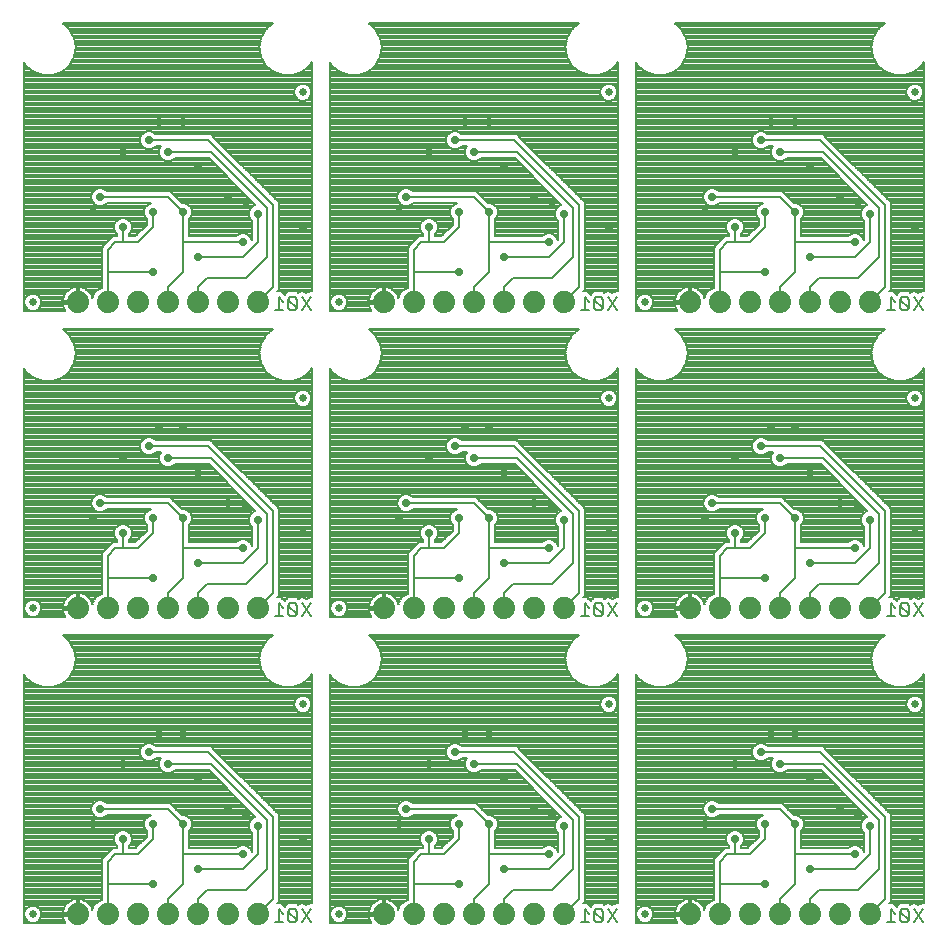
<source format=gbl>
G75*
%MOIN*%
%OFA0B0*%
%FSLAX25Y25*%
%IPPOS*%
%LPD*%
%AMOC8*
5,1,8,0,0,1.08239X$1,22.5*
%
%ADD10C,0.00800*%
%ADD11C,0.02500*%
%ADD12C,0.07400*%
%ADD13C,0.02900*%
D10*
X0028500Y0028500D02*
X0028500Y0111756D01*
X0029266Y0110430D01*
X0029266Y0110430D01*
X0031778Y0108322D01*
X0034860Y0107200D01*
X0038140Y0107200D01*
X0041222Y0108322D01*
X0043734Y0110430D01*
X0045374Y0113270D01*
X0045374Y0113270D01*
X0045943Y0116500D01*
X0045374Y0119730D01*
X0043734Y0122570D01*
X0043734Y0122570D01*
X0041434Y0124500D01*
X0111566Y0124500D01*
X0109266Y0122570D01*
X0107626Y0119730D01*
X0107626Y0119730D01*
X0107057Y0116500D01*
X0107626Y0113270D01*
X0109266Y0110430D01*
X0109266Y0110430D01*
X0111778Y0108322D01*
X0114860Y0107200D01*
X0118140Y0107200D01*
X0121222Y0108322D01*
X0123734Y0110430D01*
X0124500Y0111756D01*
X0124500Y0035223D01*
X0122895Y0034902D01*
X0122699Y0034607D01*
X0122502Y0034902D01*
X0120877Y0035227D01*
X0120051Y0034676D01*
X0119624Y0035104D01*
X0118223Y0035104D01*
X0118086Y0035104D01*
X0117967Y0035104D01*
X0117967Y0035104D01*
X0116566Y0035104D01*
X0116566Y0035104D01*
X0115616Y0034154D01*
X0115443Y0033980D01*
X0115165Y0034258D01*
X0114319Y0035104D01*
X0112932Y0035104D01*
X0113500Y0035672D01*
X0113500Y0064828D01*
X0092000Y0086328D01*
X0092000Y0086328D01*
X0090828Y0087500D01*
X0072514Y0087500D01*
X0071928Y0088086D01*
X0070807Y0088550D01*
X0069594Y0088550D01*
X0068473Y0088086D01*
X0067615Y0087228D01*
X0067151Y0086107D01*
X0067151Y0084893D01*
X0067615Y0083772D01*
X0068473Y0082914D01*
X0069594Y0082450D01*
X0070807Y0082450D01*
X0071928Y0082914D01*
X0072514Y0083500D01*
X0074187Y0083500D01*
X0073914Y0083228D01*
X0073450Y0082107D01*
X0073450Y0080893D01*
X0073914Y0079772D01*
X0074772Y0078914D01*
X0075893Y0078450D01*
X0077107Y0078450D01*
X0078228Y0078914D01*
X0078813Y0079500D01*
X0090172Y0079500D01*
X0105701Y0063970D01*
X0104772Y0063586D01*
X0103914Y0062728D01*
X0103450Y0061607D01*
X0103450Y0060393D01*
X0103914Y0059272D01*
X0104500Y0058687D01*
X0104500Y0052328D01*
X0104470Y0052299D01*
X0104086Y0053228D01*
X0103228Y0054086D01*
X0102107Y0054550D01*
X0100893Y0054550D01*
X0099772Y0054086D01*
X0099187Y0053500D01*
X0083500Y0053500D01*
X0083500Y0059187D01*
X0084086Y0059772D01*
X0084550Y0060893D01*
X0084550Y0062107D01*
X0084086Y0063228D01*
X0083228Y0064086D01*
X0082107Y0064550D01*
X0081278Y0064550D01*
X0077328Y0068500D01*
X0056313Y0068500D01*
X0055728Y0069086D01*
X0054607Y0069550D01*
X0053393Y0069550D01*
X0052272Y0069086D01*
X0051414Y0068228D01*
X0050950Y0067107D01*
X0050950Y0065893D01*
X0051414Y0064772D01*
X0052272Y0063914D01*
X0053393Y0063450D01*
X0054607Y0063450D01*
X0055728Y0063914D01*
X0056313Y0064500D01*
X0070773Y0064500D01*
X0069772Y0064086D01*
X0068914Y0063228D01*
X0068450Y0062107D01*
X0068450Y0060893D01*
X0068914Y0059772D01*
X0069500Y0059187D01*
X0069500Y0057328D01*
X0065672Y0053500D01*
X0063500Y0053500D01*
X0063500Y0054187D01*
X0064086Y0054772D01*
X0064550Y0055893D01*
X0064550Y0057107D01*
X0064086Y0058228D01*
X0063228Y0059086D01*
X0062107Y0059550D01*
X0060893Y0059550D01*
X0059772Y0059086D01*
X0058914Y0058228D01*
X0058450Y0057107D01*
X0058450Y0055893D01*
X0058914Y0054772D01*
X0059500Y0054187D01*
X0059500Y0053500D01*
X0058172Y0053500D01*
X0054500Y0049828D01*
X0054500Y0048172D01*
X0054500Y0042328D01*
X0054500Y0036408D01*
X0053498Y0035993D01*
X0052007Y0034502D01*
X0051379Y0032987D01*
X0051226Y0033458D01*
X0050862Y0034173D01*
X0050390Y0034822D01*
X0049822Y0035390D01*
X0049173Y0035862D01*
X0048458Y0036226D01*
X0047694Y0036474D01*
X0046901Y0036600D01*
X0046900Y0036600D01*
X0046900Y0031900D01*
X0046100Y0031900D01*
X0046100Y0036600D01*
X0046099Y0036600D01*
X0045306Y0036474D01*
X0044542Y0036226D01*
X0043827Y0035862D01*
X0043178Y0035390D01*
X0042610Y0034822D01*
X0042138Y0034173D01*
X0041774Y0033458D01*
X0041526Y0032694D01*
X0041400Y0031901D01*
X0041400Y0031900D01*
X0046100Y0031900D01*
X0046100Y0031100D01*
X0041400Y0031100D01*
X0041400Y0031099D01*
X0041526Y0030306D01*
X0041774Y0029542D01*
X0042138Y0028827D01*
X0042376Y0028500D01*
X0028500Y0028500D01*
X0028500Y0028896D02*
X0030340Y0028896D01*
X0029886Y0029084D02*
X0030933Y0028650D01*
X0032067Y0028650D01*
X0033114Y0029084D01*
X0033916Y0029886D01*
X0034350Y0030933D01*
X0034350Y0032067D01*
X0033916Y0033114D01*
X0033114Y0033916D01*
X0032067Y0034350D01*
X0030933Y0034350D01*
X0029886Y0033916D01*
X0029084Y0033114D01*
X0028650Y0032067D01*
X0028650Y0030933D01*
X0029084Y0029886D01*
X0029886Y0029084D01*
X0029275Y0029694D02*
X0028500Y0029694D01*
X0028500Y0030493D02*
X0028832Y0030493D01*
X0028650Y0031291D02*
X0028500Y0031291D01*
X0028500Y0032090D02*
X0028659Y0032090D01*
X0028500Y0032888D02*
X0028990Y0032888D01*
X0028500Y0033687D02*
X0029656Y0033687D01*
X0028500Y0034485D02*
X0042365Y0034485D01*
X0041890Y0033687D02*
X0033344Y0033687D01*
X0034010Y0032888D02*
X0041589Y0032888D01*
X0041430Y0032090D02*
X0034341Y0032090D01*
X0034350Y0031291D02*
X0046100Y0031291D01*
X0046100Y0032090D02*
X0046900Y0032090D01*
X0046900Y0032888D02*
X0046100Y0032888D01*
X0046100Y0033687D02*
X0046900Y0033687D01*
X0046900Y0034485D02*
X0046100Y0034485D01*
X0046100Y0035284D02*
X0046900Y0035284D01*
X0046900Y0036082D02*
X0046100Y0036082D01*
X0044259Y0036082D02*
X0028500Y0036082D01*
X0028500Y0035284D02*
X0043071Y0035284D01*
X0041496Y0030493D02*
X0034168Y0030493D01*
X0033725Y0029694D02*
X0041724Y0029694D01*
X0042103Y0028896D02*
X0032660Y0028896D01*
X0028500Y0036881D02*
X0054500Y0036881D01*
X0054500Y0037679D02*
X0028500Y0037679D01*
X0028500Y0038478D02*
X0054500Y0038478D01*
X0054500Y0039276D02*
X0028500Y0039276D01*
X0028500Y0040075D02*
X0054500Y0040075D01*
X0054500Y0040873D02*
X0028500Y0040873D01*
X0028500Y0041672D02*
X0054500Y0041672D01*
X0054500Y0042470D02*
X0028500Y0042470D01*
X0028500Y0043269D02*
X0054500Y0043269D01*
X0054500Y0044067D02*
X0028500Y0044067D01*
X0028500Y0044866D02*
X0054500Y0044866D01*
X0054500Y0045664D02*
X0028500Y0045664D01*
X0028500Y0046463D02*
X0054500Y0046463D01*
X0054500Y0047261D02*
X0028500Y0047261D01*
X0028500Y0048060D02*
X0054500Y0048060D01*
X0054500Y0048858D02*
X0028500Y0048858D01*
X0028500Y0049657D02*
X0054500Y0049657D01*
X0055127Y0050455D02*
X0028500Y0050455D01*
X0028500Y0051254D02*
X0055925Y0051254D01*
X0056724Y0052052D02*
X0028500Y0052052D01*
X0028500Y0052851D02*
X0057522Y0052851D01*
X0059000Y0051500D02*
X0056500Y0049000D01*
X0056500Y0041500D01*
X0071500Y0041500D01*
X0076500Y0036500D02*
X0076500Y0031500D01*
X0076500Y0036500D02*
X0081500Y0041500D01*
X0081500Y0051500D01*
X0101500Y0051500D01*
X0103664Y0053649D02*
X0104500Y0053649D01*
X0104500Y0052851D02*
X0104242Y0052851D01*
X0104500Y0054448D02*
X0102353Y0054448D01*
X0100647Y0054448D02*
X0083500Y0054448D01*
X0083500Y0055246D02*
X0104500Y0055246D01*
X0104500Y0056045D02*
X0083500Y0056045D01*
X0083500Y0056843D02*
X0104500Y0056843D01*
X0104500Y0057642D02*
X0083500Y0057642D01*
X0083500Y0058440D02*
X0104500Y0058440D01*
X0103948Y0059239D02*
X0083552Y0059239D01*
X0084195Y0060037D02*
X0103597Y0060037D01*
X0103450Y0060836D02*
X0084526Y0060836D01*
X0084550Y0061634D02*
X0103462Y0061634D01*
X0103792Y0062433D02*
X0084415Y0062433D01*
X0084082Y0063232D02*
X0104418Y0063232D01*
X0105642Y0064030D02*
X0083283Y0064030D01*
X0081000Y0064829D02*
X0104843Y0064829D01*
X0104045Y0065627D02*
X0080201Y0065627D01*
X0079403Y0066426D02*
X0103246Y0066426D01*
X0102447Y0067224D02*
X0078604Y0067224D01*
X0077806Y0068023D02*
X0101649Y0068023D01*
X0100850Y0068821D02*
X0055992Y0068821D01*
X0054000Y0066500D02*
X0076500Y0066500D01*
X0081500Y0061500D01*
X0081500Y0051500D01*
X0083500Y0053649D02*
X0099336Y0053649D01*
X0101500Y0046500D02*
X0106500Y0051500D01*
X0106500Y0061000D01*
X0109500Y0063000D02*
X0091000Y0081500D01*
X0076500Y0081500D01*
X0073450Y0081597D02*
X0028500Y0081597D01*
X0028500Y0080799D02*
X0073489Y0080799D01*
X0073820Y0080000D02*
X0028500Y0080000D01*
X0028500Y0079202D02*
X0074485Y0079202D01*
X0073570Y0082396D02*
X0028500Y0082396D01*
X0028500Y0083194D02*
X0068193Y0083194D01*
X0067524Y0083993D02*
X0028500Y0083993D01*
X0028500Y0084791D02*
X0067193Y0084791D01*
X0067151Y0085590D02*
X0028500Y0085590D01*
X0028500Y0086388D02*
X0067267Y0086388D01*
X0067598Y0087187D02*
X0028500Y0087187D01*
X0028500Y0087985D02*
X0068373Y0087985D01*
X0070201Y0085500D02*
X0090000Y0085500D01*
X0111500Y0064000D01*
X0111500Y0036500D01*
X0106500Y0031500D01*
X0112090Y0028900D02*
X0114892Y0028900D01*
X0113491Y0028900D02*
X0113491Y0033104D01*
X0114892Y0031702D01*
X0116694Y0032403D02*
X0119496Y0029601D01*
X0118795Y0028900D01*
X0117394Y0028900D01*
X0116694Y0029601D01*
X0116694Y0032403D01*
X0117394Y0033104D01*
X0118795Y0033104D01*
X0119496Y0032403D01*
X0119496Y0029601D01*
X0121298Y0028900D02*
X0124100Y0033104D01*
X0124500Y0035284D02*
X0113112Y0035284D01*
X0113500Y0036082D02*
X0124500Y0036082D01*
X0124500Y0036881D02*
X0113500Y0036881D01*
X0113500Y0037679D02*
X0124500Y0037679D01*
X0124500Y0038478D02*
X0113500Y0038478D01*
X0113500Y0039276D02*
X0124500Y0039276D01*
X0124500Y0040075D02*
X0113500Y0040075D01*
X0113500Y0040873D02*
X0124500Y0040873D01*
X0124500Y0041672D02*
X0113500Y0041672D01*
X0113500Y0042470D02*
X0124500Y0042470D01*
X0124500Y0043269D02*
X0113500Y0043269D01*
X0113500Y0044067D02*
X0124500Y0044067D01*
X0124500Y0044866D02*
X0113500Y0044866D01*
X0113500Y0045664D02*
X0124500Y0045664D01*
X0124500Y0046463D02*
X0113500Y0046463D01*
X0113500Y0047261D02*
X0124500Y0047261D01*
X0124500Y0048060D02*
X0113500Y0048060D01*
X0113500Y0048858D02*
X0124500Y0048858D01*
X0124500Y0049657D02*
X0113500Y0049657D01*
X0113500Y0050455D02*
X0124500Y0050455D01*
X0124500Y0051254D02*
X0113500Y0051254D01*
X0113500Y0052052D02*
X0124500Y0052052D01*
X0124500Y0052851D02*
X0113500Y0052851D01*
X0113500Y0053649D02*
X0124500Y0053649D01*
X0124500Y0054448D02*
X0113500Y0054448D01*
X0113500Y0055246D02*
X0124500Y0055246D01*
X0124500Y0056045D02*
X0113500Y0056045D01*
X0113500Y0056843D02*
X0124500Y0056843D01*
X0124500Y0057642D02*
X0113500Y0057642D01*
X0113500Y0058440D02*
X0124500Y0058440D01*
X0124500Y0059239D02*
X0113500Y0059239D01*
X0113500Y0060037D02*
X0124500Y0060037D01*
X0124500Y0060836D02*
X0113500Y0060836D01*
X0113500Y0061634D02*
X0124500Y0061634D01*
X0124500Y0062433D02*
X0113500Y0062433D01*
X0113500Y0063232D02*
X0124500Y0063232D01*
X0124500Y0064030D02*
X0113500Y0064030D01*
X0113500Y0064829D02*
X0124500Y0064829D01*
X0124500Y0065627D02*
X0112701Y0065627D01*
X0111903Y0066426D02*
X0124500Y0066426D01*
X0124500Y0067224D02*
X0111104Y0067224D01*
X0110306Y0068023D02*
X0124500Y0068023D01*
X0124500Y0068821D02*
X0109507Y0068821D01*
X0108709Y0069620D02*
X0124500Y0069620D01*
X0124500Y0070418D02*
X0107910Y0070418D01*
X0107112Y0071217D02*
X0124500Y0071217D01*
X0124500Y0072015D02*
X0106313Y0072015D01*
X0105515Y0072814D02*
X0124500Y0072814D01*
X0124500Y0073612D02*
X0104716Y0073612D01*
X0103918Y0074411D02*
X0124500Y0074411D01*
X0124500Y0075209D02*
X0103119Y0075209D01*
X0102321Y0076008D02*
X0124500Y0076008D01*
X0124500Y0076806D02*
X0101522Y0076806D01*
X0100724Y0077605D02*
X0124500Y0077605D01*
X0124500Y0078403D02*
X0099925Y0078403D01*
X0099127Y0079202D02*
X0124500Y0079202D01*
X0124500Y0080000D02*
X0098328Y0080000D01*
X0097530Y0080799D02*
X0124500Y0080799D01*
X0124500Y0081597D02*
X0096731Y0081597D01*
X0095933Y0082396D02*
X0124500Y0082396D01*
X0124500Y0083194D02*
X0095134Y0083194D01*
X0094336Y0083993D02*
X0124500Y0083993D01*
X0124500Y0084791D02*
X0093537Y0084791D01*
X0092739Y0085590D02*
X0124500Y0085590D01*
X0124500Y0086388D02*
X0091940Y0086388D01*
X0091142Y0087187D02*
X0124500Y0087187D01*
X0124500Y0087985D02*
X0072029Y0087985D01*
X0072208Y0083194D02*
X0073901Y0083194D01*
X0078515Y0079202D02*
X0090470Y0079202D01*
X0091268Y0078403D02*
X0028500Y0078403D01*
X0028500Y0077605D02*
X0092067Y0077605D01*
X0092865Y0076806D02*
X0028500Y0076806D01*
X0028500Y0076008D02*
X0093664Y0076008D01*
X0094462Y0075209D02*
X0028500Y0075209D01*
X0028500Y0074411D02*
X0095261Y0074411D01*
X0096059Y0073612D02*
X0028500Y0073612D01*
X0028500Y0072814D02*
X0096858Y0072814D01*
X0097656Y0072015D02*
X0028500Y0072015D01*
X0028500Y0071217D02*
X0098455Y0071217D01*
X0099253Y0070418D02*
X0028500Y0070418D01*
X0028500Y0069620D02*
X0100052Y0069620D01*
X0109500Y0063000D02*
X0109500Y0046500D01*
X0102500Y0039500D01*
X0089500Y0039500D01*
X0086500Y0036500D01*
X0086500Y0031500D01*
X0086500Y0046500D02*
X0101500Y0046500D01*
X0114938Y0034485D02*
X0115947Y0034485D01*
X0116566Y0035104D02*
X0116566Y0035104D01*
X0118223Y0035104D02*
X0118223Y0035104D01*
X0119624Y0035104D02*
X0119624Y0035104D01*
X0119624Y0035104D01*
X0121298Y0033104D02*
X0124100Y0028900D01*
X0130500Y0028896D02*
X0132340Y0028896D01*
X0131886Y0029084D02*
X0132933Y0028650D01*
X0134067Y0028650D01*
X0135114Y0029084D01*
X0135916Y0029886D01*
X0136350Y0030933D01*
X0136350Y0032067D01*
X0135916Y0033114D01*
X0135114Y0033916D01*
X0134067Y0034350D01*
X0132933Y0034350D01*
X0131886Y0033916D01*
X0131084Y0033114D01*
X0130650Y0032067D01*
X0130650Y0030933D01*
X0131084Y0029886D01*
X0131886Y0029084D01*
X0131275Y0029694D02*
X0130500Y0029694D01*
X0130500Y0030493D02*
X0130832Y0030493D01*
X0130650Y0031291D02*
X0130500Y0031291D01*
X0130500Y0032090D02*
X0130659Y0032090D01*
X0130500Y0032888D02*
X0130990Y0032888D01*
X0130500Y0033687D02*
X0131656Y0033687D01*
X0130500Y0034485D02*
X0144365Y0034485D01*
X0144138Y0034173D02*
X0143774Y0033458D01*
X0143526Y0032694D01*
X0143400Y0031901D01*
X0143400Y0031900D01*
X0148100Y0031900D01*
X0148100Y0036600D01*
X0148099Y0036600D01*
X0147306Y0036474D01*
X0146542Y0036226D01*
X0145827Y0035862D01*
X0145178Y0035390D01*
X0144610Y0034822D01*
X0144138Y0034173D01*
X0143890Y0033687D02*
X0135344Y0033687D01*
X0136010Y0032888D02*
X0143589Y0032888D01*
X0143430Y0032090D02*
X0136341Y0032090D01*
X0136350Y0031291D02*
X0148100Y0031291D01*
X0148100Y0031100D02*
X0143400Y0031100D01*
X0143400Y0031099D01*
X0143526Y0030306D01*
X0143774Y0029542D01*
X0144138Y0028827D01*
X0144376Y0028500D01*
X0130500Y0028500D01*
X0130500Y0111756D01*
X0131266Y0110430D01*
X0131266Y0110430D01*
X0133778Y0108322D01*
X0136860Y0107200D01*
X0140140Y0107200D01*
X0143222Y0108322D01*
X0145734Y0110430D01*
X0147374Y0113270D01*
X0147374Y0113270D01*
X0147943Y0116500D01*
X0147374Y0119730D01*
X0145734Y0122570D01*
X0145734Y0122570D01*
X0143434Y0124500D01*
X0213566Y0124500D01*
X0211266Y0122570D01*
X0209626Y0119730D01*
X0209626Y0119730D01*
X0209057Y0116500D01*
X0209626Y0113270D01*
X0211266Y0110430D01*
X0211266Y0110430D01*
X0213778Y0108322D01*
X0216860Y0107200D01*
X0220140Y0107200D01*
X0223222Y0108322D01*
X0225734Y0110430D01*
X0226500Y0111756D01*
X0226500Y0035223D01*
X0224895Y0034902D01*
X0224699Y0034607D01*
X0224502Y0034902D01*
X0222877Y0035227D01*
X0222051Y0034676D01*
X0221624Y0035104D01*
X0220223Y0035104D01*
X0219967Y0035104D01*
X0219967Y0035104D01*
X0218566Y0035104D01*
X0218566Y0035104D01*
X0217616Y0034154D01*
X0217443Y0033980D01*
X0217165Y0034258D01*
X0216319Y0035104D01*
X0214932Y0035104D01*
X0215500Y0035672D01*
X0215500Y0064828D01*
X0194000Y0086328D01*
X0192828Y0087500D01*
X0174514Y0087500D01*
X0173928Y0088086D01*
X0172807Y0088550D01*
X0171594Y0088550D01*
X0170473Y0088086D01*
X0169615Y0087228D01*
X0169151Y0086107D01*
X0169151Y0084893D01*
X0169615Y0083772D01*
X0170473Y0082914D01*
X0171594Y0082450D01*
X0172807Y0082450D01*
X0173928Y0082914D01*
X0174514Y0083500D01*
X0176187Y0083500D01*
X0175914Y0083228D01*
X0175450Y0082107D01*
X0175450Y0080893D01*
X0175914Y0079772D01*
X0176772Y0078914D01*
X0177893Y0078450D01*
X0179107Y0078450D01*
X0180228Y0078914D01*
X0180813Y0079500D01*
X0192172Y0079500D01*
X0207701Y0063970D01*
X0206772Y0063586D01*
X0205914Y0062728D01*
X0205450Y0061607D01*
X0205450Y0060393D01*
X0205914Y0059272D01*
X0206500Y0058687D01*
X0206500Y0052328D01*
X0206470Y0052299D01*
X0206086Y0053228D01*
X0205228Y0054086D01*
X0204107Y0054550D01*
X0202893Y0054550D01*
X0201772Y0054086D01*
X0201187Y0053500D01*
X0185500Y0053500D01*
X0185500Y0059187D01*
X0186086Y0059772D01*
X0186550Y0060893D01*
X0186550Y0062107D01*
X0186086Y0063228D01*
X0185228Y0064086D01*
X0184107Y0064550D01*
X0183278Y0064550D01*
X0179328Y0068500D01*
X0158313Y0068500D01*
X0157728Y0069086D01*
X0156607Y0069550D01*
X0155393Y0069550D01*
X0154272Y0069086D01*
X0153414Y0068228D01*
X0152950Y0067107D01*
X0152950Y0065893D01*
X0153414Y0064772D01*
X0154272Y0063914D01*
X0155393Y0063450D01*
X0156607Y0063450D01*
X0157728Y0063914D01*
X0158313Y0064500D01*
X0172773Y0064500D01*
X0171772Y0064086D01*
X0170914Y0063228D01*
X0170450Y0062107D01*
X0170450Y0060893D01*
X0170914Y0059772D01*
X0171500Y0059187D01*
X0171500Y0057328D01*
X0167672Y0053500D01*
X0165500Y0053500D01*
X0165500Y0054187D01*
X0166086Y0054772D01*
X0166550Y0055893D01*
X0166550Y0057107D01*
X0166086Y0058228D01*
X0165228Y0059086D01*
X0164107Y0059550D01*
X0162893Y0059550D01*
X0161772Y0059086D01*
X0160914Y0058228D01*
X0160450Y0057107D01*
X0160450Y0055893D01*
X0160914Y0054772D01*
X0161500Y0054187D01*
X0161500Y0053500D01*
X0160172Y0053500D01*
X0157672Y0051000D01*
X0157672Y0051000D01*
X0156500Y0049828D01*
X0156500Y0036408D01*
X0155498Y0035993D01*
X0154007Y0034502D01*
X0153379Y0032987D01*
X0153226Y0033458D01*
X0152862Y0034173D01*
X0152390Y0034822D01*
X0151822Y0035390D01*
X0151173Y0035862D01*
X0150458Y0036226D01*
X0149694Y0036474D01*
X0148901Y0036600D01*
X0148900Y0036600D01*
X0148900Y0031900D01*
X0148100Y0031900D01*
X0148100Y0031100D01*
X0148100Y0032090D02*
X0148900Y0032090D01*
X0148900Y0032888D02*
X0148100Y0032888D01*
X0148100Y0033687D02*
X0148900Y0033687D01*
X0148900Y0034485D02*
X0148100Y0034485D01*
X0148100Y0035284D02*
X0148900Y0035284D01*
X0148900Y0036082D02*
X0148100Y0036082D01*
X0146259Y0036082D02*
X0130500Y0036082D01*
X0130500Y0035284D02*
X0145071Y0035284D01*
X0143496Y0030493D02*
X0136168Y0030493D01*
X0135725Y0029694D02*
X0143724Y0029694D01*
X0144103Y0028896D02*
X0134660Y0028896D01*
X0130500Y0036881D02*
X0156500Y0036881D01*
X0156500Y0037679D02*
X0130500Y0037679D01*
X0130500Y0038478D02*
X0156500Y0038478D01*
X0156500Y0039276D02*
X0130500Y0039276D01*
X0130500Y0040075D02*
X0156500Y0040075D01*
X0156500Y0040873D02*
X0130500Y0040873D01*
X0130500Y0041672D02*
X0156500Y0041672D01*
X0156500Y0042470D02*
X0130500Y0042470D01*
X0130500Y0043269D02*
X0156500Y0043269D01*
X0156500Y0044067D02*
X0130500Y0044067D01*
X0130500Y0044866D02*
X0156500Y0044866D01*
X0156500Y0045664D02*
X0130500Y0045664D01*
X0130500Y0046463D02*
X0156500Y0046463D01*
X0156500Y0047261D02*
X0130500Y0047261D01*
X0130500Y0048060D02*
X0156500Y0048060D01*
X0156500Y0048858D02*
X0130500Y0048858D01*
X0130500Y0049657D02*
X0156500Y0049657D01*
X0157127Y0050455D02*
X0130500Y0050455D01*
X0130500Y0051254D02*
X0157925Y0051254D01*
X0158724Y0052052D02*
X0130500Y0052052D01*
X0130500Y0052851D02*
X0159522Y0052851D01*
X0161000Y0051500D02*
X0158500Y0049000D01*
X0158500Y0041500D01*
X0173500Y0041500D01*
X0178500Y0036500D02*
X0178500Y0031500D01*
X0178500Y0036500D02*
X0183500Y0041500D01*
X0183500Y0051500D01*
X0203500Y0051500D01*
X0205664Y0053649D02*
X0206500Y0053649D01*
X0206500Y0052851D02*
X0206242Y0052851D01*
X0206500Y0054448D02*
X0204353Y0054448D01*
X0202647Y0054448D02*
X0185500Y0054448D01*
X0185500Y0055246D02*
X0206500Y0055246D01*
X0206500Y0056045D02*
X0185500Y0056045D01*
X0185500Y0056843D02*
X0206500Y0056843D01*
X0206500Y0057642D02*
X0185500Y0057642D01*
X0185500Y0058440D02*
X0206500Y0058440D01*
X0205948Y0059239D02*
X0185552Y0059239D01*
X0186195Y0060037D02*
X0205597Y0060037D01*
X0205450Y0060836D02*
X0186526Y0060836D01*
X0186550Y0061634D02*
X0205462Y0061634D01*
X0205792Y0062433D02*
X0186415Y0062433D01*
X0186082Y0063232D02*
X0206418Y0063232D01*
X0207642Y0064030D02*
X0185283Y0064030D01*
X0183000Y0064829D02*
X0206843Y0064829D01*
X0206045Y0065627D02*
X0182201Y0065627D01*
X0181403Y0066426D02*
X0205246Y0066426D01*
X0204447Y0067224D02*
X0180604Y0067224D01*
X0179806Y0068023D02*
X0203649Y0068023D01*
X0202850Y0068821D02*
X0157992Y0068821D01*
X0156000Y0066500D02*
X0178500Y0066500D01*
X0183500Y0061500D01*
X0183500Y0051500D01*
X0185500Y0053649D02*
X0201336Y0053649D01*
X0203500Y0046500D02*
X0208500Y0051500D01*
X0208500Y0061000D01*
X0211500Y0063000D02*
X0193000Y0081500D01*
X0178500Y0081500D01*
X0175450Y0081597D02*
X0130500Y0081597D01*
X0130500Y0080799D02*
X0175489Y0080799D01*
X0175820Y0080000D02*
X0130500Y0080000D01*
X0130500Y0079202D02*
X0176485Y0079202D01*
X0175570Y0082396D02*
X0130500Y0082396D01*
X0130500Y0083194D02*
X0170193Y0083194D01*
X0169524Y0083993D02*
X0130500Y0083993D01*
X0130500Y0084791D02*
X0169193Y0084791D01*
X0169151Y0085590D02*
X0130500Y0085590D01*
X0130500Y0086388D02*
X0169267Y0086388D01*
X0169598Y0087187D02*
X0130500Y0087187D01*
X0130500Y0087985D02*
X0170373Y0087985D01*
X0172201Y0085500D02*
X0192000Y0085500D01*
X0213500Y0064000D01*
X0213500Y0036500D01*
X0208500Y0031500D01*
X0214090Y0028900D02*
X0216892Y0028900D01*
X0215491Y0028900D02*
X0215491Y0033104D01*
X0216892Y0031702D01*
X0218694Y0032403D02*
X0221496Y0029601D01*
X0220795Y0028900D01*
X0219394Y0028900D01*
X0218694Y0029601D01*
X0218694Y0032403D01*
X0219394Y0033104D01*
X0220795Y0033104D01*
X0221496Y0032403D01*
X0221496Y0029601D01*
X0223298Y0028900D02*
X0226100Y0033104D01*
X0226500Y0035284D02*
X0215112Y0035284D01*
X0215500Y0036082D02*
X0226500Y0036082D01*
X0226500Y0036881D02*
X0215500Y0036881D01*
X0215500Y0037679D02*
X0226500Y0037679D01*
X0226500Y0038478D02*
X0215500Y0038478D01*
X0215500Y0039276D02*
X0226500Y0039276D01*
X0226500Y0040075D02*
X0215500Y0040075D01*
X0215500Y0040873D02*
X0226500Y0040873D01*
X0226500Y0041672D02*
X0215500Y0041672D01*
X0215500Y0042470D02*
X0226500Y0042470D01*
X0226500Y0043269D02*
X0215500Y0043269D01*
X0215500Y0044067D02*
X0226500Y0044067D01*
X0226500Y0044866D02*
X0215500Y0044866D01*
X0215500Y0045664D02*
X0226500Y0045664D01*
X0226500Y0046463D02*
X0215500Y0046463D01*
X0215500Y0047261D02*
X0226500Y0047261D01*
X0226500Y0048060D02*
X0215500Y0048060D01*
X0215500Y0048858D02*
X0226500Y0048858D01*
X0226500Y0049657D02*
X0215500Y0049657D01*
X0215500Y0050455D02*
X0226500Y0050455D01*
X0226500Y0051254D02*
X0215500Y0051254D01*
X0215500Y0052052D02*
X0226500Y0052052D01*
X0226500Y0052851D02*
X0215500Y0052851D01*
X0215500Y0053649D02*
X0226500Y0053649D01*
X0226500Y0054448D02*
X0215500Y0054448D01*
X0215500Y0055246D02*
X0226500Y0055246D01*
X0226500Y0056045D02*
X0215500Y0056045D01*
X0215500Y0056843D02*
X0226500Y0056843D01*
X0226500Y0057642D02*
X0215500Y0057642D01*
X0215500Y0058440D02*
X0226500Y0058440D01*
X0226500Y0059239D02*
X0215500Y0059239D01*
X0215500Y0060037D02*
X0226500Y0060037D01*
X0226500Y0060836D02*
X0215500Y0060836D01*
X0215500Y0061634D02*
X0226500Y0061634D01*
X0226500Y0062433D02*
X0215500Y0062433D01*
X0215500Y0063232D02*
X0226500Y0063232D01*
X0226500Y0064030D02*
X0215500Y0064030D01*
X0215500Y0064829D02*
X0226500Y0064829D01*
X0226500Y0065627D02*
X0214701Y0065627D01*
X0213903Y0066426D02*
X0226500Y0066426D01*
X0226500Y0067224D02*
X0213104Y0067224D01*
X0212306Y0068023D02*
X0226500Y0068023D01*
X0226500Y0068821D02*
X0211507Y0068821D01*
X0210709Y0069620D02*
X0226500Y0069620D01*
X0226500Y0070418D02*
X0209910Y0070418D01*
X0209112Y0071217D02*
X0226500Y0071217D01*
X0226500Y0072015D02*
X0208313Y0072015D01*
X0207515Y0072814D02*
X0226500Y0072814D01*
X0226500Y0073612D02*
X0206716Y0073612D01*
X0205918Y0074411D02*
X0226500Y0074411D01*
X0226500Y0075209D02*
X0205119Y0075209D01*
X0204321Y0076008D02*
X0226500Y0076008D01*
X0226500Y0076806D02*
X0203522Y0076806D01*
X0202724Y0077605D02*
X0226500Y0077605D01*
X0226500Y0078403D02*
X0201925Y0078403D01*
X0201127Y0079202D02*
X0226500Y0079202D01*
X0226500Y0080000D02*
X0200328Y0080000D01*
X0199530Y0080799D02*
X0226500Y0080799D01*
X0226500Y0081597D02*
X0198731Y0081597D01*
X0197933Y0082396D02*
X0226500Y0082396D01*
X0226500Y0083194D02*
X0197134Y0083194D01*
X0196336Y0083993D02*
X0226500Y0083993D01*
X0226500Y0084791D02*
X0195537Y0084791D01*
X0194739Y0085590D02*
X0226500Y0085590D01*
X0226500Y0086388D02*
X0193940Y0086388D01*
X0193142Y0087187D02*
X0226500Y0087187D01*
X0226500Y0087985D02*
X0174029Y0087985D01*
X0174208Y0083194D02*
X0175901Y0083194D01*
X0180515Y0079202D02*
X0192470Y0079202D01*
X0193268Y0078403D02*
X0130500Y0078403D01*
X0130500Y0077605D02*
X0194067Y0077605D01*
X0194865Y0076806D02*
X0130500Y0076806D01*
X0130500Y0076008D02*
X0195664Y0076008D01*
X0196462Y0075209D02*
X0130500Y0075209D01*
X0130500Y0074411D02*
X0197261Y0074411D01*
X0198059Y0073612D02*
X0130500Y0073612D01*
X0130500Y0072814D02*
X0198858Y0072814D01*
X0199656Y0072015D02*
X0130500Y0072015D01*
X0130500Y0071217D02*
X0200455Y0071217D01*
X0201253Y0070418D02*
X0130500Y0070418D01*
X0130500Y0069620D02*
X0202052Y0069620D01*
X0211500Y0063000D02*
X0211500Y0046500D01*
X0204500Y0039500D01*
X0191500Y0039500D01*
X0188500Y0036500D01*
X0188500Y0031500D01*
X0188500Y0046500D02*
X0203500Y0046500D01*
X0216938Y0034485D02*
X0217947Y0034485D01*
X0218566Y0035104D02*
X0218566Y0035104D01*
X0220223Y0035104D02*
X0220223Y0035104D01*
X0221624Y0035104D02*
X0221624Y0035104D01*
X0221624Y0035104D01*
X0223298Y0033104D02*
X0226100Y0028900D01*
X0232500Y0028896D02*
X0234340Y0028896D01*
X0233886Y0029084D02*
X0234933Y0028650D01*
X0236067Y0028650D01*
X0237114Y0029084D01*
X0237916Y0029886D01*
X0238350Y0030933D01*
X0238350Y0032067D01*
X0237916Y0033114D01*
X0237114Y0033916D01*
X0236067Y0034350D01*
X0234933Y0034350D01*
X0233886Y0033916D01*
X0233084Y0033114D01*
X0232650Y0032067D01*
X0232650Y0030933D01*
X0233084Y0029886D01*
X0233886Y0029084D01*
X0233275Y0029694D02*
X0232500Y0029694D01*
X0232500Y0030493D02*
X0232832Y0030493D01*
X0232650Y0031291D02*
X0232500Y0031291D01*
X0232500Y0032090D02*
X0232659Y0032090D01*
X0232500Y0032888D02*
X0232990Y0032888D01*
X0232500Y0033687D02*
X0233656Y0033687D01*
X0232500Y0034485D02*
X0246365Y0034485D01*
X0246138Y0034173D02*
X0245774Y0033458D01*
X0245526Y0032694D01*
X0245400Y0031901D01*
X0245400Y0031900D01*
X0250100Y0031900D01*
X0250100Y0036600D01*
X0250099Y0036600D01*
X0249306Y0036474D01*
X0248542Y0036226D01*
X0247827Y0035862D01*
X0247178Y0035390D01*
X0246610Y0034822D01*
X0246138Y0034173D01*
X0245890Y0033687D02*
X0237344Y0033687D01*
X0238010Y0032888D02*
X0245589Y0032888D01*
X0245430Y0032090D02*
X0238341Y0032090D01*
X0238350Y0031291D02*
X0250100Y0031291D01*
X0250100Y0031100D02*
X0245400Y0031100D01*
X0245400Y0031099D01*
X0245526Y0030306D01*
X0245774Y0029542D01*
X0246138Y0028827D01*
X0246376Y0028500D01*
X0232500Y0028500D01*
X0232500Y0111756D01*
X0233266Y0110430D01*
X0233266Y0110430D01*
X0235778Y0108322D01*
X0238860Y0107200D01*
X0242140Y0107200D01*
X0245222Y0108322D01*
X0247734Y0110430D01*
X0249374Y0113270D01*
X0249374Y0113270D01*
X0249943Y0116500D01*
X0249374Y0119730D01*
X0247734Y0122570D01*
X0247734Y0122570D01*
X0245434Y0124500D01*
X0315566Y0124500D01*
X0313266Y0122570D01*
X0311626Y0119730D01*
X0311626Y0119730D01*
X0311057Y0116500D01*
X0311626Y0113270D01*
X0313266Y0110430D01*
X0313266Y0110430D01*
X0315778Y0108322D01*
X0318860Y0107200D01*
X0322140Y0107200D01*
X0325222Y0108322D01*
X0327734Y0110430D01*
X0328500Y0111756D01*
X0328500Y0035223D01*
X0326895Y0034902D01*
X0326699Y0034607D01*
X0326502Y0034902D01*
X0324877Y0035227D01*
X0324051Y0034676D01*
X0323624Y0035104D01*
X0322223Y0035104D01*
X0322086Y0035104D01*
X0321967Y0035104D01*
X0321967Y0035104D01*
X0320566Y0035104D01*
X0320566Y0035104D01*
X0319616Y0034154D01*
X0319443Y0033980D01*
X0319165Y0034258D01*
X0318319Y0035104D01*
X0316932Y0035104D01*
X0317500Y0035672D01*
X0317500Y0064828D01*
X0296000Y0086328D01*
X0294828Y0087500D01*
X0276514Y0087500D01*
X0275928Y0088086D01*
X0274807Y0088550D01*
X0273594Y0088550D01*
X0272473Y0088086D01*
X0271615Y0087228D01*
X0271151Y0086107D01*
X0271151Y0084893D01*
X0271615Y0083772D01*
X0272473Y0082914D01*
X0273594Y0082450D01*
X0274807Y0082450D01*
X0275928Y0082914D01*
X0276514Y0083500D01*
X0278187Y0083500D01*
X0277914Y0083228D01*
X0277450Y0082107D01*
X0277450Y0080893D01*
X0277914Y0079772D01*
X0278772Y0078914D01*
X0279893Y0078450D01*
X0281107Y0078450D01*
X0282228Y0078914D01*
X0282813Y0079500D01*
X0294172Y0079500D01*
X0309701Y0063970D01*
X0308772Y0063586D01*
X0307914Y0062728D01*
X0307450Y0061607D01*
X0307450Y0060393D01*
X0307914Y0059272D01*
X0308500Y0058687D01*
X0308500Y0052328D01*
X0308470Y0052299D01*
X0308086Y0053228D01*
X0307228Y0054086D01*
X0306107Y0054550D01*
X0304893Y0054550D01*
X0303772Y0054086D01*
X0303187Y0053500D01*
X0287500Y0053500D01*
X0287500Y0059187D01*
X0288086Y0059772D01*
X0288550Y0060893D01*
X0288550Y0062107D01*
X0288086Y0063228D01*
X0287228Y0064086D01*
X0286107Y0064550D01*
X0285278Y0064550D01*
X0281328Y0068500D01*
X0260313Y0068500D01*
X0259728Y0069086D01*
X0258607Y0069550D01*
X0257393Y0069550D01*
X0256272Y0069086D01*
X0255414Y0068228D01*
X0254950Y0067107D01*
X0254950Y0065893D01*
X0255414Y0064772D01*
X0256272Y0063914D01*
X0257393Y0063450D01*
X0258607Y0063450D01*
X0259728Y0063914D01*
X0260313Y0064500D01*
X0274773Y0064500D01*
X0273772Y0064086D01*
X0272914Y0063228D01*
X0272450Y0062107D01*
X0272450Y0060893D01*
X0272914Y0059772D01*
X0273500Y0059187D01*
X0273500Y0057328D01*
X0269672Y0053500D01*
X0267500Y0053500D01*
X0267500Y0054187D01*
X0268086Y0054772D01*
X0268550Y0055893D01*
X0268550Y0057107D01*
X0268086Y0058228D01*
X0267228Y0059086D01*
X0266107Y0059550D01*
X0264893Y0059550D01*
X0263772Y0059086D01*
X0262914Y0058228D01*
X0262450Y0057107D01*
X0262450Y0055893D01*
X0262914Y0054772D01*
X0263500Y0054187D01*
X0263500Y0053500D01*
X0262172Y0053500D01*
X0258500Y0049828D01*
X0258500Y0048172D01*
X0258500Y0042328D01*
X0258500Y0036408D01*
X0257498Y0035993D01*
X0256007Y0034502D01*
X0255379Y0032987D01*
X0255226Y0033458D01*
X0254862Y0034173D01*
X0254390Y0034822D01*
X0253822Y0035390D01*
X0253173Y0035862D01*
X0252458Y0036226D01*
X0251694Y0036474D01*
X0250901Y0036600D01*
X0250900Y0036600D01*
X0250900Y0031900D01*
X0250100Y0031900D01*
X0250100Y0031100D01*
X0250100Y0032090D02*
X0250900Y0032090D01*
X0250900Y0032888D02*
X0250100Y0032888D01*
X0250100Y0033687D02*
X0250900Y0033687D01*
X0250900Y0034485D02*
X0250100Y0034485D01*
X0250100Y0035284D02*
X0250900Y0035284D01*
X0250900Y0036082D02*
X0250100Y0036082D01*
X0248259Y0036082D02*
X0232500Y0036082D01*
X0232500Y0035284D02*
X0247071Y0035284D01*
X0245496Y0030493D02*
X0238168Y0030493D01*
X0237725Y0029694D02*
X0245724Y0029694D01*
X0246103Y0028896D02*
X0236660Y0028896D01*
X0232500Y0036881D02*
X0258500Y0036881D01*
X0258500Y0037679D02*
X0232500Y0037679D01*
X0232500Y0038478D02*
X0258500Y0038478D01*
X0258500Y0039276D02*
X0232500Y0039276D01*
X0232500Y0040075D02*
X0258500Y0040075D01*
X0258500Y0040873D02*
X0232500Y0040873D01*
X0232500Y0041672D02*
X0258500Y0041672D01*
X0258500Y0042470D02*
X0232500Y0042470D01*
X0232500Y0043269D02*
X0258500Y0043269D01*
X0258500Y0044067D02*
X0232500Y0044067D01*
X0232500Y0044866D02*
X0258500Y0044866D01*
X0258500Y0045664D02*
X0232500Y0045664D01*
X0232500Y0046463D02*
X0258500Y0046463D01*
X0258500Y0047261D02*
X0232500Y0047261D01*
X0232500Y0048060D02*
X0258500Y0048060D01*
X0258500Y0048858D02*
X0232500Y0048858D01*
X0232500Y0049657D02*
X0258500Y0049657D01*
X0259127Y0050455D02*
X0232500Y0050455D01*
X0232500Y0051254D02*
X0259925Y0051254D01*
X0260724Y0052052D02*
X0232500Y0052052D01*
X0232500Y0052851D02*
X0261522Y0052851D01*
X0263000Y0051500D02*
X0260500Y0049000D01*
X0260500Y0041500D01*
X0275500Y0041500D01*
X0280500Y0036500D02*
X0280500Y0031500D01*
X0280500Y0036500D02*
X0285500Y0041500D01*
X0285500Y0051500D01*
X0305500Y0051500D01*
X0307664Y0053649D02*
X0308500Y0053649D01*
X0308500Y0052851D02*
X0308242Y0052851D01*
X0308500Y0054448D02*
X0306353Y0054448D01*
X0304647Y0054448D02*
X0287500Y0054448D01*
X0287500Y0055246D02*
X0308500Y0055246D01*
X0308500Y0056045D02*
X0287500Y0056045D01*
X0287500Y0056843D02*
X0308500Y0056843D01*
X0308500Y0057642D02*
X0287500Y0057642D01*
X0287500Y0058440D02*
X0308500Y0058440D01*
X0307948Y0059239D02*
X0287552Y0059239D01*
X0288195Y0060037D02*
X0307597Y0060037D01*
X0307450Y0060836D02*
X0288526Y0060836D01*
X0288550Y0061634D02*
X0307462Y0061634D01*
X0307792Y0062433D02*
X0288415Y0062433D01*
X0288082Y0063232D02*
X0308418Y0063232D01*
X0309642Y0064030D02*
X0287283Y0064030D01*
X0285000Y0064829D02*
X0308843Y0064829D01*
X0308045Y0065627D02*
X0284201Y0065627D01*
X0283403Y0066426D02*
X0307246Y0066426D01*
X0306447Y0067224D02*
X0282604Y0067224D01*
X0281806Y0068023D02*
X0305649Y0068023D01*
X0304850Y0068821D02*
X0259992Y0068821D01*
X0258000Y0066500D02*
X0280500Y0066500D01*
X0285500Y0061500D01*
X0285500Y0051500D01*
X0287500Y0053649D02*
X0303336Y0053649D01*
X0305500Y0046500D02*
X0310500Y0051500D01*
X0310500Y0061000D01*
X0313500Y0063000D02*
X0295000Y0081500D01*
X0280500Y0081500D01*
X0277450Y0081597D02*
X0232500Y0081597D01*
X0232500Y0080799D02*
X0277489Y0080799D01*
X0277820Y0080000D02*
X0232500Y0080000D01*
X0232500Y0079202D02*
X0278485Y0079202D01*
X0277570Y0082396D02*
X0232500Y0082396D01*
X0232500Y0083194D02*
X0272193Y0083194D01*
X0271524Y0083993D02*
X0232500Y0083993D01*
X0232500Y0084791D02*
X0271193Y0084791D01*
X0271151Y0085590D02*
X0232500Y0085590D01*
X0232500Y0086388D02*
X0271267Y0086388D01*
X0271598Y0087187D02*
X0232500Y0087187D01*
X0232500Y0087985D02*
X0272373Y0087985D01*
X0274201Y0085500D02*
X0294000Y0085500D01*
X0315500Y0064000D01*
X0315500Y0036500D01*
X0310500Y0031500D01*
X0316090Y0028900D02*
X0318892Y0028900D01*
X0317491Y0028900D02*
X0317491Y0033104D01*
X0318892Y0031702D01*
X0320694Y0032403D02*
X0323496Y0029601D01*
X0322795Y0028900D01*
X0321394Y0028900D01*
X0320694Y0029601D01*
X0320694Y0032403D01*
X0321394Y0033104D01*
X0322795Y0033104D01*
X0323496Y0032403D01*
X0323496Y0029601D01*
X0325298Y0028900D02*
X0328100Y0033104D01*
X0328500Y0035284D02*
X0317112Y0035284D01*
X0317500Y0036082D02*
X0328500Y0036082D01*
X0328500Y0036881D02*
X0317500Y0036881D01*
X0317500Y0037679D02*
X0328500Y0037679D01*
X0328500Y0038478D02*
X0317500Y0038478D01*
X0317500Y0039276D02*
X0328500Y0039276D01*
X0328500Y0040075D02*
X0317500Y0040075D01*
X0317500Y0040873D02*
X0328500Y0040873D01*
X0328500Y0041672D02*
X0317500Y0041672D01*
X0317500Y0042470D02*
X0328500Y0042470D01*
X0328500Y0043269D02*
X0317500Y0043269D01*
X0317500Y0044067D02*
X0328500Y0044067D01*
X0328500Y0044866D02*
X0317500Y0044866D01*
X0317500Y0045664D02*
X0328500Y0045664D01*
X0328500Y0046463D02*
X0317500Y0046463D01*
X0317500Y0047261D02*
X0328500Y0047261D01*
X0328500Y0048060D02*
X0317500Y0048060D01*
X0317500Y0048858D02*
X0328500Y0048858D01*
X0328500Y0049657D02*
X0317500Y0049657D01*
X0317500Y0050455D02*
X0328500Y0050455D01*
X0328500Y0051254D02*
X0317500Y0051254D01*
X0317500Y0052052D02*
X0328500Y0052052D01*
X0328500Y0052851D02*
X0317500Y0052851D01*
X0317500Y0053649D02*
X0328500Y0053649D01*
X0328500Y0054448D02*
X0317500Y0054448D01*
X0317500Y0055246D02*
X0328500Y0055246D01*
X0328500Y0056045D02*
X0317500Y0056045D01*
X0317500Y0056843D02*
X0328500Y0056843D01*
X0328500Y0057642D02*
X0317500Y0057642D01*
X0317500Y0058440D02*
X0328500Y0058440D01*
X0328500Y0059239D02*
X0317500Y0059239D01*
X0317500Y0060037D02*
X0328500Y0060037D01*
X0328500Y0060836D02*
X0317500Y0060836D01*
X0317500Y0061634D02*
X0328500Y0061634D01*
X0328500Y0062433D02*
X0317500Y0062433D01*
X0317500Y0063232D02*
X0328500Y0063232D01*
X0328500Y0064030D02*
X0317500Y0064030D01*
X0317500Y0064829D02*
X0328500Y0064829D01*
X0328500Y0065627D02*
X0316701Y0065627D01*
X0315903Y0066426D02*
X0328500Y0066426D01*
X0328500Y0067224D02*
X0315104Y0067224D01*
X0314306Y0068023D02*
X0328500Y0068023D01*
X0328500Y0068821D02*
X0313507Y0068821D01*
X0312709Y0069620D02*
X0328500Y0069620D01*
X0328500Y0070418D02*
X0311910Y0070418D01*
X0311112Y0071217D02*
X0328500Y0071217D01*
X0328500Y0072015D02*
X0310313Y0072015D01*
X0309515Y0072814D02*
X0328500Y0072814D01*
X0328500Y0073612D02*
X0308716Y0073612D01*
X0307918Y0074411D02*
X0328500Y0074411D01*
X0328500Y0075209D02*
X0307119Y0075209D01*
X0306321Y0076008D02*
X0328500Y0076008D01*
X0328500Y0076806D02*
X0305522Y0076806D01*
X0304724Y0077605D02*
X0328500Y0077605D01*
X0328500Y0078403D02*
X0303925Y0078403D01*
X0303127Y0079202D02*
X0328500Y0079202D01*
X0328500Y0080000D02*
X0302328Y0080000D01*
X0301530Y0080799D02*
X0328500Y0080799D01*
X0328500Y0081597D02*
X0300731Y0081597D01*
X0299933Y0082396D02*
X0328500Y0082396D01*
X0328500Y0083194D02*
X0299134Y0083194D01*
X0298336Y0083993D02*
X0328500Y0083993D01*
X0328500Y0084791D02*
X0297537Y0084791D01*
X0296739Y0085590D02*
X0328500Y0085590D01*
X0328500Y0086388D02*
X0295940Y0086388D01*
X0295142Y0087187D02*
X0328500Y0087187D01*
X0328500Y0087985D02*
X0276029Y0087985D01*
X0276208Y0083194D02*
X0277901Y0083194D01*
X0282515Y0079202D02*
X0294470Y0079202D01*
X0295268Y0078403D02*
X0232500Y0078403D01*
X0232500Y0077605D02*
X0296067Y0077605D01*
X0296865Y0076806D02*
X0232500Y0076806D01*
X0232500Y0076008D02*
X0297664Y0076008D01*
X0298462Y0075209D02*
X0232500Y0075209D01*
X0232500Y0074411D02*
X0299261Y0074411D01*
X0300059Y0073612D02*
X0232500Y0073612D01*
X0232500Y0072814D02*
X0300858Y0072814D01*
X0301656Y0072015D02*
X0232500Y0072015D01*
X0232500Y0071217D02*
X0302455Y0071217D01*
X0303253Y0070418D02*
X0232500Y0070418D01*
X0232500Y0069620D02*
X0304052Y0069620D01*
X0313500Y0063000D02*
X0313500Y0046500D01*
X0306500Y0039500D01*
X0293500Y0039500D01*
X0290500Y0036500D01*
X0290500Y0031500D01*
X0290500Y0046500D02*
X0305500Y0046500D01*
X0318938Y0034485D02*
X0319947Y0034485D01*
X0320566Y0035104D02*
X0320566Y0035104D01*
X0322223Y0035104D02*
X0322223Y0035104D01*
X0323624Y0035104D02*
X0323624Y0035104D01*
X0323624Y0035104D01*
X0325298Y0033104D02*
X0328100Y0028900D01*
X0275500Y0056500D02*
X0270500Y0051500D01*
X0265500Y0051500D01*
X0263000Y0051500D01*
X0263500Y0053649D02*
X0232500Y0053649D01*
X0232500Y0054448D02*
X0263239Y0054448D01*
X0262718Y0055246D02*
X0232500Y0055246D01*
X0232500Y0056045D02*
X0262450Y0056045D01*
X0262450Y0056843D02*
X0232500Y0056843D01*
X0232500Y0057642D02*
X0262672Y0057642D01*
X0263127Y0058440D02*
X0232500Y0058440D01*
X0232500Y0059239D02*
X0264142Y0059239D01*
X0266858Y0059239D02*
X0273448Y0059239D01*
X0273500Y0058440D02*
X0267873Y0058440D01*
X0268328Y0057642D02*
X0273500Y0057642D01*
X0273015Y0056843D02*
X0268550Y0056843D01*
X0268550Y0056045D02*
X0272216Y0056045D01*
X0271418Y0055246D02*
X0268282Y0055246D01*
X0267761Y0054448D02*
X0270619Y0054448D01*
X0269821Y0053649D02*
X0267500Y0053649D01*
X0265500Y0051500D02*
X0265500Y0056500D01*
X0272804Y0060037D02*
X0232500Y0060037D01*
X0232500Y0060836D02*
X0272474Y0060836D01*
X0272450Y0061634D02*
X0232500Y0061634D01*
X0232500Y0062433D02*
X0272585Y0062433D01*
X0272918Y0063232D02*
X0232500Y0063232D01*
X0232500Y0064030D02*
X0256157Y0064030D01*
X0255391Y0064829D02*
X0232500Y0064829D01*
X0232500Y0065627D02*
X0255060Y0065627D01*
X0254950Y0066426D02*
X0232500Y0066426D01*
X0232500Y0067224D02*
X0254999Y0067224D01*
X0255329Y0068023D02*
X0232500Y0068023D01*
X0232500Y0068821D02*
X0256008Y0068821D01*
X0259843Y0064030D02*
X0273717Y0064030D01*
X0275500Y0061500D02*
X0275500Y0056500D01*
X0260500Y0041500D02*
X0260500Y0031500D01*
X0256788Y0035284D02*
X0253929Y0035284D01*
X0254635Y0034485D02*
X0256000Y0034485D01*
X0255669Y0033687D02*
X0255110Y0033687D01*
X0252741Y0036082D02*
X0257713Y0036082D01*
X0232500Y0088784D02*
X0328500Y0088784D01*
X0328500Y0089582D02*
X0232500Y0089582D01*
X0232500Y0090381D02*
X0328500Y0090381D01*
X0328500Y0091179D02*
X0232500Y0091179D01*
X0232500Y0091978D02*
X0328500Y0091978D01*
X0328500Y0092776D02*
X0232500Y0092776D01*
X0232500Y0093575D02*
X0328500Y0093575D01*
X0328500Y0094373D02*
X0232500Y0094373D01*
X0232500Y0095172D02*
X0328500Y0095172D01*
X0328500Y0095970D02*
X0232500Y0095970D01*
X0232500Y0096769D02*
X0328500Y0096769D01*
X0328500Y0097568D02*
X0232500Y0097568D01*
X0232500Y0098366D02*
X0328500Y0098366D01*
X0328500Y0099165D02*
X0327195Y0099165D01*
X0327114Y0099084D02*
X0327916Y0099886D01*
X0328350Y0100933D01*
X0328350Y0102067D01*
X0327916Y0103114D01*
X0327114Y0103916D01*
X0326067Y0104350D01*
X0324933Y0104350D01*
X0323886Y0103916D01*
X0323084Y0103114D01*
X0322650Y0102067D01*
X0322650Y0100933D01*
X0323084Y0099886D01*
X0323886Y0099084D01*
X0324933Y0098650D01*
X0326067Y0098650D01*
X0327114Y0099084D01*
X0327948Y0099963D02*
X0328500Y0099963D01*
X0328500Y0100762D02*
X0328279Y0100762D01*
X0328350Y0101560D02*
X0328500Y0101560D01*
X0328500Y0102359D02*
X0328229Y0102359D01*
X0328500Y0103157D02*
X0327873Y0103157D01*
X0328500Y0103956D02*
X0327019Y0103956D01*
X0328500Y0104754D02*
X0232500Y0104754D01*
X0232500Y0103956D02*
X0323981Y0103956D01*
X0323127Y0103157D02*
X0232500Y0103157D01*
X0232500Y0102359D02*
X0322771Y0102359D01*
X0322650Y0101560D02*
X0232500Y0101560D01*
X0232500Y0100762D02*
X0322721Y0100762D01*
X0323052Y0099963D02*
X0232500Y0099963D01*
X0232500Y0099165D02*
X0323805Y0099165D01*
X0328500Y0105553D02*
X0232500Y0105553D01*
X0232500Y0106351D02*
X0328500Y0106351D01*
X0328500Y0107150D02*
X0232500Y0107150D01*
X0232500Y0107948D02*
X0236805Y0107948D01*
X0235778Y0108322D02*
X0235778Y0108322D01*
X0235272Y0108747D02*
X0232500Y0108747D01*
X0232500Y0109545D02*
X0234320Y0109545D01*
X0233369Y0110344D02*
X0232500Y0110344D01*
X0232500Y0111142D02*
X0232855Y0111142D01*
X0226500Y0111142D02*
X0226145Y0111142D01*
X0225734Y0110430D02*
X0225734Y0110430D01*
X0225734Y0110430D01*
X0225631Y0110344D02*
X0226500Y0110344D01*
X0226500Y0109545D02*
X0224680Y0109545D01*
X0223728Y0108747D02*
X0226500Y0108747D01*
X0226500Y0107948D02*
X0222195Y0107948D01*
X0223222Y0108322D02*
X0223222Y0108322D01*
X0226500Y0107150D02*
X0130500Y0107150D01*
X0130500Y0107948D02*
X0134805Y0107948D01*
X0133778Y0108322D02*
X0133778Y0108322D01*
X0133272Y0108747D02*
X0130500Y0108747D01*
X0130500Y0109545D02*
X0132320Y0109545D01*
X0131369Y0110344D02*
X0130500Y0110344D01*
X0130500Y0111142D02*
X0130855Y0111142D01*
X0130500Y0106351D02*
X0226500Y0106351D01*
X0226500Y0105553D02*
X0130500Y0105553D01*
X0130500Y0104754D02*
X0226500Y0104754D01*
X0226500Y0103956D02*
X0225019Y0103956D01*
X0225114Y0103916D02*
X0224067Y0104350D01*
X0222933Y0104350D01*
X0221886Y0103916D01*
X0221084Y0103114D01*
X0220650Y0102067D01*
X0220650Y0100933D01*
X0221084Y0099886D01*
X0221886Y0099084D01*
X0222933Y0098650D01*
X0224067Y0098650D01*
X0225114Y0099084D01*
X0225916Y0099886D01*
X0226350Y0100933D01*
X0226350Y0102067D01*
X0225916Y0103114D01*
X0225114Y0103916D01*
X0225873Y0103157D02*
X0226500Y0103157D01*
X0226500Y0102359D02*
X0226229Y0102359D01*
X0226350Y0101560D02*
X0226500Y0101560D01*
X0226500Y0100762D02*
X0226279Y0100762D01*
X0226500Y0099963D02*
X0225948Y0099963D01*
X0226500Y0099165D02*
X0225195Y0099165D01*
X0226500Y0098366D02*
X0130500Y0098366D01*
X0130500Y0097568D02*
X0226500Y0097568D01*
X0226500Y0096769D02*
X0130500Y0096769D01*
X0130500Y0095970D02*
X0226500Y0095970D01*
X0226500Y0095172D02*
X0130500Y0095172D01*
X0130500Y0094373D02*
X0226500Y0094373D01*
X0226500Y0093575D02*
X0130500Y0093575D01*
X0130500Y0092776D02*
X0226500Y0092776D01*
X0226500Y0091978D02*
X0130500Y0091978D01*
X0130500Y0091179D02*
X0226500Y0091179D01*
X0226500Y0090381D02*
X0130500Y0090381D01*
X0130500Y0089582D02*
X0226500Y0089582D01*
X0226500Y0088784D02*
X0130500Y0088784D01*
X0124500Y0088784D02*
X0028500Y0088784D01*
X0028500Y0089582D02*
X0124500Y0089582D01*
X0124500Y0090381D02*
X0028500Y0090381D01*
X0028500Y0091179D02*
X0124500Y0091179D01*
X0124500Y0091978D02*
X0028500Y0091978D01*
X0028500Y0092776D02*
X0124500Y0092776D01*
X0124500Y0093575D02*
X0028500Y0093575D01*
X0028500Y0094373D02*
X0124500Y0094373D01*
X0124500Y0095172D02*
X0028500Y0095172D01*
X0028500Y0095970D02*
X0124500Y0095970D01*
X0124500Y0096769D02*
X0028500Y0096769D01*
X0028500Y0097568D02*
X0124500Y0097568D01*
X0124500Y0098366D02*
X0028500Y0098366D01*
X0028500Y0099165D02*
X0119805Y0099165D01*
X0119886Y0099084D02*
X0120933Y0098650D01*
X0122067Y0098650D01*
X0123114Y0099084D01*
X0123916Y0099886D01*
X0124350Y0100933D01*
X0124350Y0102067D01*
X0123916Y0103114D01*
X0123114Y0103916D01*
X0122067Y0104350D01*
X0120933Y0104350D01*
X0119886Y0103916D01*
X0119084Y0103114D01*
X0118650Y0102067D01*
X0118650Y0100933D01*
X0119084Y0099886D01*
X0119886Y0099084D01*
X0119052Y0099963D02*
X0028500Y0099963D01*
X0028500Y0100762D02*
X0118721Y0100762D01*
X0118650Y0101560D02*
X0028500Y0101560D01*
X0028500Y0102359D02*
X0118771Y0102359D01*
X0119127Y0103157D02*
X0028500Y0103157D01*
X0028500Y0103956D02*
X0119981Y0103956D01*
X0123019Y0103956D02*
X0124500Y0103956D01*
X0124500Y0104754D02*
X0028500Y0104754D01*
X0028500Y0105553D02*
X0124500Y0105553D01*
X0124500Y0106351D02*
X0028500Y0106351D01*
X0028500Y0107150D02*
X0124500Y0107150D01*
X0124500Y0107948D02*
X0120195Y0107948D01*
X0121222Y0108322D02*
X0121222Y0108322D01*
X0121728Y0108747D02*
X0124500Y0108747D01*
X0124500Y0109545D02*
X0122680Y0109545D01*
X0123631Y0110344D02*
X0124500Y0110344D01*
X0123734Y0110430D02*
X0123734Y0110430D01*
X0123734Y0110430D01*
X0124145Y0111142D02*
X0124500Y0111142D01*
X0124500Y0103157D02*
X0123873Y0103157D01*
X0124229Y0102359D02*
X0124500Y0102359D01*
X0124500Y0101560D02*
X0124350Y0101560D01*
X0124279Y0100762D02*
X0124500Y0100762D01*
X0124500Y0099963D02*
X0123948Y0099963D01*
X0124500Y0099165D02*
X0123195Y0099165D01*
X0130500Y0099165D02*
X0221805Y0099165D01*
X0221052Y0099963D02*
X0130500Y0099963D01*
X0130500Y0100762D02*
X0220721Y0100762D01*
X0220650Y0101560D02*
X0130500Y0101560D01*
X0130500Y0102359D02*
X0220771Y0102359D01*
X0221127Y0103157D02*
X0130500Y0103157D01*
X0130500Y0103956D02*
X0221981Y0103956D01*
X0214805Y0107948D02*
X0142195Y0107948D01*
X0143222Y0108322D02*
X0143222Y0108322D01*
X0143728Y0108747D02*
X0213272Y0108747D01*
X0213778Y0108322D02*
X0213778Y0108322D01*
X0212320Y0109545D02*
X0144680Y0109545D01*
X0145631Y0110344D02*
X0211369Y0110344D01*
X0210855Y0111142D02*
X0146145Y0111142D01*
X0145734Y0110430D02*
X0145734Y0110430D01*
X0145734Y0110430D01*
X0146606Y0111941D02*
X0210394Y0111941D01*
X0209933Y0112739D02*
X0147067Y0112739D01*
X0147421Y0113538D02*
X0209579Y0113538D01*
X0209626Y0113270D02*
X0209626Y0113270D01*
X0209438Y0114336D02*
X0147562Y0114336D01*
X0147703Y0115135D02*
X0209297Y0115135D01*
X0209156Y0115933D02*
X0147844Y0115933D01*
X0147943Y0116500D02*
X0147943Y0116500D01*
X0147903Y0116732D02*
X0209097Y0116732D01*
X0209057Y0116500D02*
X0209057Y0116500D01*
X0209238Y0117530D02*
X0147762Y0117530D01*
X0147621Y0118329D02*
X0209379Y0118329D01*
X0209520Y0119127D02*
X0147480Y0119127D01*
X0147374Y0119730D02*
X0147374Y0119730D01*
X0147261Y0119926D02*
X0209739Y0119926D01*
X0210200Y0120724D02*
X0146800Y0120724D01*
X0146339Y0121523D02*
X0210661Y0121523D01*
X0211122Y0122321D02*
X0145878Y0122321D01*
X0145079Y0123120D02*
X0211921Y0123120D01*
X0211266Y0122570D02*
X0211266Y0122570D01*
X0211266Y0122570D01*
X0212873Y0123918D02*
X0144127Y0123918D01*
X0144376Y0130500D02*
X0130500Y0130500D01*
X0130500Y0213756D01*
X0131266Y0212430D01*
X0131266Y0212430D01*
X0133778Y0210322D01*
X0136860Y0209200D01*
X0140140Y0209200D01*
X0143222Y0210322D01*
X0145734Y0212430D01*
X0145734Y0212430D01*
X0147374Y0215270D01*
X0147374Y0215270D01*
X0147943Y0218500D01*
X0147374Y0221730D01*
X0145734Y0224570D01*
X0145734Y0224570D01*
X0143434Y0226500D01*
X0213566Y0226500D01*
X0211266Y0224570D01*
X0211266Y0224570D01*
X0209626Y0221730D01*
X0209057Y0218500D01*
X0209626Y0215270D01*
X0211266Y0212430D01*
X0211266Y0212430D01*
X0213778Y0210322D01*
X0216860Y0209200D01*
X0220140Y0209200D01*
X0223222Y0210322D01*
X0225734Y0212430D01*
X0226500Y0213756D01*
X0226500Y0137223D01*
X0224895Y0136902D01*
X0224699Y0136607D01*
X0224502Y0136902D01*
X0222877Y0137227D01*
X0222051Y0136676D01*
X0221624Y0137104D01*
X0220223Y0137104D01*
X0220086Y0137104D01*
X0219967Y0137104D01*
X0219967Y0137104D01*
X0218566Y0137104D01*
X0218566Y0137104D01*
X0217616Y0136154D01*
X0217443Y0135980D01*
X0217165Y0136258D01*
X0216319Y0137104D01*
X0214932Y0137104D01*
X0215500Y0137672D01*
X0215500Y0166828D01*
X0194000Y0188328D01*
X0192828Y0189500D01*
X0174514Y0189500D01*
X0173928Y0190086D01*
X0172807Y0190550D01*
X0171594Y0190550D01*
X0170473Y0190086D01*
X0169615Y0189228D01*
X0169151Y0188107D01*
X0169151Y0186893D01*
X0169615Y0185772D01*
X0170473Y0184914D01*
X0171594Y0184450D01*
X0172807Y0184450D01*
X0173928Y0184914D01*
X0174514Y0185500D01*
X0176187Y0185500D01*
X0175914Y0185228D01*
X0175450Y0184107D01*
X0175450Y0182893D01*
X0175914Y0181772D01*
X0176772Y0180914D01*
X0177893Y0180450D01*
X0179107Y0180450D01*
X0180228Y0180914D01*
X0180813Y0181500D01*
X0192172Y0181500D01*
X0207701Y0165970D01*
X0206772Y0165586D01*
X0205914Y0164728D01*
X0205450Y0163607D01*
X0205450Y0162393D01*
X0205914Y0161272D01*
X0206500Y0160687D01*
X0206500Y0154328D01*
X0206470Y0154299D01*
X0206086Y0155228D01*
X0205228Y0156086D01*
X0204107Y0156550D01*
X0202893Y0156550D01*
X0201772Y0156086D01*
X0201187Y0155500D01*
X0185500Y0155500D01*
X0185500Y0161187D01*
X0186086Y0161772D01*
X0186550Y0162893D01*
X0186550Y0164107D01*
X0186086Y0165228D01*
X0185228Y0166086D01*
X0184107Y0166550D01*
X0183278Y0166550D01*
X0179328Y0170500D01*
X0158313Y0170500D01*
X0157728Y0171086D01*
X0156607Y0171550D01*
X0155393Y0171550D01*
X0154272Y0171086D01*
X0153414Y0170228D01*
X0152950Y0169107D01*
X0152950Y0167893D01*
X0153414Y0166772D01*
X0154272Y0165914D01*
X0155393Y0165450D01*
X0156607Y0165450D01*
X0157728Y0165914D01*
X0158313Y0166500D01*
X0172773Y0166500D01*
X0171772Y0166086D01*
X0170914Y0165228D01*
X0170450Y0164107D01*
X0170450Y0162893D01*
X0170914Y0161772D01*
X0171500Y0161187D01*
X0171500Y0159328D01*
X0167672Y0155500D01*
X0165500Y0155500D01*
X0165500Y0156187D01*
X0166086Y0156772D01*
X0166550Y0157893D01*
X0166550Y0159107D01*
X0166086Y0160228D01*
X0165228Y0161086D01*
X0164107Y0161550D01*
X0162893Y0161550D01*
X0161772Y0161086D01*
X0160914Y0160228D01*
X0160450Y0159107D01*
X0160450Y0157893D01*
X0160914Y0156772D01*
X0161500Y0156187D01*
X0161500Y0155500D01*
X0160172Y0155500D01*
X0157672Y0153000D01*
X0157672Y0153000D01*
X0156500Y0151828D01*
X0156500Y0138408D01*
X0155498Y0137993D01*
X0154007Y0136502D01*
X0153379Y0134987D01*
X0153226Y0135458D01*
X0152862Y0136173D01*
X0152390Y0136822D01*
X0151822Y0137390D01*
X0151173Y0137862D01*
X0150458Y0138226D01*
X0149694Y0138474D01*
X0148901Y0138600D01*
X0148900Y0138600D01*
X0148900Y0133900D01*
X0148100Y0133900D01*
X0148100Y0138600D01*
X0148099Y0138600D01*
X0147306Y0138474D01*
X0146542Y0138226D01*
X0145827Y0137862D01*
X0145178Y0137390D01*
X0144610Y0136822D01*
X0144138Y0136173D01*
X0143774Y0135458D01*
X0143526Y0134694D01*
X0143400Y0133901D01*
X0143400Y0133900D01*
X0148100Y0133900D01*
X0148100Y0133100D01*
X0143400Y0133100D01*
X0143400Y0133099D01*
X0143526Y0132306D01*
X0143774Y0131542D01*
X0144138Y0130827D01*
X0144376Y0130500D01*
X0143996Y0131105D02*
X0135135Y0131105D01*
X0135114Y0131084D02*
X0135916Y0131886D01*
X0136350Y0132933D01*
X0136350Y0134067D01*
X0135916Y0135114D01*
X0135114Y0135916D01*
X0134067Y0136350D01*
X0132933Y0136350D01*
X0131886Y0135916D01*
X0131084Y0135114D01*
X0130650Y0134067D01*
X0130650Y0132933D01*
X0131084Y0131886D01*
X0131886Y0131084D01*
X0132933Y0130650D01*
X0134067Y0130650D01*
X0135114Y0131084D01*
X0135924Y0131903D02*
X0143656Y0131903D01*
X0143463Y0132702D02*
X0136254Y0132702D01*
X0136350Y0133501D02*
X0148100Y0133501D01*
X0148100Y0134299D02*
X0148900Y0134299D01*
X0148900Y0135098D02*
X0148100Y0135098D01*
X0148100Y0135896D02*
X0148900Y0135896D01*
X0148900Y0136695D02*
X0148100Y0136695D01*
X0148100Y0137493D02*
X0148900Y0137493D01*
X0148900Y0138292D02*
X0148100Y0138292D01*
X0146743Y0138292D02*
X0130500Y0138292D01*
X0130500Y0139090D02*
X0156500Y0139090D01*
X0156500Y0139889D02*
X0130500Y0139889D01*
X0130500Y0140687D02*
X0156500Y0140687D01*
X0156500Y0141486D02*
X0130500Y0141486D01*
X0130500Y0142284D02*
X0156500Y0142284D01*
X0156500Y0143083D02*
X0130500Y0143083D01*
X0130500Y0143881D02*
X0156500Y0143881D01*
X0156500Y0144680D02*
X0130500Y0144680D01*
X0130500Y0145478D02*
X0156500Y0145478D01*
X0156500Y0146277D02*
X0130500Y0146277D01*
X0130500Y0147075D02*
X0156500Y0147075D01*
X0156500Y0147874D02*
X0130500Y0147874D01*
X0130500Y0148672D02*
X0156500Y0148672D01*
X0156500Y0149471D02*
X0130500Y0149471D01*
X0130500Y0150269D02*
X0156500Y0150269D01*
X0156500Y0151068D02*
X0130500Y0151068D01*
X0130500Y0151866D02*
X0156538Y0151866D01*
X0157336Y0152665D02*
X0130500Y0152665D01*
X0130500Y0153463D02*
X0158135Y0153463D01*
X0158933Y0154262D02*
X0130500Y0154262D01*
X0130500Y0155060D02*
X0159732Y0155060D01*
X0161500Y0155859D02*
X0130500Y0155859D01*
X0130500Y0156657D02*
X0161029Y0156657D01*
X0160631Y0157456D02*
X0130500Y0157456D01*
X0130500Y0158254D02*
X0160450Y0158254D01*
X0160450Y0159053D02*
X0130500Y0159053D01*
X0130500Y0159851D02*
X0160758Y0159851D01*
X0161337Y0160650D02*
X0130500Y0160650D01*
X0130500Y0161448D02*
X0162648Y0161448D01*
X0164352Y0161448D02*
X0171238Y0161448D01*
X0171500Y0160650D02*
X0165663Y0160650D01*
X0166242Y0159851D02*
X0171500Y0159851D01*
X0171224Y0159053D02*
X0166550Y0159053D01*
X0166550Y0158254D02*
X0170426Y0158254D01*
X0169627Y0157456D02*
X0166369Y0157456D01*
X0165971Y0156657D02*
X0168829Y0156657D01*
X0168030Y0155859D02*
X0165500Y0155859D01*
X0163500Y0153500D02*
X0161000Y0153500D01*
X0158500Y0151000D01*
X0158500Y0143500D01*
X0173500Y0143500D01*
X0178500Y0138500D02*
X0178500Y0133500D01*
X0178500Y0138500D02*
X0183500Y0143500D01*
X0183500Y0153500D01*
X0203500Y0153500D01*
X0205455Y0155859D02*
X0206500Y0155859D01*
X0206500Y0156657D02*
X0185500Y0156657D01*
X0185500Y0155859D02*
X0201545Y0155859D01*
X0206155Y0155060D02*
X0206500Y0155060D01*
X0206500Y0157456D02*
X0185500Y0157456D01*
X0185500Y0158254D02*
X0206500Y0158254D01*
X0206500Y0159053D02*
X0185500Y0159053D01*
X0185500Y0159851D02*
X0206500Y0159851D01*
X0206500Y0160650D02*
X0185500Y0160650D01*
X0185762Y0161448D02*
X0205841Y0161448D01*
X0205511Y0162247D02*
X0186282Y0162247D01*
X0186550Y0163045D02*
X0205450Y0163045D01*
X0205548Y0163844D02*
X0186550Y0163844D01*
X0186328Y0164642D02*
X0205879Y0164642D01*
X0206628Y0165441D02*
X0185872Y0165441D01*
X0184856Y0166239D02*
X0207432Y0166239D01*
X0206634Y0167038D02*
X0182790Y0167038D01*
X0181992Y0167837D02*
X0205835Y0167837D01*
X0205037Y0168635D02*
X0181193Y0168635D01*
X0180395Y0169434D02*
X0204238Y0169434D01*
X0203440Y0170232D02*
X0179596Y0170232D01*
X0178500Y0168500D02*
X0183500Y0163500D01*
X0183500Y0153500D01*
X0188500Y0148500D02*
X0203500Y0148500D01*
X0208500Y0153500D01*
X0208500Y0163000D01*
X0211500Y0165000D02*
X0193000Y0183500D01*
X0178500Y0183500D01*
X0175657Y0184605D02*
X0173182Y0184605D01*
X0174418Y0185404D02*
X0176090Y0185404D01*
X0175450Y0183807D02*
X0130500Y0183807D01*
X0130500Y0184605D02*
X0171219Y0184605D01*
X0169984Y0185404D02*
X0130500Y0185404D01*
X0130500Y0186202D02*
X0169437Y0186202D01*
X0169151Y0187001D02*
X0130500Y0187001D01*
X0130500Y0187799D02*
X0169151Y0187799D01*
X0169354Y0188598D02*
X0130500Y0188598D01*
X0130500Y0189396D02*
X0169784Y0189396D01*
X0170737Y0190195D02*
X0130500Y0190195D01*
X0130500Y0190993D02*
X0226500Y0190993D01*
X0226500Y0190195D02*
X0173665Y0190195D01*
X0172201Y0187500D02*
X0192000Y0187500D01*
X0213500Y0166000D01*
X0213500Y0138500D01*
X0208500Y0133500D01*
X0214090Y0130900D02*
X0216892Y0130900D01*
X0215491Y0130900D02*
X0215491Y0135104D01*
X0216892Y0133702D01*
X0218694Y0134403D02*
X0221496Y0131601D01*
X0220795Y0130900D01*
X0219394Y0130900D01*
X0218694Y0131601D01*
X0218694Y0134403D01*
X0219394Y0135104D01*
X0220795Y0135104D01*
X0221496Y0134403D01*
X0221496Y0131601D01*
X0223298Y0130900D02*
X0226100Y0135104D01*
X0224757Y0136695D02*
X0224641Y0136695D01*
X0226500Y0137493D02*
X0215321Y0137493D01*
X0215500Y0138292D02*
X0226500Y0138292D01*
X0226500Y0139090D02*
X0215500Y0139090D01*
X0215500Y0139889D02*
X0226500Y0139889D01*
X0226500Y0140687D02*
X0215500Y0140687D01*
X0215500Y0141486D02*
X0226500Y0141486D01*
X0226500Y0142284D02*
X0215500Y0142284D01*
X0215500Y0143083D02*
X0226500Y0143083D01*
X0226500Y0143881D02*
X0215500Y0143881D01*
X0215500Y0144680D02*
X0226500Y0144680D01*
X0226500Y0145478D02*
X0215500Y0145478D01*
X0215500Y0146277D02*
X0226500Y0146277D01*
X0226500Y0147075D02*
X0215500Y0147075D01*
X0215500Y0147874D02*
X0226500Y0147874D01*
X0226500Y0148672D02*
X0215500Y0148672D01*
X0215500Y0149471D02*
X0226500Y0149471D01*
X0226500Y0150269D02*
X0215500Y0150269D01*
X0215500Y0151068D02*
X0226500Y0151068D01*
X0226500Y0151866D02*
X0215500Y0151866D01*
X0215500Y0152665D02*
X0226500Y0152665D01*
X0226500Y0153463D02*
X0215500Y0153463D01*
X0215500Y0154262D02*
X0226500Y0154262D01*
X0226500Y0155060D02*
X0215500Y0155060D01*
X0215500Y0155859D02*
X0226500Y0155859D01*
X0226500Y0156657D02*
X0215500Y0156657D01*
X0215500Y0157456D02*
X0226500Y0157456D01*
X0226500Y0158254D02*
X0215500Y0158254D01*
X0215500Y0159053D02*
X0226500Y0159053D01*
X0226500Y0159851D02*
X0215500Y0159851D01*
X0215500Y0160650D02*
X0226500Y0160650D01*
X0226500Y0161448D02*
X0215500Y0161448D01*
X0215500Y0162247D02*
X0226500Y0162247D01*
X0226500Y0163045D02*
X0215500Y0163045D01*
X0215500Y0163844D02*
X0226500Y0163844D01*
X0226500Y0164642D02*
X0215500Y0164642D01*
X0215500Y0165441D02*
X0226500Y0165441D01*
X0226500Y0166239D02*
X0215500Y0166239D01*
X0215290Y0167038D02*
X0226500Y0167038D01*
X0226500Y0167837D02*
X0214492Y0167837D01*
X0213693Y0168635D02*
X0226500Y0168635D01*
X0226500Y0169434D02*
X0212895Y0169434D01*
X0212096Y0170232D02*
X0226500Y0170232D01*
X0226500Y0171031D02*
X0211298Y0171031D01*
X0210499Y0171829D02*
X0226500Y0171829D01*
X0226500Y0172628D02*
X0209701Y0172628D01*
X0208902Y0173426D02*
X0226500Y0173426D01*
X0226500Y0174225D02*
X0208104Y0174225D01*
X0207305Y0175023D02*
X0226500Y0175023D01*
X0226500Y0175822D02*
X0206507Y0175822D01*
X0205708Y0176620D02*
X0226500Y0176620D01*
X0226500Y0177419D02*
X0204910Y0177419D01*
X0204111Y0178217D02*
X0226500Y0178217D01*
X0226500Y0179016D02*
X0203313Y0179016D01*
X0202514Y0179814D02*
X0226500Y0179814D01*
X0226500Y0180613D02*
X0201716Y0180613D01*
X0200917Y0181411D02*
X0226500Y0181411D01*
X0226500Y0182210D02*
X0200119Y0182210D01*
X0199320Y0183008D02*
X0226500Y0183008D01*
X0226500Y0183807D02*
X0198522Y0183807D01*
X0197723Y0184605D02*
X0226500Y0184605D01*
X0226500Y0185404D02*
X0196925Y0185404D01*
X0196126Y0186202D02*
X0226500Y0186202D01*
X0226500Y0187001D02*
X0195328Y0187001D01*
X0194529Y0187799D02*
X0226500Y0187799D01*
X0226500Y0188598D02*
X0193731Y0188598D01*
X0192932Y0189396D02*
X0226500Y0189396D01*
X0226500Y0191792D02*
X0130500Y0191792D01*
X0130500Y0192590D02*
X0226500Y0192590D01*
X0226500Y0193389D02*
X0130500Y0193389D01*
X0130500Y0194187D02*
X0226500Y0194187D01*
X0226500Y0194986D02*
X0130500Y0194986D01*
X0130500Y0195784D02*
X0226500Y0195784D01*
X0226500Y0196583D02*
X0130500Y0196583D01*
X0130500Y0197381D02*
X0226500Y0197381D01*
X0226500Y0198180D02*
X0130500Y0198180D01*
X0130500Y0198978D02*
X0226500Y0198978D01*
X0226500Y0199777D02*
X0130500Y0199777D01*
X0130500Y0200575D02*
X0226500Y0200575D01*
X0226500Y0201374D02*
X0225404Y0201374D01*
X0225114Y0201084D02*
X0225916Y0201886D01*
X0226350Y0202933D01*
X0226350Y0204067D01*
X0225916Y0205114D01*
X0225114Y0205916D01*
X0224067Y0206350D01*
X0222933Y0206350D01*
X0221886Y0205916D01*
X0221084Y0205114D01*
X0220650Y0204067D01*
X0220650Y0202933D01*
X0221084Y0201886D01*
X0221886Y0201084D01*
X0222933Y0200650D01*
X0224067Y0200650D01*
X0225114Y0201084D01*
X0226035Y0202172D02*
X0226500Y0202172D01*
X0226500Y0202971D02*
X0226350Y0202971D01*
X0226350Y0203770D02*
X0226500Y0203770D01*
X0226500Y0204568D02*
X0226142Y0204568D01*
X0226500Y0205367D02*
X0225664Y0205367D01*
X0226500Y0206165D02*
X0224513Y0206165D01*
X0222487Y0206165D02*
X0130500Y0206165D01*
X0130500Y0205367D02*
X0221336Y0205367D01*
X0220858Y0204568D02*
X0130500Y0204568D01*
X0130500Y0203770D02*
X0220650Y0203770D01*
X0220650Y0202971D02*
X0130500Y0202971D01*
X0130500Y0202172D02*
X0220965Y0202172D01*
X0221596Y0201374D02*
X0130500Y0201374D01*
X0130500Y0206964D02*
X0226500Y0206964D01*
X0226500Y0207762D02*
X0130500Y0207762D01*
X0130500Y0208561D02*
X0226500Y0208561D01*
X0226500Y0209359D02*
X0220577Y0209359D01*
X0222771Y0210158D02*
X0226500Y0210158D01*
X0226500Y0210956D02*
X0223978Y0210956D01*
X0223222Y0210322D02*
X0223222Y0210322D01*
X0224929Y0211755D02*
X0226500Y0211755D01*
X0226500Y0212553D02*
X0225805Y0212553D01*
X0225734Y0212430D02*
X0225734Y0212430D01*
X0225734Y0212430D01*
X0226266Y0213352D02*
X0226500Y0213352D01*
X0232500Y0213352D02*
X0232734Y0213352D01*
X0232500Y0213756D02*
X0233266Y0212430D01*
X0233266Y0212430D01*
X0235778Y0210322D01*
X0238860Y0209200D01*
X0242140Y0209200D01*
X0245222Y0210322D01*
X0247734Y0212430D01*
X0249374Y0215270D01*
X0249374Y0215270D01*
X0249943Y0218500D01*
X0249374Y0221730D01*
X0247734Y0224570D01*
X0247734Y0224570D01*
X0245434Y0226500D01*
X0315566Y0226500D01*
X0313266Y0224570D01*
X0311626Y0221730D01*
X0311626Y0221730D01*
X0311057Y0218500D01*
X0311626Y0215270D01*
X0313266Y0212430D01*
X0313266Y0212430D01*
X0315778Y0210322D01*
X0318860Y0209200D01*
X0322140Y0209200D01*
X0325222Y0210322D01*
X0327734Y0212430D01*
X0328500Y0213756D01*
X0328500Y0137223D01*
X0326895Y0136902D01*
X0326699Y0136607D01*
X0326502Y0136902D01*
X0324877Y0137227D01*
X0324051Y0136676D01*
X0323624Y0137104D01*
X0322223Y0137104D01*
X0321967Y0137104D01*
X0321967Y0137104D01*
X0320566Y0137104D01*
X0320566Y0137104D01*
X0319616Y0136154D01*
X0319443Y0135980D01*
X0319165Y0136258D01*
X0318319Y0137104D01*
X0316932Y0137104D01*
X0317500Y0137672D01*
X0317500Y0166828D01*
X0296000Y0188328D01*
X0294828Y0189500D01*
X0276514Y0189500D01*
X0275928Y0190086D01*
X0274807Y0190550D01*
X0273594Y0190550D01*
X0272473Y0190086D01*
X0271615Y0189228D01*
X0271151Y0188107D01*
X0271151Y0186893D01*
X0271615Y0185772D01*
X0272473Y0184914D01*
X0273594Y0184450D01*
X0274807Y0184450D01*
X0275928Y0184914D01*
X0276514Y0185500D01*
X0278187Y0185500D01*
X0277914Y0185228D01*
X0277450Y0184107D01*
X0277450Y0182893D01*
X0277914Y0181772D01*
X0278772Y0180914D01*
X0279893Y0180450D01*
X0281107Y0180450D01*
X0282228Y0180914D01*
X0282813Y0181500D01*
X0294172Y0181500D01*
X0309701Y0165970D01*
X0308772Y0165586D01*
X0307914Y0164728D01*
X0307450Y0163607D01*
X0307450Y0162393D01*
X0307914Y0161272D01*
X0308500Y0160687D01*
X0308500Y0154328D01*
X0308470Y0154299D01*
X0308086Y0155228D01*
X0307228Y0156086D01*
X0306107Y0156550D01*
X0304893Y0156550D01*
X0303772Y0156086D01*
X0303187Y0155500D01*
X0287500Y0155500D01*
X0287500Y0161187D01*
X0288086Y0161772D01*
X0288550Y0162893D01*
X0288550Y0164107D01*
X0288086Y0165228D01*
X0287228Y0166086D01*
X0286107Y0166550D01*
X0285278Y0166550D01*
X0281328Y0170500D01*
X0260313Y0170500D01*
X0259728Y0171086D01*
X0258607Y0171550D01*
X0257393Y0171550D01*
X0256272Y0171086D01*
X0255414Y0170228D01*
X0254950Y0169107D01*
X0254950Y0167893D01*
X0255414Y0166772D01*
X0256272Y0165914D01*
X0257393Y0165450D01*
X0258607Y0165450D01*
X0259728Y0165914D01*
X0260313Y0166500D01*
X0274773Y0166500D01*
X0273772Y0166086D01*
X0272914Y0165228D01*
X0272450Y0164107D01*
X0272450Y0162893D01*
X0272914Y0161772D01*
X0273500Y0161187D01*
X0273500Y0159328D01*
X0269672Y0155500D01*
X0267500Y0155500D01*
X0267500Y0156187D01*
X0268086Y0156772D01*
X0268550Y0157893D01*
X0268550Y0159107D01*
X0268086Y0160228D01*
X0267228Y0161086D01*
X0266107Y0161550D01*
X0264893Y0161550D01*
X0263772Y0161086D01*
X0262914Y0160228D01*
X0262450Y0159107D01*
X0262450Y0157893D01*
X0262914Y0156772D01*
X0263500Y0156187D01*
X0263500Y0155500D01*
X0262172Y0155500D01*
X0258500Y0151828D01*
X0258500Y0150172D01*
X0258500Y0144328D01*
X0258500Y0138408D01*
X0257498Y0137993D01*
X0256007Y0136502D01*
X0255379Y0134987D01*
X0255226Y0135458D01*
X0254862Y0136173D01*
X0254390Y0136822D01*
X0253822Y0137390D01*
X0253173Y0137862D01*
X0252458Y0138226D01*
X0251694Y0138474D01*
X0250901Y0138600D01*
X0250900Y0138600D01*
X0250900Y0133900D01*
X0250100Y0133900D01*
X0250100Y0138600D01*
X0250099Y0138600D01*
X0249306Y0138474D01*
X0248542Y0138226D01*
X0247827Y0137862D01*
X0247178Y0137390D01*
X0246610Y0136822D01*
X0246138Y0136173D01*
X0245774Y0135458D01*
X0245526Y0134694D01*
X0245400Y0133901D01*
X0245400Y0133900D01*
X0250100Y0133900D01*
X0250100Y0133100D01*
X0245400Y0133100D01*
X0245400Y0133099D01*
X0245526Y0132306D01*
X0245774Y0131542D01*
X0246138Y0130827D01*
X0246376Y0130500D01*
X0232500Y0130500D01*
X0232500Y0213756D01*
X0232500Y0212553D02*
X0233195Y0212553D01*
X0232500Y0211755D02*
X0234071Y0211755D01*
X0235022Y0210956D02*
X0232500Y0210956D01*
X0232500Y0210158D02*
X0236229Y0210158D01*
X0235778Y0210322D02*
X0235778Y0210322D01*
X0238423Y0209359D02*
X0232500Y0209359D01*
X0232500Y0208561D02*
X0328500Y0208561D01*
X0328500Y0209359D02*
X0322577Y0209359D01*
X0324771Y0210158D02*
X0328500Y0210158D01*
X0328500Y0210956D02*
X0325978Y0210956D01*
X0325222Y0210322D02*
X0325222Y0210322D01*
X0326929Y0211755D02*
X0328500Y0211755D01*
X0328500Y0212553D02*
X0327805Y0212553D01*
X0327734Y0212430D02*
X0327734Y0212430D01*
X0328266Y0213352D02*
X0328500Y0213352D01*
X0328500Y0207762D02*
X0232500Y0207762D01*
X0232500Y0206964D02*
X0328500Y0206964D01*
X0328500Y0206165D02*
X0326513Y0206165D01*
X0326067Y0206350D02*
X0324933Y0206350D01*
X0323886Y0205916D01*
X0323084Y0205114D01*
X0322650Y0204067D01*
X0322650Y0202933D01*
X0323084Y0201886D01*
X0323886Y0201084D01*
X0324933Y0200650D01*
X0326067Y0200650D01*
X0327114Y0201084D01*
X0327916Y0201886D01*
X0328350Y0202933D01*
X0328350Y0204067D01*
X0327916Y0205114D01*
X0327114Y0205916D01*
X0326067Y0206350D01*
X0324487Y0206165D02*
X0232500Y0206165D01*
X0232500Y0205367D02*
X0323336Y0205367D01*
X0322858Y0204568D02*
X0232500Y0204568D01*
X0232500Y0203770D02*
X0322650Y0203770D01*
X0322650Y0202971D02*
X0232500Y0202971D01*
X0232500Y0202172D02*
X0322965Y0202172D01*
X0323596Y0201374D02*
X0232500Y0201374D01*
X0232500Y0200575D02*
X0328500Y0200575D01*
X0328500Y0199777D02*
X0232500Y0199777D01*
X0232500Y0198978D02*
X0328500Y0198978D01*
X0328500Y0198180D02*
X0232500Y0198180D01*
X0232500Y0197381D02*
X0328500Y0197381D01*
X0328500Y0196583D02*
X0232500Y0196583D01*
X0232500Y0195784D02*
X0328500Y0195784D01*
X0328500Y0194986D02*
X0232500Y0194986D01*
X0232500Y0194187D02*
X0328500Y0194187D01*
X0328500Y0193389D02*
X0232500Y0193389D01*
X0232500Y0192590D02*
X0328500Y0192590D01*
X0328500Y0191792D02*
X0232500Y0191792D01*
X0232500Y0190993D02*
X0328500Y0190993D01*
X0328500Y0190195D02*
X0275665Y0190195D01*
X0272737Y0190195D02*
X0232500Y0190195D01*
X0232500Y0189396D02*
X0271784Y0189396D01*
X0271354Y0188598D02*
X0232500Y0188598D01*
X0232500Y0187799D02*
X0271151Y0187799D01*
X0271151Y0187001D02*
X0232500Y0187001D01*
X0232500Y0186202D02*
X0271437Y0186202D01*
X0271984Y0185404D02*
X0232500Y0185404D01*
X0232500Y0184605D02*
X0273219Y0184605D01*
X0275182Y0184605D02*
X0277657Y0184605D01*
X0277450Y0183807D02*
X0232500Y0183807D01*
X0232500Y0183008D02*
X0277450Y0183008D01*
X0277733Y0182210D02*
X0232500Y0182210D01*
X0232500Y0181411D02*
X0278275Y0181411D01*
X0279501Y0180613D02*
X0232500Y0180613D01*
X0232500Y0179814D02*
X0295857Y0179814D01*
X0295059Y0180613D02*
X0281499Y0180613D01*
X0282725Y0181411D02*
X0294260Y0181411D01*
X0295000Y0183500D02*
X0280500Y0183500D01*
X0278090Y0185404D02*
X0276418Y0185404D01*
X0274201Y0187500D02*
X0294000Y0187500D01*
X0315500Y0166000D01*
X0315500Y0138500D01*
X0310500Y0133500D01*
X0316090Y0130900D02*
X0318892Y0130900D01*
X0317491Y0130900D02*
X0317491Y0135104D01*
X0318892Y0133702D01*
X0320694Y0134403D02*
X0323496Y0131601D01*
X0322795Y0130900D01*
X0321394Y0130900D01*
X0320694Y0131601D01*
X0320694Y0134403D01*
X0321394Y0135104D01*
X0322795Y0135104D01*
X0323496Y0134403D01*
X0323496Y0131601D01*
X0325298Y0130900D02*
X0328100Y0135104D01*
X0326757Y0136695D02*
X0326641Y0136695D01*
X0328500Y0137493D02*
X0317321Y0137493D01*
X0317500Y0138292D02*
X0328500Y0138292D01*
X0328500Y0139090D02*
X0317500Y0139090D01*
X0317500Y0139889D02*
X0328500Y0139889D01*
X0328500Y0140687D02*
X0317500Y0140687D01*
X0317500Y0141486D02*
X0328500Y0141486D01*
X0328500Y0142284D02*
X0317500Y0142284D01*
X0317500Y0143083D02*
X0328500Y0143083D01*
X0328500Y0143881D02*
X0317500Y0143881D01*
X0317500Y0144680D02*
X0328500Y0144680D01*
X0328500Y0145478D02*
X0317500Y0145478D01*
X0317500Y0146277D02*
X0328500Y0146277D01*
X0328500Y0147075D02*
X0317500Y0147075D01*
X0317500Y0147874D02*
X0328500Y0147874D01*
X0328500Y0148672D02*
X0317500Y0148672D01*
X0317500Y0149471D02*
X0328500Y0149471D01*
X0328500Y0150269D02*
X0317500Y0150269D01*
X0317500Y0151068D02*
X0328500Y0151068D01*
X0328500Y0151866D02*
X0317500Y0151866D01*
X0317500Y0152665D02*
X0328500Y0152665D01*
X0328500Y0153463D02*
X0317500Y0153463D01*
X0317500Y0154262D02*
X0328500Y0154262D01*
X0328500Y0155060D02*
X0317500Y0155060D01*
X0317500Y0155859D02*
X0328500Y0155859D01*
X0328500Y0156657D02*
X0317500Y0156657D01*
X0317500Y0157456D02*
X0328500Y0157456D01*
X0328500Y0158254D02*
X0317500Y0158254D01*
X0317500Y0159053D02*
X0328500Y0159053D01*
X0328500Y0159851D02*
X0317500Y0159851D01*
X0317500Y0160650D02*
X0328500Y0160650D01*
X0328500Y0161448D02*
X0317500Y0161448D01*
X0317500Y0162247D02*
X0328500Y0162247D01*
X0328500Y0163045D02*
X0317500Y0163045D01*
X0317500Y0163844D02*
X0328500Y0163844D01*
X0328500Y0164642D02*
X0317500Y0164642D01*
X0317500Y0165441D02*
X0328500Y0165441D01*
X0328500Y0166239D02*
X0317500Y0166239D01*
X0317290Y0167038D02*
X0328500Y0167038D01*
X0328500Y0167837D02*
X0316492Y0167837D01*
X0315693Y0168635D02*
X0328500Y0168635D01*
X0328500Y0169434D02*
X0314895Y0169434D01*
X0314096Y0170232D02*
X0328500Y0170232D01*
X0328500Y0171031D02*
X0313298Y0171031D01*
X0312499Y0171829D02*
X0328500Y0171829D01*
X0328500Y0172628D02*
X0311701Y0172628D01*
X0310902Y0173426D02*
X0328500Y0173426D01*
X0328500Y0174225D02*
X0310104Y0174225D01*
X0309305Y0175023D02*
X0328500Y0175023D01*
X0328500Y0175822D02*
X0308507Y0175822D01*
X0307708Y0176620D02*
X0328500Y0176620D01*
X0328500Y0177419D02*
X0306910Y0177419D01*
X0306111Y0178217D02*
X0328500Y0178217D01*
X0328500Y0179016D02*
X0305313Y0179016D01*
X0304514Y0179814D02*
X0328500Y0179814D01*
X0328500Y0180613D02*
X0303716Y0180613D01*
X0302917Y0181411D02*
X0328500Y0181411D01*
X0328500Y0182210D02*
X0302119Y0182210D01*
X0301320Y0183008D02*
X0328500Y0183008D01*
X0328500Y0183807D02*
X0300522Y0183807D01*
X0299723Y0184605D02*
X0328500Y0184605D01*
X0328500Y0185404D02*
X0298925Y0185404D01*
X0298126Y0186202D02*
X0328500Y0186202D01*
X0328500Y0187001D02*
X0297328Y0187001D01*
X0296529Y0187799D02*
X0328500Y0187799D01*
X0328500Y0188598D02*
X0295731Y0188598D01*
X0294932Y0189396D02*
X0328500Y0189396D01*
X0328500Y0201374D02*
X0327404Y0201374D01*
X0328035Y0202172D02*
X0328500Y0202172D01*
X0328500Y0202971D02*
X0328350Y0202971D01*
X0328350Y0203770D02*
X0328500Y0203770D01*
X0328500Y0204568D02*
X0328142Y0204568D01*
X0328500Y0205367D02*
X0327664Y0205367D01*
X0318423Y0209359D02*
X0242577Y0209359D01*
X0244771Y0210158D02*
X0316229Y0210158D01*
X0315778Y0210322D02*
X0315778Y0210322D01*
X0315022Y0210956D02*
X0245978Y0210956D01*
X0245222Y0210322D02*
X0245222Y0210322D01*
X0246929Y0211755D02*
X0314071Y0211755D01*
X0313195Y0212553D02*
X0247805Y0212553D01*
X0247734Y0212430D02*
X0247734Y0212430D01*
X0247734Y0212430D01*
X0248266Y0213352D02*
X0312734Y0213352D01*
X0312273Y0214150D02*
X0248727Y0214150D01*
X0249188Y0214949D02*
X0311812Y0214949D01*
X0311626Y0215270D02*
X0311626Y0215270D01*
X0311542Y0215747D02*
X0249458Y0215747D01*
X0249599Y0216546D02*
X0311401Y0216546D01*
X0311260Y0217344D02*
X0249740Y0217344D01*
X0249880Y0218143D02*
X0311120Y0218143D01*
X0311057Y0218500D02*
X0311057Y0218500D01*
X0311134Y0218941D02*
X0249866Y0218941D01*
X0249943Y0218500D02*
X0249943Y0218500D01*
X0249725Y0219740D02*
X0311275Y0219740D01*
X0311416Y0220538D02*
X0249584Y0220538D01*
X0249443Y0221337D02*
X0311557Y0221337D01*
X0311860Y0222135D02*
X0249140Y0222135D01*
X0249374Y0221730D02*
X0249374Y0221730D01*
X0248679Y0222934D02*
X0312321Y0222934D01*
X0312782Y0223732D02*
X0248218Y0223732D01*
X0247757Y0224531D02*
X0313243Y0224531D01*
X0313266Y0224570D02*
X0313266Y0224570D01*
X0313266Y0224570D01*
X0314171Y0225329D02*
X0246829Y0225329D01*
X0245878Y0226128D02*
X0315122Y0226128D01*
X0316090Y0232900D02*
X0318892Y0232900D01*
X0317491Y0232900D02*
X0317491Y0237104D01*
X0318892Y0235702D01*
X0320694Y0236403D02*
X0323496Y0233601D01*
X0322795Y0232900D01*
X0321394Y0232900D01*
X0320694Y0233601D01*
X0320694Y0236403D01*
X0321394Y0237104D01*
X0322795Y0237104D01*
X0323496Y0236403D01*
X0323496Y0233601D01*
X0325298Y0232900D02*
X0328100Y0237104D01*
X0326699Y0238607D02*
X0326502Y0238902D01*
X0324877Y0239227D01*
X0324051Y0238676D01*
X0323624Y0239104D01*
X0322223Y0239104D01*
X0322086Y0239104D01*
X0321967Y0239104D01*
X0321967Y0239104D01*
X0320566Y0239104D01*
X0320566Y0239104D01*
X0319616Y0238154D01*
X0319443Y0237980D01*
X0319165Y0238258D01*
X0318319Y0239104D01*
X0316932Y0239104D01*
X0317500Y0239672D01*
X0317500Y0268828D01*
X0296000Y0290328D01*
X0294828Y0291500D01*
X0276514Y0291500D01*
X0275928Y0292086D01*
X0274807Y0292550D01*
X0273594Y0292550D01*
X0272473Y0292086D01*
X0271615Y0291228D01*
X0271151Y0290107D01*
X0271151Y0288893D01*
X0271615Y0287772D01*
X0272473Y0286914D01*
X0273594Y0286450D01*
X0274807Y0286450D01*
X0275928Y0286914D01*
X0276514Y0287500D01*
X0278187Y0287500D01*
X0277914Y0287228D01*
X0277450Y0286107D01*
X0277450Y0284893D01*
X0277914Y0283772D01*
X0278772Y0282914D01*
X0279893Y0282450D01*
X0281107Y0282450D01*
X0282228Y0282914D01*
X0282813Y0283500D01*
X0294172Y0283500D01*
X0309701Y0267970D01*
X0308772Y0267586D01*
X0307914Y0266728D01*
X0307450Y0265607D01*
X0307450Y0264393D01*
X0307914Y0263272D01*
X0308500Y0262687D01*
X0308500Y0256328D01*
X0308470Y0256299D01*
X0308086Y0257228D01*
X0307228Y0258086D01*
X0306107Y0258550D01*
X0304893Y0258550D01*
X0303772Y0258086D01*
X0303187Y0257500D01*
X0287500Y0257500D01*
X0287500Y0263187D01*
X0288086Y0263772D01*
X0288550Y0264893D01*
X0288550Y0266107D01*
X0288086Y0267228D01*
X0287228Y0268086D01*
X0286107Y0268550D01*
X0285278Y0268550D01*
X0281328Y0272500D01*
X0260313Y0272500D01*
X0259728Y0273086D01*
X0258607Y0273550D01*
X0257393Y0273550D01*
X0256272Y0273086D01*
X0255414Y0272228D01*
X0254950Y0271107D01*
X0254950Y0269893D01*
X0255414Y0268772D01*
X0256272Y0267914D01*
X0257393Y0267450D01*
X0258607Y0267450D01*
X0259728Y0267914D01*
X0260313Y0268500D01*
X0274773Y0268500D01*
X0273772Y0268086D01*
X0272914Y0267228D01*
X0272450Y0266107D01*
X0272450Y0264893D01*
X0272914Y0263772D01*
X0273500Y0263187D01*
X0273500Y0261328D01*
X0269672Y0257500D01*
X0267500Y0257500D01*
X0267500Y0258187D01*
X0268086Y0258772D01*
X0268550Y0259893D01*
X0268550Y0261107D01*
X0268086Y0262228D01*
X0267228Y0263086D01*
X0266107Y0263550D01*
X0264893Y0263550D01*
X0263772Y0263086D01*
X0262914Y0262228D01*
X0262450Y0261107D01*
X0262450Y0259893D01*
X0262914Y0258772D01*
X0263500Y0258187D01*
X0263500Y0257500D01*
X0262172Y0257500D01*
X0258500Y0253828D01*
X0258500Y0252172D01*
X0258500Y0246328D01*
X0258500Y0240408D01*
X0257498Y0239993D01*
X0256007Y0238502D01*
X0255379Y0236987D01*
X0255226Y0237458D01*
X0254862Y0238173D01*
X0254390Y0238822D01*
X0253822Y0239390D01*
X0253173Y0239862D01*
X0252458Y0240226D01*
X0251694Y0240474D01*
X0250901Y0240600D01*
X0250900Y0240600D01*
X0250900Y0235900D01*
X0250100Y0235900D01*
X0250100Y0240600D01*
X0250099Y0240600D01*
X0249306Y0240474D01*
X0248542Y0240226D01*
X0247827Y0239862D01*
X0247178Y0239390D01*
X0246610Y0238822D01*
X0246138Y0238173D01*
X0245774Y0237458D01*
X0245526Y0236694D01*
X0245400Y0235901D01*
X0245400Y0235900D01*
X0250100Y0235900D01*
X0250100Y0235100D01*
X0245400Y0235100D01*
X0245400Y0235099D01*
X0245526Y0234306D01*
X0245774Y0233542D01*
X0246138Y0232827D01*
X0246376Y0232500D01*
X0232500Y0232500D01*
X0232500Y0315756D01*
X0233266Y0314430D01*
X0233266Y0314430D01*
X0235778Y0312322D01*
X0238860Y0311200D01*
X0242140Y0311200D01*
X0245222Y0312322D01*
X0247734Y0314430D01*
X0249374Y0317270D01*
X0249374Y0317270D01*
X0249943Y0320500D01*
X0249374Y0323730D01*
X0247734Y0326570D01*
X0247734Y0326570D01*
X0245434Y0328500D01*
X0315566Y0328500D01*
X0313266Y0326570D01*
X0311626Y0323730D01*
X0311626Y0323730D01*
X0311057Y0320500D01*
X0311626Y0317270D01*
X0313266Y0314430D01*
X0313266Y0314430D01*
X0315778Y0312322D01*
X0318860Y0311200D01*
X0322140Y0311200D01*
X0325222Y0312322D01*
X0327734Y0314430D01*
X0328500Y0315756D01*
X0328500Y0239223D01*
X0326895Y0238902D01*
X0326699Y0238607D01*
X0326494Y0238904D02*
X0326904Y0238904D01*
X0328500Y0239703D02*
X0317500Y0239703D01*
X0317500Y0240501D02*
X0328500Y0240501D01*
X0328500Y0241300D02*
X0317500Y0241300D01*
X0317500Y0242098D02*
X0328500Y0242098D01*
X0328500Y0242897D02*
X0317500Y0242897D01*
X0317500Y0243695D02*
X0328500Y0243695D01*
X0328500Y0244494D02*
X0317500Y0244494D01*
X0317500Y0245292D02*
X0328500Y0245292D01*
X0328500Y0246091D02*
X0317500Y0246091D01*
X0317500Y0246889D02*
X0328500Y0246889D01*
X0328500Y0247688D02*
X0317500Y0247688D01*
X0317500Y0248486D02*
X0328500Y0248486D01*
X0328500Y0249285D02*
X0317500Y0249285D01*
X0317500Y0250083D02*
X0328500Y0250083D01*
X0328500Y0250882D02*
X0317500Y0250882D01*
X0317500Y0251680D02*
X0328500Y0251680D01*
X0328500Y0252479D02*
X0317500Y0252479D01*
X0317500Y0253277D02*
X0328500Y0253277D01*
X0328500Y0254076D02*
X0317500Y0254076D01*
X0317500Y0254874D02*
X0328500Y0254874D01*
X0328500Y0255673D02*
X0317500Y0255673D01*
X0317500Y0256471D02*
X0328500Y0256471D01*
X0328500Y0257270D02*
X0317500Y0257270D01*
X0317500Y0258068D02*
X0328500Y0258068D01*
X0328500Y0258867D02*
X0317500Y0258867D01*
X0317500Y0259665D02*
X0328500Y0259665D01*
X0328500Y0260464D02*
X0317500Y0260464D01*
X0317500Y0261262D02*
X0328500Y0261262D01*
X0328500Y0262061D02*
X0317500Y0262061D01*
X0317500Y0262859D02*
X0328500Y0262859D01*
X0328500Y0263658D02*
X0317500Y0263658D01*
X0317500Y0264456D02*
X0328500Y0264456D01*
X0328500Y0265255D02*
X0317500Y0265255D01*
X0317500Y0266053D02*
X0328500Y0266053D01*
X0328500Y0266852D02*
X0317500Y0266852D01*
X0317500Y0267650D02*
X0328500Y0267650D01*
X0328500Y0268449D02*
X0317500Y0268449D01*
X0317081Y0269247D02*
X0328500Y0269247D01*
X0328500Y0270046D02*
X0316282Y0270046D01*
X0315484Y0270844D02*
X0328500Y0270844D01*
X0328500Y0271643D02*
X0314685Y0271643D01*
X0313887Y0272441D02*
X0328500Y0272441D01*
X0328500Y0273240D02*
X0313088Y0273240D01*
X0312290Y0274039D02*
X0328500Y0274039D01*
X0328500Y0274837D02*
X0311491Y0274837D01*
X0310693Y0275636D02*
X0328500Y0275636D01*
X0328500Y0276434D02*
X0309894Y0276434D01*
X0309096Y0277233D02*
X0328500Y0277233D01*
X0328500Y0278031D02*
X0308297Y0278031D01*
X0307499Y0278830D02*
X0328500Y0278830D01*
X0328500Y0279628D02*
X0306700Y0279628D01*
X0305902Y0280427D02*
X0328500Y0280427D01*
X0328500Y0281225D02*
X0305103Y0281225D01*
X0304305Y0282024D02*
X0328500Y0282024D01*
X0328500Y0282822D02*
X0303506Y0282822D01*
X0302708Y0283621D02*
X0328500Y0283621D01*
X0328500Y0284419D02*
X0301909Y0284419D01*
X0301111Y0285218D02*
X0328500Y0285218D01*
X0328500Y0286016D02*
X0300312Y0286016D01*
X0299514Y0286815D02*
X0328500Y0286815D01*
X0328500Y0287613D02*
X0298715Y0287613D01*
X0297917Y0288412D02*
X0328500Y0288412D01*
X0328500Y0289210D02*
X0297118Y0289210D01*
X0296320Y0290009D02*
X0328500Y0290009D01*
X0328500Y0290807D02*
X0295521Y0290807D01*
X0294000Y0289500D02*
X0274201Y0289500D01*
X0276408Y0291606D02*
X0328500Y0291606D01*
X0328500Y0292404D02*
X0275159Y0292404D01*
X0273242Y0292404D02*
X0232500Y0292404D01*
X0232500Y0291606D02*
X0271993Y0291606D01*
X0271441Y0290807D02*
X0232500Y0290807D01*
X0232500Y0290009D02*
X0271151Y0290009D01*
X0271151Y0289210D02*
X0232500Y0289210D01*
X0232500Y0288412D02*
X0271350Y0288412D01*
X0271774Y0287613D02*
X0232500Y0287613D01*
X0232500Y0286815D02*
X0272714Y0286815D01*
X0275688Y0286815D02*
X0277743Y0286815D01*
X0277450Y0286016D02*
X0232500Y0286016D01*
X0232500Y0285218D02*
X0277450Y0285218D01*
X0277646Y0284419D02*
X0232500Y0284419D01*
X0232500Y0283621D02*
X0278066Y0283621D01*
X0278995Y0282822D02*
X0232500Y0282822D01*
X0232500Y0282024D02*
X0295648Y0282024D01*
X0294849Y0282822D02*
X0282005Y0282822D01*
X0280500Y0285500D02*
X0295000Y0285500D01*
X0313500Y0267000D01*
X0313500Y0250500D01*
X0306500Y0243500D01*
X0293500Y0243500D01*
X0290500Y0240500D01*
X0290500Y0235500D01*
X0280500Y0235500D02*
X0280500Y0240500D01*
X0285500Y0245500D01*
X0285500Y0255500D01*
X0305500Y0255500D01*
X0308399Y0256471D02*
X0308500Y0256471D01*
X0308500Y0257270D02*
X0308044Y0257270D01*
X0308500Y0258068D02*
X0307245Y0258068D01*
X0308500Y0258867D02*
X0287500Y0258867D01*
X0287500Y0259665D02*
X0308500Y0259665D01*
X0308500Y0260464D02*
X0287500Y0260464D01*
X0287500Y0261262D02*
X0308500Y0261262D01*
X0308500Y0262061D02*
X0287500Y0262061D01*
X0287500Y0262859D02*
X0308327Y0262859D01*
X0307755Y0263658D02*
X0287971Y0263658D01*
X0288369Y0264456D02*
X0307450Y0264456D01*
X0307450Y0265255D02*
X0288550Y0265255D01*
X0288550Y0266053D02*
X0307635Y0266053D01*
X0308039Y0266852D02*
X0288241Y0266852D01*
X0287663Y0267650D02*
X0308929Y0267650D01*
X0309223Y0268449D02*
X0286351Y0268449D01*
X0284581Y0269247D02*
X0308424Y0269247D01*
X0307626Y0270046D02*
X0283782Y0270046D01*
X0282984Y0270844D02*
X0306827Y0270844D01*
X0306029Y0271643D02*
X0282185Y0271643D01*
X0281387Y0272441D02*
X0305230Y0272441D01*
X0304432Y0273240D02*
X0259355Y0273240D01*
X0256645Y0273240D02*
X0232500Y0273240D01*
X0232500Y0274039D02*
X0303633Y0274039D01*
X0302835Y0274837D02*
X0232500Y0274837D01*
X0232500Y0275636D02*
X0302036Y0275636D01*
X0301238Y0276434D02*
X0232500Y0276434D01*
X0232500Y0277233D02*
X0300439Y0277233D01*
X0299641Y0278031D02*
X0232500Y0278031D01*
X0232500Y0278830D02*
X0298842Y0278830D01*
X0298043Y0279628D02*
X0232500Y0279628D01*
X0232500Y0280427D02*
X0297245Y0280427D01*
X0296446Y0281225D02*
X0232500Y0281225D01*
X0226500Y0281225D02*
X0203103Y0281225D01*
X0202305Y0282024D02*
X0226500Y0282024D01*
X0226500Y0282822D02*
X0201506Y0282822D01*
X0200708Y0283621D02*
X0226500Y0283621D01*
X0226500Y0284419D02*
X0199909Y0284419D01*
X0199111Y0285218D02*
X0226500Y0285218D01*
X0226500Y0286016D02*
X0198312Y0286016D01*
X0197514Y0286815D02*
X0226500Y0286815D01*
X0226500Y0287613D02*
X0196715Y0287613D01*
X0195917Y0288412D02*
X0226500Y0288412D01*
X0226500Y0289210D02*
X0195118Y0289210D01*
X0194320Y0290009D02*
X0226500Y0290009D01*
X0226500Y0290807D02*
X0193521Y0290807D01*
X0194000Y0290328D02*
X0192828Y0291500D01*
X0174514Y0291500D01*
X0173928Y0292086D01*
X0172807Y0292550D01*
X0171594Y0292550D01*
X0170473Y0292086D01*
X0169615Y0291228D01*
X0169151Y0290107D01*
X0169151Y0288893D01*
X0169615Y0287772D01*
X0170473Y0286914D01*
X0171594Y0286450D01*
X0172807Y0286450D01*
X0173928Y0286914D01*
X0174514Y0287500D01*
X0176187Y0287500D01*
X0175914Y0287228D01*
X0175450Y0286107D01*
X0175450Y0284893D01*
X0175914Y0283772D01*
X0176772Y0282914D01*
X0177893Y0282450D01*
X0179107Y0282450D01*
X0180228Y0282914D01*
X0180813Y0283500D01*
X0192172Y0283500D01*
X0207701Y0267970D01*
X0206772Y0267586D01*
X0205914Y0266728D01*
X0205450Y0265607D01*
X0205450Y0264393D01*
X0205914Y0263272D01*
X0206500Y0262687D01*
X0206500Y0256328D01*
X0206470Y0256299D01*
X0206086Y0257228D01*
X0205228Y0258086D01*
X0204107Y0258550D01*
X0202893Y0258550D01*
X0201772Y0258086D01*
X0201187Y0257500D01*
X0185500Y0257500D01*
X0185500Y0263187D01*
X0186086Y0263772D01*
X0186550Y0264893D01*
X0186550Y0266107D01*
X0186086Y0267228D01*
X0185228Y0268086D01*
X0184107Y0268550D01*
X0183278Y0268550D01*
X0179328Y0272500D01*
X0158313Y0272500D01*
X0157728Y0273086D01*
X0156607Y0273550D01*
X0155393Y0273550D01*
X0154272Y0273086D01*
X0153414Y0272228D01*
X0152950Y0271107D01*
X0152950Y0269893D01*
X0153414Y0268772D01*
X0154272Y0267914D01*
X0155393Y0267450D01*
X0156607Y0267450D01*
X0157728Y0267914D01*
X0158313Y0268500D01*
X0172773Y0268500D01*
X0171772Y0268086D01*
X0170914Y0267228D01*
X0170450Y0266107D01*
X0170450Y0264893D01*
X0170914Y0263772D01*
X0171500Y0263187D01*
X0171500Y0261328D01*
X0167672Y0257500D01*
X0165500Y0257500D01*
X0165500Y0258187D01*
X0166086Y0258772D01*
X0166550Y0259893D01*
X0166550Y0261107D01*
X0166086Y0262228D01*
X0165228Y0263086D01*
X0164107Y0263550D01*
X0162893Y0263550D01*
X0161772Y0263086D01*
X0160914Y0262228D01*
X0160450Y0261107D01*
X0160450Y0259893D01*
X0160914Y0258772D01*
X0161500Y0258187D01*
X0161500Y0257500D01*
X0160172Y0257500D01*
X0157672Y0255000D01*
X0157672Y0255000D01*
X0156500Y0253828D01*
X0156500Y0240408D01*
X0155498Y0239993D01*
X0154007Y0238502D01*
X0153379Y0236987D01*
X0153226Y0237458D01*
X0152862Y0238173D01*
X0152390Y0238822D01*
X0151822Y0239390D01*
X0151173Y0239862D01*
X0150458Y0240226D01*
X0149694Y0240474D01*
X0148901Y0240600D01*
X0148900Y0240600D01*
X0148900Y0235900D01*
X0148100Y0235900D01*
X0148100Y0240600D01*
X0148099Y0240600D01*
X0147306Y0240474D01*
X0146542Y0240226D01*
X0145827Y0239862D01*
X0145178Y0239390D01*
X0144610Y0238822D01*
X0144138Y0238173D01*
X0143774Y0237458D01*
X0143526Y0236694D01*
X0143400Y0235901D01*
X0143400Y0235900D01*
X0148100Y0235900D01*
X0148100Y0235100D01*
X0143400Y0235100D01*
X0143400Y0235099D01*
X0143526Y0234306D01*
X0143774Y0233542D01*
X0144138Y0232827D01*
X0144376Y0232500D01*
X0130500Y0232500D01*
X0130500Y0315756D01*
X0131266Y0314430D01*
X0131266Y0314430D01*
X0133778Y0312322D01*
X0136860Y0311200D01*
X0140140Y0311200D01*
X0143222Y0312322D01*
X0145734Y0314430D01*
X0147374Y0317270D01*
X0147943Y0320500D01*
X0147374Y0323730D01*
X0145734Y0326570D01*
X0145734Y0326570D01*
X0143434Y0328500D01*
X0213566Y0328500D01*
X0211266Y0326570D01*
X0209626Y0323730D01*
X0209626Y0323730D01*
X0209057Y0320500D01*
X0209626Y0317270D01*
X0211266Y0314430D01*
X0211266Y0314430D01*
X0213778Y0312322D01*
X0216860Y0311200D01*
X0220140Y0311200D01*
X0223222Y0312322D01*
X0225734Y0314430D01*
X0226500Y0315756D01*
X0226500Y0239223D01*
X0224895Y0238902D01*
X0224699Y0238607D01*
X0224502Y0238902D01*
X0222877Y0239227D01*
X0222051Y0238676D01*
X0221624Y0239104D01*
X0220223Y0239104D01*
X0219967Y0239104D01*
X0219967Y0239104D01*
X0218566Y0239104D01*
X0218566Y0239104D01*
X0217616Y0238154D01*
X0217443Y0237980D01*
X0217165Y0238258D01*
X0216319Y0239104D01*
X0214932Y0239104D01*
X0215500Y0239672D01*
X0215500Y0268828D01*
X0194000Y0290328D01*
X0192000Y0289500D02*
X0172201Y0289500D01*
X0174408Y0291606D02*
X0226500Y0291606D01*
X0226500Y0292404D02*
X0173159Y0292404D01*
X0171242Y0292404D02*
X0130500Y0292404D01*
X0130500Y0291606D02*
X0169993Y0291606D01*
X0169441Y0290807D02*
X0130500Y0290807D01*
X0130500Y0290009D02*
X0169151Y0290009D01*
X0169151Y0289210D02*
X0130500Y0289210D01*
X0130500Y0288412D02*
X0169350Y0288412D01*
X0169774Y0287613D02*
X0130500Y0287613D01*
X0130500Y0286815D02*
X0170714Y0286815D01*
X0173688Y0286815D02*
X0175743Y0286815D01*
X0175450Y0286016D02*
X0130500Y0286016D01*
X0130500Y0285218D02*
X0175450Y0285218D01*
X0175646Y0284419D02*
X0130500Y0284419D01*
X0130500Y0283621D02*
X0176066Y0283621D01*
X0176995Y0282822D02*
X0130500Y0282822D01*
X0130500Y0282024D02*
X0193648Y0282024D01*
X0192849Y0282822D02*
X0180005Y0282822D01*
X0178500Y0285500D02*
X0193000Y0285500D01*
X0211500Y0267000D01*
X0211500Y0250500D01*
X0204500Y0243500D01*
X0191500Y0243500D01*
X0188500Y0240500D01*
X0188500Y0235500D01*
X0178500Y0235500D02*
X0178500Y0240500D01*
X0183500Y0245500D01*
X0183500Y0255500D01*
X0203500Y0255500D01*
X0206399Y0256471D02*
X0206500Y0256471D01*
X0206500Y0257270D02*
X0206044Y0257270D01*
X0206500Y0258068D02*
X0205245Y0258068D01*
X0206500Y0258867D02*
X0185500Y0258867D01*
X0185500Y0259665D02*
X0206500Y0259665D01*
X0206500Y0260464D02*
X0185500Y0260464D01*
X0185500Y0261262D02*
X0206500Y0261262D01*
X0206500Y0262061D02*
X0185500Y0262061D01*
X0185500Y0262859D02*
X0206327Y0262859D01*
X0205755Y0263658D02*
X0185971Y0263658D01*
X0186369Y0264456D02*
X0205450Y0264456D01*
X0205450Y0265255D02*
X0186550Y0265255D01*
X0186550Y0266053D02*
X0205635Y0266053D01*
X0206039Y0266852D02*
X0186241Y0266852D01*
X0185663Y0267650D02*
X0206929Y0267650D01*
X0207223Y0268449D02*
X0184351Y0268449D01*
X0182581Y0269247D02*
X0206424Y0269247D01*
X0205626Y0270046D02*
X0181782Y0270046D01*
X0180984Y0270844D02*
X0204827Y0270844D01*
X0204029Y0271643D02*
X0180185Y0271643D01*
X0179387Y0272441D02*
X0203230Y0272441D01*
X0202432Y0273240D02*
X0157355Y0273240D01*
X0154645Y0273240D02*
X0130500Y0273240D01*
X0130500Y0274039D02*
X0201633Y0274039D01*
X0200835Y0274837D02*
X0130500Y0274837D01*
X0130500Y0275636D02*
X0200036Y0275636D01*
X0199238Y0276434D02*
X0130500Y0276434D01*
X0130500Y0277233D02*
X0198439Y0277233D01*
X0197641Y0278031D02*
X0130500Y0278031D01*
X0130500Y0278830D02*
X0196842Y0278830D01*
X0196043Y0279628D02*
X0130500Y0279628D01*
X0130500Y0280427D02*
X0195245Y0280427D01*
X0194446Y0281225D02*
X0130500Y0281225D01*
X0124500Y0281225D02*
X0101103Y0281225D01*
X0100305Y0282024D02*
X0124500Y0282024D01*
X0124500Y0282822D02*
X0099506Y0282822D01*
X0098708Y0283621D02*
X0124500Y0283621D01*
X0124500Y0284419D02*
X0097909Y0284419D01*
X0097111Y0285218D02*
X0124500Y0285218D01*
X0124500Y0286016D02*
X0096312Y0286016D01*
X0095514Y0286815D02*
X0124500Y0286815D01*
X0124500Y0287613D02*
X0094715Y0287613D01*
X0093917Y0288412D02*
X0124500Y0288412D01*
X0124500Y0289210D02*
X0093118Y0289210D01*
X0092320Y0290009D02*
X0124500Y0290009D01*
X0124500Y0290807D02*
X0091521Y0290807D01*
X0092000Y0290328D02*
X0090828Y0291500D01*
X0072514Y0291500D01*
X0071928Y0292086D01*
X0070807Y0292550D01*
X0069594Y0292550D01*
X0068473Y0292086D01*
X0067615Y0291228D01*
X0067151Y0290107D01*
X0067151Y0288893D01*
X0067615Y0287772D01*
X0068473Y0286914D01*
X0069594Y0286450D01*
X0070807Y0286450D01*
X0071928Y0286914D01*
X0072514Y0287500D01*
X0074187Y0287500D01*
X0073914Y0287228D01*
X0073450Y0286107D01*
X0073450Y0284893D01*
X0073914Y0283772D01*
X0074772Y0282914D01*
X0075893Y0282450D01*
X0077107Y0282450D01*
X0078228Y0282914D01*
X0078813Y0283500D01*
X0090172Y0283500D01*
X0105701Y0267970D01*
X0104772Y0267586D01*
X0103914Y0266728D01*
X0103450Y0265607D01*
X0103450Y0264393D01*
X0103914Y0263272D01*
X0104500Y0262687D01*
X0104500Y0256328D01*
X0104470Y0256299D01*
X0104086Y0257228D01*
X0103228Y0258086D01*
X0102107Y0258550D01*
X0100893Y0258550D01*
X0099772Y0258086D01*
X0099187Y0257500D01*
X0083500Y0257500D01*
X0083500Y0263187D01*
X0084086Y0263772D01*
X0084550Y0264893D01*
X0084550Y0266107D01*
X0084086Y0267228D01*
X0083228Y0268086D01*
X0082107Y0268550D01*
X0081278Y0268550D01*
X0077328Y0272500D01*
X0056313Y0272500D01*
X0055728Y0273086D01*
X0054607Y0273550D01*
X0053393Y0273550D01*
X0052272Y0273086D01*
X0051414Y0272228D01*
X0050950Y0271107D01*
X0050950Y0269893D01*
X0051414Y0268772D01*
X0052272Y0267914D01*
X0053393Y0267450D01*
X0054607Y0267450D01*
X0055728Y0267914D01*
X0056313Y0268500D01*
X0070773Y0268500D01*
X0069772Y0268086D01*
X0068914Y0267228D01*
X0068450Y0266107D01*
X0068450Y0264893D01*
X0068914Y0263772D01*
X0069500Y0263187D01*
X0069500Y0261328D01*
X0065672Y0257500D01*
X0063500Y0257500D01*
X0063500Y0258187D01*
X0064086Y0258772D01*
X0064550Y0259893D01*
X0064550Y0261107D01*
X0064086Y0262228D01*
X0063228Y0263086D01*
X0062107Y0263550D01*
X0060893Y0263550D01*
X0059772Y0263086D01*
X0058914Y0262228D01*
X0058450Y0261107D01*
X0058450Y0259893D01*
X0058914Y0258772D01*
X0059500Y0258187D01*
X0059500Y0257500D01*
X0058172Y0257500D01*
X0054500Y0253828D01*
X0054500Y0252172D01*
X0054500Y0246328D01*
X0054500Y0240408D01*
X0053498Y0239993D01*
X0052007Y0238502D01*
X0051379Y0236987D01*
X0051226Y0237458D01*
X0050862Y0238173D01*
X0050390Y0238822D01*
X0049822Y0239390D01*
X0049173Y0239862D01*
X0048458Y0240226D01*
X0047694Y0240474D01*
X0046901Y0240600D01*
X0046900Y0240600D01*
X0046900Y0235900D01*
X0046100Y0235900D01*
X0046100Y0240600D01*
X0046099Y0240600D01*
X0045306Y0240474D01*
X0044542Y0240226D01*
X0043827Y0239862D01*
X0043178Y0239390D01*
X0042610Y0238822D01*
X0042138Y0238173D01*
X0041774Y0237458D01*
X0041526Y0236694D01*
X0041400Y0235901D01*
X0041400Y0235900D01*
X0046100Y0235900D01*
X0046100Y0235100D01*
X0041400Y0235100D01*
X0041400Y0235099D01*
X0041526Y0234306D01*
X0041774Y0233542D01*
X0042138Y0232827D01*
X0042376Y0232500D01*
X0028500Y0232500D01*
X0028500Y0315756D01*
X0029266Y0314430D01*
X0029266Y0314430D01*
X0031778Y0312322D01*
X0034860Y0311200D01*
X0038140Y0311200D01*
X0041222Y0312322D01*
X0043734Y0314430D01*
X0045374Y0317270D01*
X0045374Y0317270D01*
X0045943Y0320500D01*
X0045374Y0323730D01*
X0043734Y0326570D01*
X0043734Y0326570D01*
X0041434Y0328500D01*
X0111566Y0328500D01*
X0109266Y0326570D01*
X0107626Y0323730D01*
X0107626Y0323730D01*
X0107057Y0320500D01*
X0107626Y0317270D01*
X0109266Y0314430D01*
X0109266Y0314430D01*
X0111778Y0312322D01*
X0114860Y0311200D01*
X0118140Y0311200D01*
X0121222Y0312322D01*
X0123734Y0314430D01*
X0124500Y0315756D01*
X0124500Y0239223D01*
X0122895Y0238902D01*
X0122699Y0238607D01*
X0122502Y0238902D01*
X0120877Y0239227D01*
X0120051Y0238676D01*
X0119624Y0239104D01*
X0118223Y0239104D01*
X0118086Y0239104D01*
X0117967Y0239104D01*
X0117967Y0239104D01*
X0116566Y0239104D01*
X0116566Y0239104D01*
X0115616Y0238154D01*
X0115443Y0237980D01*
X0115165Y0238258D01*
X0114319Y0239104D01*
X0112932Y0239104D01*
X0113500Y0239672D01*
X0113500Y0268828D01*
X0092000Y0290328D01*
X0092000Y0290328D01*
X0090000Y0289500D02*
X0070201Y0289500D01*
X0072408Y0291606D02*
X0124500Y0291606D01*
X0124500Y0292404D02*
X0071159Y0292404D01*
X0069242Y0292404D02*
X0028500Y0292404D01*
X0028500Y0291606D02*
X0067993Y0291606D01*
X0067441Y0290807D02*
X0028500Y0290807D01*
X0028500Y0290009D02*
X0067151Y0290009D01*
X0067151Y0289210D02*
X0028500Y0289210D01*
X0028500Y0288412D02*
X0067350Y0288412D01*
X0067774Y0287613D02*
X0028500Y0287613D01*
X0028500Y0286815D02*
X0068714Y0286815D01*
X0071688Y0286815D02*
X0073743Y0286815D01*
X0073450Y0286016D02*
X0028500Y0286016D01*
X0028500Y0285218D02*
X0073450Y0285218D01*
X0073646Y0284419D02*
X0028500Y0284419D01*
X0028500Y0283621D02*
X0074066Y0283621D01*
X0074995Y0282822D02*
X0028500Y0282822D01*
X0028500Y0282024D02*
X0091648Y0282024D01*
X0090849Y0282822D02*
X0078005Y0282822D01*
X0076500Y0285500D02*
X0091000Y0285500D01*
X0109500Y0267000D01*
X0109500Y0250500D01*
X0102500Y0243500D01*
X0089500Y0243500D01*
X0086500Y0240500D01*
X0086500Y0235500D01*
X0076500Y0235500D02*
X0076500Y0240500D01*
X0081500Y0245500D01*
X0081500Y0255500D01*
X0101500Y0255500D01*
X0104399Y0256471D02*
X0104500Y0256471D01*
X0104500Y0257270D02*
X0104044Y0257270D01*
X0104500Y0258068D02*
X0103245Y0258068D01*
X0104500Y0258867D02*
X0083500Y0258867D01*
X0083500Y0259665D02*
X0104500Y0259665D01*
X0104500Y0260464D02*
X0083500Y0260464D01*
X0083500Y0261262D02*
X0104500Y0261262D01*
X0104500Y0262061D02*
X0083500Y0262061D01*
X0083500Y0262859D02*
X0104327Y0262859D01*
X0103755Y0263658D02*
X0083971Y0263658D01*
X0084369Y0264456D02*
X0103450Y0264456D01*
X0103450Y0265255D02*
X0084550Y0265255D01*
X0084550Y0266053D02*
X0103635Y0266053D01*
X0104039Y0266852D02*
X0084241Y0266852D01*
X0083663Y0267650D02*
X0104929Y0267650D01*
X0105223Y0268449D02*
X0082351Y0268449D01*
X0080581Y0269247D02*
X0104424Y0269247D01*
X0103626Y0270046D02*
X0079782Y0270046D01*
X0078984Y0270844D02*
X0102827Y0270844D01*
X0102029Y0271643D02*
X0078185Y0271643D01*
X0077387Y0272441D02*
X0101230Y0272441D01*
X0100432Y0273240D02*
X0055355Y0273240D01*
X0052645Y0273240D02*
X0028500Y0273240D01*
X0028500Y0274039D02*
X0099633Y0274039D01*
X0098835Y0274837D02*
X0028500Y0274837D01*
X0028500Y0275636D02*
X0098036Y0275636D01*
X0097238Y0276434D02*
X0028500Y0276434D01*
X0028500Y0277233D02*
X0096439Y0277233D01*
X0095641Y0278031D02*
X0028500Y0278031D01*
X0028500Y0278830D02*
X0094842Y0278830D01*
X0094043Y0279628D02*
X0028500Y0279628D01*
X0028500Y0280427D02*
X0093245Y0280427D01*
X0092446Y0281225D02*
X0028500Y0281225D01*
X0028500Y0272441D02*
X0051628Y0272441D01*
X0051172Y0271643D02*
X0028500Y0271643D01*
X0028500Y0270844D02*
X0050950Y0270844D01*
X0050950Y0270046D02*
X0028500Y0270046D01*
X0028500Y0269247D02*
X0051218Y0269247D01*
X0051738Y0268449D02*
X0028500Y0268449D01*
X0028500Y0267650D02*
X0052909Y0267650D01*
X0055091Y0267650D02*
X0069337Y0267650D01*
X0068759Y0266852D02*
X0028500Y0266852D01*
X0028500Y0266053D02*
X0068450Y0266053D01*
X0068450Y0265255D02*
X0028500Y0265255D01*
X0028500Y0264456D02*
X0068631Y0264456D01*
X0069029Y0263658D02*
X0028500Y0263658D01*
X0028500Y0262859D02*
X0059546Y0262859D01*
X0058845Y0262061D02*
X0028500Y0262061D01*
X0028500Y0261262D02*
X0058514Y0261262D01*
X0058450Y0260464D02*
X0028500Y0260464D01*
X0028500Y0259665D02*
X0058544Y0259665D01*
X0058875Y0258867D02*
X0028500Y0258867D01*
X0028500Y0258068D02*
X0059500Y0258068D01*
X0057941Y0257270D02*
X0028500Y0257270D01*
X0028500Y0256471D02*
X0057143Y0256471D01*
X0056344Y0255673D02*
X0028500Y0255673D01*
X0028500Y0254874D02*
X0055546Y0254874D01*
X0054747Y0254076D02*
X0028500Y0254076D01*
X0028500Y0253277D02*
X0054500Y0253277D01*
X0054500Y0252479D02*
X0028500Y0252479D01*
X0028500Y0251680D02*
X0054500Y0251680D01*
X0054500Y0250882D02*
X0028500Y0250882D01*
X0028500Y0250083D02*
X0054500Y0250083D01*
X0054500Y0249285D02*
X0028500Y0249285D01*
X0028500Y0248486D02*
X0054500Y0248486D01*
X0054500Y0247688D02*
X0028500Y0247688D01*
X0028500Y0246889D02*
X0054500Y0246889D01*
X0054500Y0246091D02*
X0028500Y0246091D01*
X0028500Y0245292D02*
X0054500Y0245292D01*
X0054500Y0244494D02*
X0028500Y0244494D01*
X0028500Y0243695D02*
X0054500Y0243695D01*
X0054500Y0242897D02*
X0028500Y0242897D01*
X0028500Y0242098D02*
X0054500Y0242098D01*
X0054500Y0241300D02*
X0028500Y0241300D01*
X0028500Y0240501D02*
X0045474Y0240501D01*
X0046100Y0240501D02*
X0046900Y0240501D01*
X0047526Y0240501D02*
X0054500Y0240501D01*
X0053207Y0239703D02*
X0049392Y0239703D01*
X0050308Y0238904D02*
X0052409Y0238904D01*
X0051843Y0238105D02*
X0050896Y0238105D01*
X0051275Y0237307D02*
X0051512Y0237307D01*
X0046900Y0237307D02*
X0046100Y0237307D01*
X0046100Y0238105D02*
X0046900Y0238105D01*
X0046900Y0238904D02*
X0046100Y0238904D01*
X0046100Y0239703D02*
X0046900Y0239703D01*
X0046900Y0236508D02*
X0046100Y0236508D01*
X0046100Y0235710D02*
X0034350Y0235710D01*
X0034350Y0236067D02*
X0033916Y0237114D01*
X0033114Y0237916D01*
X0032067Y0238350D01*
X0030933Y0238350D01*
X0029886Y0237916D01*
X0029084Y0237114D01*
X0028650Y0236067D01*
X0028650Y0234933D01*
X0029084Y0233886D01*
X0029886Y0233084D01*
X0030933Y0232650D01*
X0032067Y0232650D01*
X0033114Y0233084D01*
X0033916Y0233886D01*
X0034350Y0234933D01*
X0034350Y0236067D01*
X0034167Y0236508D02*
X0041496Y0236508D01*
X0041725Y0237307D02*
X0033723Y0237307D01*
X0032657Y0238105D02*
X0042104Y0238105D01*
X0042692Y0238904D02*
X0028500Y0238904D01*
X0028500Y0238105D02*
X0030343Y0238105D01*
X0029276Y0237307D02*
X0028500Y0237307D01*
X0028500Y0236508D02*
X0028833Y0236508D01*
X0028650Y0235710D02*
X0028500Y0235710D01*
X0028500Y0234911D02*
X0028659Y0234911D01*
X0028500Y0234113D02*
X0028990Y0234113D01*
X0028500Y0233314D02*
X0029655Y0233314D01*
X0028500Y0232516D02*
X0042364Y0232516D01*
X0041890Y0233314D02*
X0033345Y0233314D01*
X0034010Y0234113D02*
X0041588Y0234113D01*
X0041430Y0234911D02*
X0034341Y0234911D01*
X0028500Y0239703D02*
X0043608Y0239703D01*
X0056500Y0235500D02*
X0056500Y0245500D01*
X0071500Y0245500D01*
X0066500Y0255500D02*
X0061500Y0255500D01*
X0059000Y0255500D01*
X0056500Y0253000D01*
X0056500Y0245500D01*
X0061500Y0255500D02*
X0061500Y0260500D01*
X0064550Y0260464D02*
X0068635Y0260464D01*
X0067837Y0259665D02*
X0064456Y0259665D01*
X0064125Y0258867D02*
X0067038Y0258867D01*
X0066240Y0258068D02*
X0063500Y0258068D01*
X0064486Y0261262D02*
X0069434Y0261262D01*
X0069500Y0262061D02*
X0064155Y0262061D01*
X0063454Y0262859D02*
X0069500Y0262859D01*
X0071500Y0260500D02*
X0066500Y0255500D01*
X0071500Y0260500D02*
X0071500Y0265500D01*
X0070649Y0268449D02*
X0056262Y0268449D01*
X0054000Y0270500D02*
X0076500Y0270500D01*
X0081500Y0265500D01*
X0081500Y0255500D01*
X0083500Y0258068D02*
X0099755Y0258068D01*
X0106500Y0255500D02*
X0101500Y0250500D01*
X0086500Y0250500D01*
X0106500Y0255500D02*
X0106500Y0265000D01*
X0111500Y0268000D02*
X0090000Y0289500D01*
X0101902Y0280427D02*
X0124500Y0280427D01*
X0124500Y0279628D02*
X0102700Y0279628D01*
X0103499Y0278830D02*
X0124500Y0278830D01*
X0124500Y0278031D02*
X0104297Y0278031D01*
X0105096Y0277233D02*
X0124500Y0277233D01*
X0124500Y0276434D02*
X0105894Y0276434D01*
X0106693Y0275636D02*
X0124500Y0275636D01*
X0124500Y0274837D02*
X0107491Y0274837D01*
X0108290Y0274039D02*
X0124500Y0274039D01*
X0124500Y0273240D02*
X0109088Y0273240D01*
X0109887Y0272441D02*
X0124500Y0272441D01*
X0124500Y0271643D02*
X0110685Y0271643D01*
X0111484Y0270844D02*
X0124500Y0270844D01*
X0124500Y0270046D02*
X0112282Y0270046D01*
X0113081Y0269247D02*
X0124500Y0269247D01*
X0124500Y0268449D02*
X0113500Y0268449D01*
X0113500Y0267650D02*
X0124500Y0267650D01*
X0124500Y0266852D02*
X0113500Y0266852D01*
X0113500Y0266053D02*
X0124500Y0266053D01*
X0124500Y0265255D02*
X0113500Y0265255D01*
X0113500Y0264456D02*
X0124500Y0264456D01*
X0124500Y0263658D02*
X0113500Y0263658D01*
X0113500Y0262859D02*
X0124500Y0262859D01*
X0124500Y0262061D02*
X0113500Y0262061D01*
X0113500Y0261262D02*
X0124500Y0261262D01*
X0124500Y0260464D02*
X0113500Y0260464D01*
X0113500Y0259665D02*
X0124500Y0259665D01*
X0124500Y0258867D02*
X0113500Y0258867D01*
X0113500Y0258068D02*
X0124500Y0258068D01*
X0124500Y0257270D02*
X0113500Y0257270D01*
X0113500Y0256471D02*
X0124500Y0256471D01*
X0124500Y0255673D02*
X0113500Y0255673D01*
X0113500Y0254874D02*
X0124500Y0254874D01*
X0124500Y0254076D02*
X0113500Y0254076D01*
X0113500Y0253277D02*
X0124500Y0253277D01*
X0124500Y0252479D02*
X0113500Y0252479D01*
X0113500Y0251680D02*
X0124500Y0251680D01*
X0124500Y0250882D02*
X0113500Y0250882D01*
X0113500Y0250083D02*
X0124500Y0250083D01*
X0124500Y0249285D02*
X0113500Y0249285D01*
X0113500Y0248486D02*
X0124500Y0248486D01*
X0124500Y0247688D02*
X0113500Y0247688D01*
X0113500Y0246889D02*
X0124500Y0246889D01*
X0124500Y0246091D02*
X0113500Y0246091D01*
X0113500Y0245292D02*
X0124500Y0245292D01*
X0124500Y0244494D02*
X0113500Y0244494D01*
X0113500Y0243695D02*
X0124500Y0243695D01*
X0124500Y0242897D02*
X0113500Y0242897D01*
X0113500Y0242098D02*
X0124500Y0242098D01*
X0124500Y0241300D02*
X0113500Y0241300D01*
X0113500Y0240501D02*
X0124500Y0240501D01*
X0124500Y0239703D02*
X0113500Y0239703D01*
X0114519Y0238904D02*
X0116366Y0238904D01*
X0116566Y0239104D02*
X0116566Y0239104D01*
X0115568Y0238105D02*
X0115317Y0238105D01*
X0113491Y0237104D02*
X0113491Y0232900D01*
X0114892Y0232900D02*
X0112090Y0232900D01*
X0114892Y0235702D02*
X0113491Y0237104D01*
X0116694Y0236403D02*
X0116694Y0233601D01*
X0117394Y0232900D01*
X0118795Y0232900D01*
X0119496Y0233601D01*
X0116694Y0236403D01*
X0117394Y0237104D01*
X0118795Y0237104D01*
X0119496Y0236403D01*
X0119496Y0233601D01*
X0121298Y0232900D02*
X0124100Y0237104D01*
X0122904Y0238904D02*
X0122494Y0238904D01*
X0120393Y0238904D02*
X0119823Y0238904D01*
X0119624Y0239104D02*
X0119624Y0239104D01*
X0119624Y0239104D01*
X0118223Y0239104D02*
X0118223Y0239104D01*
X0121298Y0237104D02*
X0124100Y0232900D01*
X0130500Y0232516D02*
X0144364Y0232516D01*
X0143890Y0233314D02*
X0135345Y0233314D01*
X0135114Y0233084D02*
X0135916Y0233886D01*
X0136350Y0234933D01*
X0136350Y0236067D01*
X0135916Y0237114D01*
X0135114Y0237916D01*
X0134067Y0238350D01*
X0132933Y0238350D01*
X0131886Y0237916D01*
X0131084Y0237114D01*
X0130650Y0236067D01*
X0130650Y0234933D01*
X0131084Y0233886D01*
X0131886Y0233084D01*
X0132933Y0232650D01*
X0134067Y0232650D01*
X0135114Y0233084D01*
X0136010Y0234113D02*
X0143588Y0234113D01*
X0143430Y0234911D02*
X0136341Y0234911D01*
X0136350Y0235710D02*
X0148100Y0235710D01*
X0148100Y0236508D02*
X0148900Y0236508D01*
X0148900Y0237307D02*
X0148100Y0237307D01*
X0148100Y0238105D02*
X0148900Y0238105D01*
X0148900Y0238904D02*
X0148100Y0238904D01*
X0148100Y0239703D02*
X0148900Y0239703D01*
X0148900Y0240501D02*
X0148100Y0240501D01*
X0147474Y0240501D02*
X0130500Y0240501D01*
X0130500Y0239703D02*
X0145608Y0239703D01*
X0144692Y0238904D02*
X0130500Y0238904D01*
X0130500Y0238105D02*
X0132343Y0238105D01*
X0131276Y0237307D02*
X0130500Y0237307D01*
X0130500Y0236508D02*
X0130833Y0236508D01*
X0130650Y0235710D02*
X0130500Y0235710D01*
X0130500Y0234911D02*
X0130659Y0234911D01*
X0130500Y0234113D02*
X0130990Y0234113D01*
X0130500Y0233314D02*
X0131655Y0233314D01*
X0136167Y0236508D02*
X0143496Y0236508D01*
X0143725Y0237307D02*
X0135723Y0237307D01*
X0134657Y0238105D02*
X0144104Y0238105D01*
X0149526Y0240501D02*
X0156500Y0240501D01*
X0156500Y0241300D02*
X0130500Y0241300D01*
X0130500Y0242098D02*
X0156500Y0242098D01*
X0156500Y0242897D02*
X0130500Y0242897D01*
X0130500Y0243695D02*
X0156500Y0243695D01*
X0156500Y0244494D02*
X0130500Y0244494D01*
X0130500Y0245292D02*
X0156500Y0245292D01*
X0156500Y0246091D02*
X0130500Y0246091D01*
X0130500Y0246889D02*
X0156500Y0246889D01*
X0156500Y0247688D02*
X0130500Y0247688D01*
X0130500Y0248486D02*
X0156500Y0248486D01*
X0156500Y0249285D02*
X0130500Y0249285D01*
X0130500Y0250083D02*
X0156500Y0250083D01*
X0156500Y0250882D02*
X0130500Y0250882D01*
X0130500Y0251680D02*
X0156500Y0251680D01*
X0156500Y0252479D02*
X0130500Y0252479D01*
X0130500Y0253277D02*
X0156500Y0253277D01*
X0156747Y0254076D02*
X0130500Y0254076D01*
X0130500Y0254874D02*
X0157546Y0254874D01*
X0158344Y0255673D02*
X0130500Y0255673D01*
X0130500Y0256471D02*
X0159143Y0256471D01*
X0159941Y0257270D02*
X0130500Y0257270D01*
X0130500Y0258068D02*
X0161500Y0258068D01*
X0160875Y0258867D02*
X0130500Y0258867D01*
X0130500Y0259665D02*
X0160544Y0259665D01*
X0160450Y0260464D02*
X0130500Y0260464D01*
X0130500Y0261262D02*
X0160514Y0261262D01*
X0160845Y0262061D02*
X0130500Y0262061D01*
X0130500Y0262859D02*
X0161546Y0262859D01*
X0163500Y0260500D02*
X0163500Y0255500D01*
X0161000Y0255500D01*
X0158500Y0253000D01*
X0158500Y0245500D01*
X0173500Y0245500D01*
X0168500Y0255500D02*
X0163500Y0255500D01*
X0165500Y0258068D02*
X0168240Y0258068D01*
X0169038Y0258867D02*
X0166125Y0258867D01*
X0166456Y0259665D02*
X0169837Y0259665D01*
X0170635Y0260464D02*
X0166550Y0260464D01*
X0166486Y0261262D02*
X0171434Y0261262D01*
X0171500Y0262061D02*
X0166155Y0262061D01*
X0165454Y0262859D02*
X0171500Y0262859D01*
X0171029Y0263658D02*
X0130500Y0263658D01*
X0130500Y0264456D02*
X0170631Y0264456D01*
X0170450Y0265255D02*
X0130500Y0265255D01*
X0130500Y0266053D02*
X0170450Y0266053D01*
X0170759Y0266852D02*
X0130500Y0266852D01*
X0130500Y0267650D02*
X0154909Y0267650D01*
X0153738Y0268449D02*
X0130500Y0268449D01*
X0130500Y0269247D02*
X0153218Y0269247D01*
X0152950Y0270046D02*
X0130500Y0270046D01*
X0130500Y0270844D02*
X0152950Y0270844D01*
X0153172Y0271643D02*
X0130500Y0271643D01*
X0130500Y0272441D02*
X0153628Y0272441D01*
X0156000Y0270500D02*
X0178500Y0270500D01*
X0183500Y0265500D01*
X0183500Y0255500D01*
X0185500Y0258068D02*
X0201755Y0258068D01*
X0208500Y0255500D02*
X0203500Y0250500D01*
X0188500Y0250500D01*
X0173500Y0260500D02*
X0173500Y0265500D01*
X0171337Y0267650D02*
X0157091Y0267650D01*
X0158262Y0268449D02*
X0172649Y0268449D01*
X0173500Y0260500D02*
X0168500Y0255500D01*
X0158500Y0245500D02*
X0158500Y0235500D01*
X0153512Y0237307D02*
X0153275Y0237307D01*
X0152896Y0238105D02*
X0153843Y0238105D01*
X0154409Y0238904D02*
X0152308Y0238904D01*
X0151392Y0239703D02*
X0155207Y0239703D01*
X0143878Y0226128D02*
X0213122Y0226128D01*
X0212171Y0225329D02*
X0144829Y0225329D01*
X0145757Y0224531D02*
X0211243Y0224531D01*
X0210782Y0223732D02*
X0146218Y0223732D01*
X0146679Y0222934D02*
X0210321Y0222934D01*
X0209860Y0222135D02*
X0147140Y0222135D01*
X0147374Y0221730D02*
X0147374Y0221730D01*
X0147443Y0221337D02*
X0209557Y0221337D01*
X0209416Y0220538D02*
X0147584Y0220538D01*
X0147725Y0219740D02*
X0209275Y0219740D01*
X0209134Y0218941D02*
X0147866Y0218941D01*
X0147943Y0218500D02*
X0147943Y0218500D01*
X0147880Y0218143D02*
X0209120Y0218143D01*
X0209057Y0218500D02*
X0209057Y0218500D01*
X0209260Y0217344D02*
X0147740Y0217344D01*
X0147599Y0216546D02*
X0209401Y0216546D01*
X0209542Y0215747D02*
X0147458Y0215747D01*
X0147188Y0214949D02*
X0209812Y0214949D01*
X0209626Y0215270D02*
X0209626Y0215270D01*
X0210273Y0214150D02*
X0146727Y0214150D01*
X0146266Y0213352D02*
X0210734Y0213352D01*
X0211195Y0212553D02*
X0145805Y0212553D01*
X0144929Y0211755D02*
X0212071Y0211755D01*
X0213022Y0210956D02*
X0143978Y0210956D01*
X0142771Y0210158D02*
X0214229Y0210158D01*
X0213778Y0210322D02*
X0213778Y0210322D01*
X0216423Y0209359D02*
X0140577Y0209359D01*
X0140140Y0209200D02*
X0140140Y0209200D01*
X0136423Y0209359D02*
X0130500Y0209359D01*
X0130500Y0210158D02*
X0134229Y0210158D01*
X0133778Y0210322D02*
X0133778Y0210322D01*
X0133022Y0210956D02*
X0130500Y0210956D01*
X0130500Y0211755D02*
X0132071Y0211755D01*
X0131195Y0212553D02*
X0130500Y0212553D01*
X0130500Y0213352D02*
X0130734Y0213352D01*
X0124500Y0213352D02*
X0124266Y0213352D01*
X0124500Y0213756D02*
X0124500Y0137223D01*
X0122895Y0136902D01*
X0122699Y0136607D01*
X0122502Y0136902D01*
X0120877Y0137227D01*
X0120051Y0136676D01*
X0119624Y0137104D01*
X0118223Y0137104D01*
X0117967Y0137104D01*
X0117967Y0137104D01*
X0116566Y0137104D01*
X0116566Y0137104D01*
X0115616Y0136154D01*
X0115443Y0135980D01*
X0115165Y0136258D01*
X0114319Y0137104D01*
X0112932Y0137104D01*
X0113500Y0137672D01*
X0113500Y0166828D01*
X0092000Y0188328D01*
X0092000Y0188328D01*
X0090828Y0189500D01*
X0072514Y0189500D01*
X0071928Y0190086D01*
X0070807Y0190550D01*
X0069594Y0190550D01*
X0068473Y0190086D01*
X0067615Y0189228D01*
X0067151Y0188107D01*
X0067151Y0186893D01*
X0067615Y0185772D01*
X0068473Y0184914D01*
X0069594Y0184450D01*
X0070807Y0184450D01*
X0071928Y0184914D01*
X0072514Y0185500D01*
X0074187Y0185500D01*
X0073914Y0185228D01*
X0073450Y0184107D01*
X0073450Y0182893D01*
X0073914Y0181772D01*
X0074772Y0180914D01*
X0075893Y0180450D01*
X0077107Y0180450D01*
X0078228Y0180914D01*
X0078813Y0181500D01*
X0090172Y0181500D01*
X0105701Y0165970D01*
X0104772Y0165586D01*
X0103914Y0164728D01*
X0103450Y0163607D01*
X0103450Y0162393D01*
X0103914Y0161272D01*
X0104500Y0160687D01*
X0104500Y0154328D01*
X0104470Y0154299D01*
X0104086Y0155228D01*
X0103228Y0156086D01*
X0102107Y0156550D01*
X0100893Y0156550D01*
X0099772Y0156086D01*
X0099187Y0155500D01*
X0083500Y0155500D01*
X0083500Y0161187D01*
X0084086Y0161772D01*
X0084550Y0162893D01*
X0084550Y0164107D01*
X0084086Y0165228D01*
X0083228Y0166086D01*
X0082107Y0166550D01*
X0081278Y0166550D01*
X0077328Y0170500D01*
X0056313Y0170500D01*
X0055728Y0171086D01*
X0054607Y0171550D01*
X0053393Y0171550D01*
X0052272Y0171086D01*
X0051414Y0170228D01*
X0050950Y0169107D01*
X0050950Y0167893D01*
X0051414Y0166772D01*
X0052272Y0165914D01*
X0053393Y0165450D01*
X0054607Y0165450D01*
X0055728Y0165914D01*
X0056313Y0166500D01*
X0070773Y0166500D01*
X0069772Y0166086D01*
X0068914Y0165228D01*
X0068450Y0164107D01*
X0068450Y0162893D01*
X0068914Y0161772D01*
X0069500Y0161187D01*
X0069500Y0159328D01*
X0065672Y0155500D01*
X0063500Y0155500D01*
X0063500Y0156187D01*
X0064086Y0156772D01*
X0064550Y0157893D01*
X0064550Y0159107D01*
X0064086Y0160228D01*
X0063228Y0161086D01*
X0062107Y0161550D01*
X0060893Y0161550D01*
X0059772Y0161086D01*
X0058914Y0160228D01*
X0058450Y0159107D01*
X0058450Y0157893D01*
X0058914Y0156772D01*
X0059500Y0156187D01*
X0059500Y0155500D01*
X0058172Y0155500D01*
X0054500Y0151828D01*
X0054500Y0150172D01*
X0054500Y0144328D01*
X0054500Y0138408D01*
X0053498Y0137993D01*
X0052007Y0136502D01*
X0051379Y0134987D01*
X0051226Y0135458D01*
X0050862Y0136173D01*
X0050390Y0136822D01*
X0049822Y0137390D01*
X0049173Y0137862D01*
X0048458Y0138226D01*
X0047694Y0138474D01*
X0046901Y0138600D01*
X0046900Y0138600D01*
X0046900Y0133900D01*
X0046100Y0133900D01*
X0046100Y0138600D01*
X0046099Y0138600D01*
X0045306Y0138474D01*
X0044542Y0138226D01*
X0043827Y0137862D01*
X0043178Y0137390D01*
X0042610Y0136822D01*
X0042138Y0136173D01*
X0041774Y0135458D01*
X0041526Y0134694D01*
X0041400Y0133901D01*
X0041400Y0133900D01*
X0046100Y0133900D01*
X0046100Y0133100D01*
X0041400Y0133100D01*
X0041400Y0133099D01*
X0041526Y0132306D01*
X0041774Y0131542D01*
X0042138Y0130827D01*
X0042376Y0130500D01*
X0028500Y0130500D01*
X0028500Y0213756D01*
X0029266Y0212430D01*
X0029266Y0212430D01*
X0031778Y0210322D01*
X0034860Y0209200D01*
X0038140Y0209200D01*
X0041222Y0210322D01*
X0043734Y0212430D01*
X0045374Y0215270D01*
X0045374Y0215270D01*
X0045943Y0218500D01*
X0045374Y0221730D01*
X0043734Y0224570D01*
X0043734Y0224570D01*
X0041434Y0226500D01*
X0111566Y0226500D01*
X0109266Y0224570D01*
X0107626Y0221730D01*
X0107626Y0221730D01*
X0107057Y0218500D01*
X0107626Y0215270D01*
X0109266Y0212430D01*
X0109266Y0212430D01*
X0111778Y0210322D01*
X0114860Y0209200D01*
X0118140Y0209200D01*
X0121222Y0210322D01*
X0123734Y0212430D01*
X0124500Y0213756D01*
X0124500Y0212553D02*
X0123805Y0212553D01*
X0123734Y0212430D02*
X0123734Y0212430D01*
X0123734Y0212430D01*
X0124500Y0211755D02*
X0122929Y0211755D01*
X0121978Y0210956D02*
X0124500Y0210956D01*
X0124500Y0210158D02*
X0120771Y0210158D01*
X0121222Y0210322D02*
X0121222Y0210322D01*
X0118577Y0209359D02*
X0124500Y0209359D01*
X0124500Y0208561D02*
X0028500Y0208561D01*
X0028500Y0209359D02*
X0034423Y0209359D01*
X0032229Y0210158D02*
X0028500Y0210158D01*
X0028500Y0210956D02*
X0031022Y0210956D01*
X0031778Y0210322D02*
X0031778Y0210322D01*
X0030071Y0211755D02*
X0028500Y0211755D01*
X0028500Y0212553D02*
X0029195Y0212553D01*
X0028734Y0213352D02*
X0028500Y0213352D01*
X0028500Y0207762D02*
X0124500Y0207762D01*
X0124500Y0206964D02*
X0028500Y0206964D01*
X0028500Y0206165D02*
X0120487Y0206165D01*
X0120933Y0206350D02*
X0119886Y0205916D01*
X0119084Y0205114D01*
X0118650Y0204067D01*
X0118650Y0202933D01*
X0119084Y0201886D01*
X0119886Y0201084D01*
X0120933Y0200650D01*
X0122067Y0200650D01*
X0123114Y0201084D01*
X0123916Y0201886D01*
X0124350Y0202933D01*
X0124350Y0204067D01*
X0123916Y0205114D01*
X0123114Y0205916D01*
X0122067Y0206350D01*
X0120933Y0206350D01*
X0122513Y0206165D02*
X0124500Y0206165D01*
X0124500Y0205367D02*
X0123664Y0205367D01*
X0124142Y0204568D02*
X0124500Y0204568D01*
X0124500Y0203770D02*
X0124350Y0203770D01*
X0124350Y0202971D02*
X0124500Y0202971D01*
X0124500Y0202172D02*
X0124035Y0202172D01*
X0124500Y0201374D02*
X0123404Y0201374D01*
X0124500Y0200575D02*
X0028500Y0200575D01*
X0028500Y0199777D02*
X0124500Y0199777D01*
X0124500Y0198978D02*
X0028500Y0198978D01*
X0028500Y0198180D02*
X0124500Y0198180D01*
X0124500Y0197381D02*
X0028500Y0197381D01*
X0028500Y0196583D02*
X0124500Y0196583D01*
X0124500Y0195784D02*
X0028500Y0195784D01*
X0028500Y0194986D02*
X0124500Y0194986D01*
X0124500Y0194187D02*
X0028500Y0194187D01*
X0028500Y0193389D02*
X0124500Y0193389D01*
X0124500Y0192590D02*
X0028500Y0192590D01*
X0028500Y0191792D02*
X0124500Y0191792D01*
X0124500Y0190993D02*
X0028500Y0190993D01*
X0028500Y0190195D02*
X0068737Y0190195D01*
X0067784Y0189396D02*
X0028500Y0189396D01*
X0028500Y0188598D02*
X0067354Y0188598D01*
X0067151Y0187799D02*
X0028500Y0187799D01*
X0028500Y0187001D02*
X0067151Y0187001D01*
X0067437Y0186202D02*
X0028500Y0186202D01*
X0028500Y0185404D02*
X0067984Y0185404D01*
X0069219Y0184605D02*
X0028500Y0184605D01*
X0028500Y0183807D02*
X0073450Y0183807D01*
X0073450Y0183008D02*
X0028500Y0183008D01*
X0028500Y0182210D02*
X0073733Y0182210D01*
X0074275Y0181411D02*
X0028500Y0181411D01*
X0028500Y0180613D02*
X0075501Y0180613D01*
X0077499Y0180613D02*
X0091059Y0180613D01*
X0090260Y0181411D02*
X0078725Y0181411D01*
X0076500Y0183500D02*
X0091000Y0183500D01*
X0109500Y0165000D01*
X0109500Y0148500D01*
X0102500Y0141500D01*
X0089500Y0141500D01*
X0086500Y0138500D01*
X0086500Y0133500D01*
X0076500Y0133500D02*
X0076500Y0138500D01*
X0081500Y0143500D01*
X0081500Y0153500D01*
X0101500Y0153500D01*
X0103455Y0155859D02*
X0104500Y0155859D01*
X0104500Y0156657D02*
X0083500Y0156657D01*
X0083500Y0155859D02*
X0099545Y0155859D01*
X0104155Y0155060D02*
X0104500Y0155060D01*
X0104500Y0157456D02*
X0083500Y0157456D01*
X0083500Y0158254D02*
X0104500Y0158254D01*
X0104500Y0159053D02*
X0083500Y0159053D01*
X0083500Y0159851D02*
X0104500Y0159851D01*
X0104500Y0160650D02*
X0083500Y0160650D01*
X0083762Y0161448D02*
X0103841Y0161448D01*
X0103511Y0162247D02*
X0084282Y0162247D01*
X0084550Y0163045D02*
X0103450Y0163045D01*
X0103548Y0163844D02*
X0084550Y0163844D01*
X0084328Y0164642D02*
X0103879Y0164642D01*
X0104628Y0165441D02*
X0083872Y0165441D01*
X0082856Y0166239D02*
X0105432Y0166239D01*
X0104634Y0167038D02*
X0080790Y0167038D01*
X0079992Y0167837D02*
X0103835Y0167837D01*
X0103037Y0168635D02*
X0079193Y0168635D01*
X0078395Y0169434D02*
X0102238Y0169434D01*
X0101440Y0170232D02*
X0077596Y0170232D01*
X0076500Y0168500D02*
X0081500Y0163500D01*
X0081500Y0153500D01*
X0086500Y0148500D02*
X0101500Y0148500D01*
X0106500Y0153500D01*
X0106500Y0163000D01*
X0111500Y0166000D02*
X0090000Y0187500D01*
X0070201Y0187500D01*
X0072418Y0185404D02*
X0074090Y0185404D01*
X0073657Y0184605D02*
X0071182Y0184605D01*
X0071665Y0190195D02*
X0124500Y0190195D01*
X0124500Y0189396D02*
X0090932Y0189396D01*
X0091731Y0188598D02*
X0124500Y0188598D01*
X0124500Y0187799D02*
X0092529Y0187799D01*
X0093328Y0187001D02*
X0124500Y0187001D01*
X0124500Y0186202D02*
X0094126Y0186202D01*
X0094925Y0185404D02*
X0124500Y0185404D01*
X0124500Y0184605D02*
X0095723Y0184605D01*
X0096522Y0183807D02*
X0124500Y0183807D01*
X0124500Y0183008D02*
X0097320Y0183008D01*
X0098119Y0182210D02*
X0124500Y0182210D01*
X0124500Y0181411D02*
X0098917Y0181411D01*
X0099716Y0180613D02*
X0124500Y0180613D01*
X0124500Y0179814D02*
X0100514Y0179814D01*
X0101313Y0179016D02*
X0124500Y0179016D01*
X0124500Y0178217D02*
X0102111Y0178217D01*
X0102910Y0177419D02*
X0124500Y0177419D01*
X0124500Y0176620D02*
X0103708Y0176620D01*
X0104507Y0175822D02*
X0124500Y0175822D01*
X0124500Y0175023D02*
X0105305Y0175023D01*
X0106104Y0174225D02*
X0124500Y0174225D01*
X0124500Y0173426D02*
X0106902Y0173426D01*
X0107701Y0172628D02*
X0124500Y0172628D01*
X0124500Y0171829D02*
X0108499Y0171829D01*
X0109298Y0171031D02*
X0124500Y0171031D01*
X0124500Y0170232D02*
X0110096Y0170232D01*
X0110895Y0169434D02*
X0124500Y0169434D01*
X0124500Y0168635D02*
X0111693Y0168635D01*
X0112492Y0167837D02*
X0124500Y0167837D01*
X0124500Y0167038D02*
X0113290Y0167038D01*
X0113500Y0166239D02*
X0124500Y0166239D01*
X0124500Y0165441D02*
X0113500Y0165441D01*
X0113500Y0164642D02*
X0124500Y0164642D01*
X0124500Y0163844D02*
X0113500Y0163844D01*
X0113500Y0163045D02*
X0124500Y0163045D01*
X0124500Y0162247D02*
X0113500Y0162247D01*
X0113500Y0161448D02*
X0124500Y0161448D01*
X0124500Y0160650D02*
X0113500Y0160650D01*
X0113500Y0159851D02*
X0124500Y0159851D01*
X0124500Y0159053D02*
X0113500Y0159053D01*
X0113500Y0158254D02*
X0124500Y0158254D01*
X0124500Y0157456D02*
X0113500Y0157456D01*
X0113500Y0156657D02*
X0124500Y0156657D01*
X0124500Y0155859D02*
X0113500Y0155859D01*
X0113500Y0155060D02*
X0124500Y0155060D01*
X0124500Y0154262D02*
X0113500Y0154262D01*
X0113500Y0153463D02*
X0124500Y0153463D01*
X0124500Y0152665D02*
X0113500Y0152665D01*
X0113500Y0151866D02*
X0124500Y0151866D01*
X0124500Y0151068D02*
X0113500Y0151068D01*
X0113500Y0150269D02*
X0124500Y0150269D01*
X0124500Y0149471D02*
X0113500Y0149471D01*
X0113500Y0148672D02*
X0124500Y0148672D01*
X0124500Y0147874D02*
X0113500Y0147874D01*
X0113500Y0147075D02*
X0124500Y0147075D01*
X0124500Y0146277D02*
X0113500Y0146277D01*
X0113500Y0145478D02*
X0124500Y0145478D01*
X0124500Y0144680D02*
X0113500Y0144680D01*
X0113500Y0143881D02*
X0124500Y0143881D01*
X0124500Y0143083D02*
X0113500Y0143083D01*
X0113500Y0142284D02*
X0124500Y0142284D01*
X0124500Y0141486D02*
X0113500Y0141486D01*
X0113500Y0140687D02*
X0124500Y0140687D01*
X0124500Y0139889D02*
X0113500Y0139889D01*
X0113500Y0139090D02*
X0124500Y0139090D01*
X0124500Y0138292D02*
X0113500Y0138292D01*
X0113321Y0137493D02*
X0124500Y0137493D01*
X0122757Y0136695D02*
X0122641Y0136695D01*
X0121298Y0135104D02*
X0124100Y0130900D01*
X0121298Y0130900D02*
X0124100Y0135104D01*
X0120079Y0136695D02*
X0120033Y0136695D01*
X0119624Y0137104D02*
X0119624Y0137104D01*
X0119624Y0137104D01*
X0118223Y0137104D02*
X0118223Y0137104D01*
X0116566Y0137104D02*
X0116566Y0137104D01*
X0116157Y0136695D02*
X0114728Y0136695D01*
X0113491Y0135104D02*
X0114892Y0133702D01*
X0116694Y0134403D02*
X0119496Y0131601D01*
X0118795Y0130900D01*
X0117394Y0130900D01*
X0116694Y0131601D01*
X0116694Y0134403D01*
X0117394Y0135104D01*
X0118795Y0135104D01*
X0119496Y0134403D01*
X0119496Y0131601D01*
X0114892Y0130900D02*
X0112090Y0130900D01*
X0113491Y0130900D02*
X0113491Y0135104D01*
X0111500Y0138500D02*
X0106500Y0133500D01*
X0111500Y0138500D02*
X0111500Y0166000D01*
X0100641Y0171031D02*
X0055783Y0171031D01*
X0054000Y0168500D02*
X0076500Y0168500D01*
X0070144Y0166239D02*
X0056053Y0166239D01*
X0051947Y0166239D02*
X0028500Y0166239D01*
X0028500Y0165441D02*
X0069128Y0165441D01*
X0068672Y0164642D02*
X0028500Y0164642D01*
X0028500Y0163844D02*
X0068450Y0163844D01*
X0068450Y0163045D02*
X0028500Y0163045D01*
X0028500Y0162247D02*
X0068718Y0162247D01*
X0069238Y0161448D02*
X0062352Y0161448D01*
X0063663Y0160650D02*
X0069500Y0160650D01*
X0069500Y0159851D02*
X0064242Y0159851D01*
X0064550Y0159053D02*
X0069224Y0159053D01*
X0068426Y0158254D02*
X0064550Y0158254D01*
X0064369Y0157456D02*
X0067627Y0157456D01*
X0066829Y0156657D02*
X0063971Y0156657D01*
X0063500Y0155859D02*
X0066030Y0155859D01*
X0066500Y0153500D02*
X0071500Y0158500D01*
X0071500Y0163500D01*
X0061500Y0158500D02*
X0061500Y0153500D01*
X0059000Y0153500D01*
X0056500Y0151000D01*
X0056500Y0143500D01*
X0071500Y0143500D01*
X0066500Y0153500D02*
X0061500Y0153500D01*
X0059500Y0155859D02*
X0028500Y0155859D01*
X0028500Y0156657D02*
X0059029Y0156657D01*
X0058631Y0157456D02*
X0028500Y0157456D01*
X0028500Y0158254D02*
X0058450Y0158254D01*
X0058450Y0159053D02*
X0028500Y0159053D01*
X0028500Y0159851D02*
X0058758Y0159851D01*
X0059337Y0160650D02*
X0028500Y0160650D01*
X0028500Y0161448D02*
X0060648Y0161448D01*
X0057732Y0155060D02*
X0028500Y0155060D01*
X0028500Y0154262D02*
X0056933Y0154262D01*
X0056135Y0153463D02*
X0028500Y0153463D01*
X0028500Y0152665D02*
X0055336Y0152665D01*
X0054538Y0151866D02*
X0028500Y0151866D01*
X0028500Y0151068D02*
X0054500Y0151068D01*
X0054500Y0150269D02*
X0028500Y0150269D01*
X0028500Y0149471D02*
X0054500Y0149471D01*
X0054500Y0148672D02*
X0028500Y0148672D01*
X0028500Y0147874D02*
X0054500Y0147874D01*
X0054500Y0147075D02*
X0028500Y0147075D01*
X0028500Y0146277D02*
X0054500Y0146277D01*
X0054500Y0145478D02*
X0028500Y0145478D01*
X0028500Y0144680D02*
X0054500Y0144680D01*
X0054500Y0143881D02*
X0028500Y0143881D01*
X0028500Y0143083D02*
X0054500Y0143083D01*
X0054500Y0142284D02*
X0028500Y0142284D01*
X0028500Y0141486D02*
X0054500Y0141486D01*
X0054500Y0140687D02*
X0028500Y0140687D01*
X0028500Y0139889D02*
X0054500Y0139889D01*
X0054500Y0139090D02*
X0028500Y0139090D01*
X0028500Y0138292D02*
X0044743Y0138292D01*
X0046100Y0138292D02*
X0046900Y0138292D01*
X0046900Y0137493D02*
X0046100Y0137493D01*
X0046100Y0136695D02*
X0046900Y0136695D01*
X0046900Y0135896D02*
X0046100Y0135896D01*
X0046100Y0135098D02*
X0046900Y0135098D01*
X0046900Y0134299D02*
X0046100Y0134299D01*
X0046100Y0133501D02*
X0034350Y0133501D01*
X0034350Y0134067D02*
X0034350Y0132933D01*
X0033916Y0131886D01*
X0033114Y0131084D01*
X0032067Y0130650D01*
X0030933Y0130650D01*
X0029886Y0131084D01*
X0029084Y0131886D01*
X0028650Y0132933D01*
X0028650Y0134067D01*
X0029084Y0135114D01*
X0029886Y0135916D01*
X0030933Y0136350D01*
X0032067Y0136350D01*
X0033114Y0135916D01*
X0033916Y0135114D01*
X0034350Y0134067D01*
X0034254Y0134299D02*
X0041463Y0134299D01*
X0041657Y0135098D02*
X0033923Y0135098D01*
X0033134Y0135896D02*
X0041997Y0135896D01*
X0042517Y0136695D02*
X0028500Y0136695D01*
X0028500Y0137493D02*
X0043319Y0137493D01*
X0048257Y0138292D02*
X0054218Y0138292D01*
X0052998Y0137493D02*
X0049681Y0137493D01*
X0050483Y0136695D02*
X0052199Y0136695D01*
X0051756Y0135896D02*
X0051003Y0135896D01*
X0051343Y0135098D02*
X0051425Y0135098D01*
X0056500Y0133500D02*
X0056500Y0143500D01*
X0041463Y0132702D02*
X0034254Y0132702D01*
X0033924Y0131903D02*
X0041656Y0131903D01*
X0041996Y0131105D02*
X0033135Y0131105D01*
X0029865Y0131105D02*
X0028500Y0131105D01*
X0028500Y0131903D02*
X0029076Y0131903D01*
X0028746Y0132702D02*
X0028500Y0132702D01*
X0028500Y0133501D02*
X0028650Y0133501D01*
X0028746Y0134299D02*
X0028500Y0134299D01*
X0028500Y0135098D02*
X0029077Y0135098D01*
X0028500Y0135896D02*
X0029866Y0135896D01*
X0042127Y0123918D02*
X0110873Y0123918D01*
X0109921Y0123120D02*
X0043079Y0123120D01*
X0043878Y0122321D02*
X0109122Y0122321D01*
X0109266Y0122570D02*
X0109266Y0122570D01*
X0109266Y0122570D01*
X0108661Y0121523D02*
X0044339Y0121523D01*
X0044800Y0120724D02*
X0108200Y0120724D01*
X0107739Y0119926D02*
X0045261Y0119926D01*
X0045374Y0119730D02*
X0045374Y0119730D01*
X0045480Y0119127D02*
X0107520Y0119127D01*
X0107379Y0118329D02*
X0045621Y0118329D01*
X0045762Y0117530D02*
X0107238Y0117530D01*
X0107097Y0116732D02*
X0045903Y0116732D01*
X0045943Y0116500D02*
X0045943Y0116500D01*
X0045844Y0115933D02*
X0107156Y0115933D01*
X0107057Y0116500D02*
X0107057Y0116500D01*
X0107297Y0115135D02*
X0045703Y0115135D01*
X0045562Y0114336D02*
X0107438Y0114336D01*
X0107579Y0113538D02*
X0045421Y0113538D01*
X0045067Y0112739D02*
X0107933Y0112739D01*
X0107626Y0113270D02*
X0107626Y0113270D01*
X0108394Y0111941D02*
X0044606Y0111941D01*
X0044145Y0111142D02*
X0108855Y0111142D01*
X0109369Y0110344D02*
X0043631Y0110344D01*
X0043734Y0110430D02*
X0043734Y0110430D01*
X0043734Y0110430D01*
X0042680Y0109545D02*
X0110320Y0109545D01*
X0111272Y0108747D02*
X0041728Y0108747D01*
X0041222Y0108322D02*
X0041222Y0108322D01*
X0040195Y0107948D02*
X0112805Y0107948D01*
X0111778Y0108322D02*
X0111778Y0108322D01*
X0130500Y0131105D02*
X0131865Y0131105D01*
X0131076Y0131903D02*
X0130500Y0131903D01*
X0130500Y0132702D02*
X0130746Y0132702D01*
X0130650Y0133501D02*
X0130500Y0133501D01*
X0130500Y0134299D02*
X0130746Y0134299D01*
X0130500Y0135098D02*
X0131077Y0135098D01*
X0130500Y0135896D02*
X0131866Y0135896D01*
X0130500Y0136695D02*
X0144517Y0136695D01*
X0143997Y0135896D02*
X0135134Y0135896D01*
X0135923Y0135098D02*
X0143657Y0135098D01*
X0143463Y0134299D02*
X0136254Y0134299D01*
X0130500Y0137493D02*
X0145319Y0137493D01*
X0150257Y0138292D02*
X0156218Y0138292D01*
X0154998Y0137493D02*
X0151681Y0137493D01*
X0152483Y0136695D02*
X0154199Y0136695D01*
X0153756Y0135896D02*
X0153003Y0135896D01*
X0153343Y0135098D02*
X0153425Y0135098D01*
X0158500Y0133500D02*
X0158500Y0143500D01*
X0163500Y0153500D02*
X0163500Y0158500D01*
X0163500Y0153500D02*
X0168500Y0153500D01*
X0173500Y0158500D01*
X0173500Y0163500D01*
X0170672Y0164642D02*
X0130500Y0164642D01*
X0130500Y0163844D02*
X0170450Y0163844D01*
X0170450Y0163045D02*
X0130500Y0163045D01*
X0130500Y0162247D02*
X0170718Y0162247D01*
X0171128Y0165441D02*
X0130500Y0165441D01*
X0130500Y0166239D02*
X0153947Y0166239D01*
X0153304Y0167038D02*
X0130500Y0167038D01*
X0130500Y0167837D02*
X0152974Y0167837D01*
X0152950Y0168635D02*
X0130500Y0168635D01*
X0130500Y0169434D02*
X0153085Y0169434D01*
X0153419Y0170232D02*
X0130500Y0170232D01*
X0130500Y0171031D02*
X0154217Y0171031D01*
X0156000Y0168500D02*
X0178500Y0168500D01*
X0172144Y0166239D02*
X0158053Y0166239D01*
X0157783Y0171031D02*
X0202641Y0171031D01*
X0201843Y0171829D02*
X0130500Y0171829D01*
X0130500Y0172628D02*
X0201044Y0172628D01*
X0200245Y0173426D02*
X0130500Y0173426D01*
X0130500Y0174225D02*
X0199447Y0174225D01*
X0198648Y0175023D02*
X0130500Y0175023D01*
X0130500Y0175822D02*
X0197850Y0175822D01*
X0197051Y0176620D02*
X0130500Y0176620D01*
X0130500Y0177419D02*
X0196253Y0177419D01*
X0195454Y0178217D02*
X0130500Y0178217D01*
X0130500Y0179016D02*
X0194656Y0179016D01*
X0193857Y0179814D02*
X0130500Y0179814D01*
X0130500Y0180613D02*
X0177501Y0180613D01*
X0176275Y0181411D02*
X0130500Y0181411D01*
X0130500Y0182210D02*
X0175733Y0182210D01*
X0175450Y0183008D02*
X0130500Y0183008D01*
X0119596Y0201374D02*
X0028500Y0201374D01*
X0028500Y0202172D02*
X0118965Y0202172D01*
X0118650Y0202971D02*
X0028500Y0202971D01*
X0028500Y0203770D02*
X0118650Y0203770D01*
X0118858Y0204568D02*
X0028500Y0204568D01*
X0028500Y0205367D02*
X0119336Y0205367D01*
X0114423Y0209359D02*
X0038577Y0209359D01*
X0040771Y0210158D02*
X0112229Y0210158D01*
X0111778Y0210322D02*
X0111778Y0210322D01*
X0111022Y0210956D02*
X0041978Y0210956D01*
X0041222Y0210322D02*
X0041222Y0210322D01*
X0042929Y0211755D02*
X0110071Y0211755D01*
X0109195Y0212553D02*
X0043805Y0212553D01*
X0043734Y0212430D02*
X0043734Y0212430D01*
X0043734Y0212430D01*
X0044266Y0213352D02*
X0108734Y0213352D01*
X0108273Y0214150D02*
X0044727Y0214150D01*
X0045188Y0214949D02*
X0107812Y0214949D01*
X0107626Y0215270D02*
X0107626Y0215270D01*
X0107542Y0215747D02*
X0045458Y0215747D01*
X0045599Y0216546D02*
X0107401Y0216546D01*
X0107260Y0217344D02*
X0045740Y0217344D01*
X0045880Y0218143D02*
X0107120Y0218143D01*
X0107057Y0218500D02*
X0107057Y0218500D01*
X0107134Y0218941D02*
X0045866Y0218941D01*
X0045943Y0218500D02*
X0045943Y0218500D01*
X0045725Y0219740D02*
X0107275Y0219740D01*
X0107416Y0220538D02*
X0045584Y0220538D01*
X0045443Y0221337D02*
X0107557Y0221337D01*
X0107860Y0222135D02*
X0045140Y0222135D01*
X0045374Y0221730D02*
X0045374Y0221730D01*
X0044679Y0222934D02*
X0108321Y0222934D01*
X0108782Y0223732D02*
X0044218Y0223732D01*
X0043757Y0224531D02*
X0109243Y0224531D01*
X0109266Y0224570D02*
X0109266Y0224570D01*
X0109266Y0224570D01*
X0110171Y0225329D02*
X0042829Y0225329D01*
X0041878Y0226128D02*
X0111122Y0226128D01*
X0106500Y0235500D02*
X0111500Y0240500D01*
X0111500Y0268000D01*
X0124500Y0293203D02*
X0028500Y0293203D01*
X0028500Y0294001D02*
X0124500Y0294001D01*
X0124500Y0294800D02*
X0028500Y0294800D01*
X0028500Y0295598D02*
X0124500Y0295598D01*
X0124500Y0296397D02*
X0028500Y0296397D01*
X0028500Y0297195D02*
X0124500Y0297195D01*
X0124500Y0297994D02*
X0028500Y0297994D01*
X0028500Y0298792D02*
X0124500Y0298792D01*
X0124500Y0299591D02*
X0028500Y0299591D01*
X0028500Y0300389D02*
X0124500Y0300389D01*
X0124500Y0301188D02*
X0028500Y0301188D01*
X0028500Y0301986D02*
X0124500Y0301986D01*
X0124500Y0302785D02*
X0122393Y0302785D01*
X0122067Y0302650D02*
X0123114Y0303084D01*
X0123916Y0303886D01*
X0124350Y0304933D01*
X0124350Y0306067D01*
X0123916Y0307114D01*
X0123114Y0307916D01*
X0122067Y0308350D01*
X0120933Y0308350D01*
X0119886Y0307916D01*
X0119084Y0307114D01*
X0118650Y0306067D01*
X0118650Y0304933D01*
X0119084Y0303886D01*
X0119886Y0303084D01*
X0120933Y0302650D01*
X0122067Y0302650D01*
X0120607Y0302785D02*
X0028500Y0302785D01*
X0028500Y0303583D02*
X0119386Y0303583D01*
X0118878Y0304382D02*
X0028500Y0304382D01*
X0028500Y0305180D02*
X0118650Y0305180D01*
X0118650Y0305979D02*
X0028500Y0305979D01*
X0028500Y0306777D02*
X0118944Y0306777D01*
X0119545Y0307576D02*
X0028500Y0307576D01*
X0028500Y0308374D02*
X0124500Y0308374D01*
X0124500Y0307576D02*
X0123455Y0307576D01*
X0124056Y0306777D02*
X0124500Y0306777D01*
X0124500Y0305979D02*
X0124350Y0305979D01*
X0124350Y0305180D02*
X0124500Y0305180D01*
X0124500Y0304382D02*
X0124122Y0304382D01*
X0124500Y0303583D02*
X0123614Y0303583D01*
X0130500Y0303583D02*
X0221386Y0303583D01*
X0221084Y0303886D02*
X0221886Y0303084D01*
X0222933Y0302650D01*
X0224067Y0302650D01*
X0225114Y0303084D01*
X0225916Y0303886D01*
X0226350Y0304933D01*
X0226350Y0306067D01*
X0225916Y0307114D01*
X0225114Y0307916D01*
X0224067Y0308350D01*
X0222933Y0308350D01*
X0221886Y0307916D01*
X0221084Y0307114D01*
X0220650Y0306067D01*
X0220650Y0304933D01*
X0221084Y0303886D01*
X0220878Y0304382D02*
X0130500Y0304382D01*
X0130500Y0305180D02*
X0220650Y0305180D01*
X0220650Y0305979D02*
X0130500Y0305979D01*
X0130500Y0306777D02*
X0220944Y0306777D01*
X0221545Y0307576D02*
X0130500Y0307576D01*
X0130500Y0308374D02*
X0226500Y0308374D01*
X0226500Y0307576D02*
X0225455Y0307576D01*
X0226056Y0306777D02*
X0226500Y0306777D01*
X0226500Y0305979D02*
X0226350Y0305979D01*
X0226350Y0305180D02*
X0226500Y0305180D01*
X0226500Y0304382D02*
X0226122Y0304382D01*
X0226500Y0303583D02*
X0225614Y0303583D01*
X0226500Y0302785D02*
X0224393Y0302785D01*
X0222607Y0302785D02*
X0130500Y0302785D01*
X0130500Y0301986D02*
X0226500Y0301986D01*
X0226500Y0301188D02*
X0130500Y0301188D01*
X0130500Y0300389D02*
X0226500Y0300389D01*
X0226500Y0299591D02*
X0130500Y0299591D01*
X0130500Y0298792D02*
X0226500Y0298792D01*
X0226500Y0297994D02*
X0130500Y0297994D01*
X0130500Y0297195D02*
X0226500Y0297195D01*
X0226500Y0296397D02*
X0130500Y0296397D01*
X0130500Y0295598D02*
X0226500Y0295598D01*
X0226500Y0294800D02*
X0130500Y0294800D01*
X0130500Y0294001D02*
X0226500Y0294001D01*
X0226500Y0293203D02*
X0130500Y0293203D01*
X0130500Y0309173D02*
X0226500Y0309173D01*
X0226500Y0309972D02*
X0130500Y0309972D01*
X0130500Y0310770D02*
X0226500Y0310770D01*
X0226500Y0311569D02*
X0221152Y0311569D01*
X0223222Y0312322D02*
X0223222Y0312322D01*
X0223276Y0312367D02*
X0226500Y0312367D01*
X0226500Y0313166D02*
X0224227Y0313166D01*
X0225179Y0313964D02*
X0226500Y0313964D01*
X0226500Y0314763D02*
X0225926Y0314763D01*
X0225734Y0314430D02*
X0225734Y0314430D01*
X0225734Y0314430D01*
X0226387Y0315561D02*
X0226500Y0315561D01*
X0232500Y0315561D02*
X0232613Y0315561D01*
X0232500Y0314763D02*
X0233074Y0314763D01*
X0232500Y0313964D02*
X0233821Y0313964D01*
X0234773Y0313166D02*
X0232500Y0313166D01*
X0232500Y0312367D02*
X0235724Y0312367D01*
X0235778Y0312322D02*
X0235778Y0312322D01*
X0237848Y0311569D02*
X0232500Y0311569D01*
X0232500Y0310770D02*
X0328500Y0310770D01*
X0328500Y0309972D02*
X0232500Y0309972D01*
X0232500Y0309173D02*
X0328500Y0309173D01*
X0328500Y0308374D02*
X0232500Y0308374D01*
X0232500Y0307576D02*
X0323545Y0307576D01*
X0323886Y0307916D02*
X0323084Y0307114D01*
X0322650Y0306067D01*
X0322650Y0304933D01*
X0323084Y0303886D01*
X0323886Y0303084D01*
X0324933Y0302650D01*
X0326067Y0302650D01*
X0327114Y0303084D01*
X0327916Y0303886D01*
X0328350Y0304933D01*
X0328350Y0306067D01*
X0327916Y0307114D01*
X0327114Y0307916D01*
X0326067Y0308350D01*
X0324933Y0308350D01*
X0323886Y0307916D01*
X0322944Y0306777D02*
X0232500Y0306777D01*
X0232500Y0305979D02*
X0322650Y0305979D01*
X0322650Y0305180D02*
X0232500Y0305180D01*
X0232500Y0304382D02*
X0322878Y0304382D01*
X0323386Y0303583D02*
X0232500Y0303583D01*
X0232500Y0302785D02*
X0324607Y0302785D01*
X0326393Y0302785D02*
X0328500Y0302785D01*
X0328500Y0303583D02*
X0327614Y0303583D01*
X0328122Y0304382D02*
X0328500Y0304382D01*
X0328500Y0305180D02*
X0328350Y0305180D01*
X0328350Y0305979D02*
X0328500Y0305979D01*
X0328500Y0306777D02*
X0328056Y0306777D01*
X0328500Y0307576D02*
X0327455Y0307576D01*
X0328500Y0311569D02*
X0323152Y0311569D01*
X0325222Y0312322D02*
X0325222Y0312322D01*
X0325276Y0312367D02*
X0328500Y0312367D01*
X0328500Y0313166D02*
X0326227Y0313166D01*
X0327179Y0313964D02*
X0328500Y0313964D01*
X0328500Y0314763D02*
X0327926Y0314763D01*
X0327734Y0314430D02*
X0327734Y0314430D01*
X0327734Y0314430D01*
X0328387Y0315561D02*
X0328500Y0315561D01*
X0317848Y0311569D02*
X0243152Y0311569D01*
X0245222Y0312322D02*
X0245222Y0312322D01*
X0245276Y0312367D02*
X0315724Y0312367D01*
X0315778Y0312322D02*
X0315778Y0312322D01*
X0314773Y0313166D02*
X0246227Y0313166D01*
X0247179Y0313964D02*
X0313821Y0313964D01*
X0313074Y0314763D02*
X0247926Y0314763D01*
X0247734Y0314430D02*
X0247734Y0314430D01*
X0247734Y0314430D01*
X0248387Y0315561D02*
X0312613Y0315561D01*
X0312152Y0316360D02*
X0248848Y0316360D01*
X0249309Y0317158D02*
X0311691Y0317158D01*
X0311626Y0317270D02*
X0311626Y0317270D01*
X0311505Y0317957D02*
X0249495Y0317957D01*
X0249636Y0318755D02*
X0311364Y0318755D01*
X0311223Y0319554D02*
X0249777Y0319554D01*
X0249917Y0320352D02*
X0311083Y0320352D01*
X0311057Y0320500D02*
X0311057Y0320500D01*
X0311171Y0321151D02*
X0249829Y0321151D01*
X0249943Y0320500D02*
X0249943Y0320500D01*
X0249688Y0321949D02*
X0311312Y0321949D01*
X0311453Y0322748D02*
X0249547Y0322748D01*
X0249406Y0323546D02*
X0311594Y0323546D01*
X0311981Y0324345D02*
X0249019Y0324345D01*
X0249374Y0323730D02*
X0249374Y0323730D01*
X0248558Y0325143D02*
X0312442Y0325143D01*
X0312903Y0325942D02*
X0248097Y0325942D01*
X0247531Y0326740D02*
X0313469Y0326740D01*
X0313266Y0326570D02*
X0313266Y0326570D01*
X0313266Y0326570D01*
X0314420Y0327539D02*
X0246580Y0327539D01*
X0245628Y0328337D02*
X0315372Y0328337D01*
X0328500Y0301986D02*
X0232500Y0301986D01*
X0232500Y0301188D02*
X0328500Y0301188D01*
X0328500Y0300389D02*
X0232500Y0300389D01*
X0232500Y0299591D02*
X0328500Y0299591D01*
X0328500Y0298792D02*
X0232500Y0298792D01*
X0232500Y0297994D02*
X0328500Y0297994D01*
X0328500Y0297195D02*
X0232500Y0297195D01*
X0232500Y0296397D02*
X0328500Y0296397D01*
X0328500Y0295598D02*
X0232500Y0295598D01*
X0232500Y0294800D02*
X0328500Y0294800D01*
X0328500Y0294001D02*
X0232500Y0294001D01*
X0232500Y0293203D02*
X0328500Y0293203D01*
X0315500Y0268000D02*
X0294000Y0289500D01*
X0280500Y0270500D02*
X0285500Y0265500D01*
X0285500Y0255500D01*
X0287500Y0258068D02*
X0303755Y0258068D01*
X0310500Y0255500D02*
X0305500Y0250500D01*
X0290500Y0250500D01*
X0275500Y0245500D02*
X0260500Y0245500D01*
X0260500Y0253000D01*
X0263000Y0255500D01*
X0265500Y0255500D01*
X0265500Y0260500D01*
X0268550Y0260464D02*
X0272635Y0260464D01*
X0271837Y0259665D02*
X0268456Y0259665D01*
X0268125Y0258867D02*
X0271038Y0258867D01*
X0270240Y0258068D02*
X0267500Y0258068D01*
X0265500Y0255500D02*
X0270500Y0255500D01*
X0275500Y0260500D01*
X0275500Y0265500D01*
X0273337Y0267650D02*
X0259091Y0267650D01*
X0260262Y0268449D02*
X0274649Y0268449D01*
X0272759Y0266852D02*
X0232500Y0266852D01*
X0232500Y0267650D02*
X0256909Y0267650D01*
X0255738Y0268449D02*
X0232500Y0268449D01*
X0232500Y0269247D02*
X0255218Y0269247D01*
X0254950Y0270046D02*
X0232500Y0270046D01*
X0232500Y0270844D02*
X0254950Y0270844D01*
X0255172Y0271643D02*
X0232500Y0271643D01*
X0232500Y0272441D02*
X0255628Y0272441D01*
X0258000Y0270500D02*
X0280500Y0270500D01*
X0272450Y0266053D02*
X0232500Y0266053D01*
X0232500Y0265255D02*
X0272450Y0265255D01*
X0272631Y0264456D02*
X0232500Y0264456D01*
X0232500Y0263658D02*
X0273029Y0263658D01*
X0273500Y0262859D02*
X0267454Y0262859D01*
X0268155Y0262061D02*
X0273500Y0262061D01*
X0273434Y0261262D02*
X0268486Y0261262D01*
X0263546Y0262859D02*
X0232500Y0262859D01*
X0232500Y0262061D02*
X0262845Y0262061D01*
X0262514Y0261262D02*
X0232500Y0261262D01*
X0232500Y0260464D02*
X0262450Y0260464D01*
X0262544Y0259665D02*
X0232500Y0259665D01*
X0232500Y0258867D02*
X0262875Y0258867D01*
X0263500Y0258068D02*
X0232500Y0258068D01*
X0232500Y0257270D02*
X0261941Y0257270D01*
X0261143Y0256471D02*
X0232500Y0256471D01*
X0232500Y0255673D02*
X0260344Y0255673D01*
X0259546Y0254874D02*
X0232500Y0254874D01*
X0232500Y0254076D02*
X0258747Y0254076D01*
X0258500Y0253277D02*
X0232500Y0253277D01*
X0232500Y0252479D02*
X0258500Y0252479D01*
X0258500Y0251680D02*
X0232500Y0251680D01*
X0232500Y0250882D02*
X0258500Y0250882D01*
X0258500Y0250083D02*
X0232500Y0250083D01*
X0232500Y0249285D02*
X0258500Y0249285D01*
X0258500Y0248486D02*
X0232500Y0248486D01*
X0232500Y0247688D02*
X0258500Y0247688D01*
X0258500Y0246889D02*
X0232500Y0246889D01*
X0232500Y0246091D02*
X0258500Y0246091D01*
X0258500Y0245292D02*
X0232500Y0245292D01*
X0232500Y0244494D02*
X0258500Y0244494D01*
X0258500Y0243695D02*
X0232500Y0243695D01*
X0232500Y0242897D02*
X0258500Y0242897D01*
X0258500Y0242098D02*
X0232500Y0242098D01*
X0232500Y0241300D02*
X0258500Y0241300D01*
X0258500Y0240501D02*
X0251526Y0240501D01*
X0250900Y0240501D02*
X0250100Y0240501D01*
X0249474Y0240501D02*
X0232500Y0240501D01*
X0232500Y0239703D02*
X0247608Y0239703D01*
X0246692Y0238904D02*
X0232500Y0238904D01*
X0232500Y0238105D02*
X0234343Y0238105D01*
X0233886Y0237916D02*
X0233084Y0237114D01*
X0232650Y0236067D01*
X0232650Y0234933D01*
X0233084Y0233886D01*
X0233886Y0233084D01*
X0234933Y0232650D01*
X0236067Y0232650D01*
X0237114Y0233084D01*
X0237916Y0233886D01*
X0238350Y0234933D01*
X0238350Y0236067D01*
X0237916Y0237114D01*
X0237114Y0237916D01*
X0236067Y0238350D01*
X0234933Y0238350D01*
X0233886Y0237916D01*
X0233276Y0237307D02*
X0232500Y0237307D01*
X0232500Y0236508D02*
X0232833Y0236508D01*
X0232650Y0235710D02*
X0232500Y0235710D01*
X0232500Y0234911D02*
X0232659Y0234911D01*
X0232500Y0234113D02*
X0232990Y0234113D01*
X0232500Y0233314D02*
X0233655Y0233314D01*
X0232500Y0232516D02*
X0246364Y0232516D01*
X0245890Y0233314D02*
X0237345Y0233314D01*
X0238010Y0234113D02*
X0245588Y0234113D01*
X0245430Y0234911D02*
X0238341Y0234911D01*
X0238350Y0235710D02*
X0250100Y0235710D01*
X0250100Y0236508D02*
X0250900Y0236508D01*
X0250900Y0237307D02*
X0250100Y0237307D01*
X0250100Y0238105D02*
X0250900Y0238105D01*
X0250900Y0238904D02*
X0250100Y0238904D01*
X0250100Y0239703D02*
X0250900Y0239703D01*
X0253392Y0239703D02*
X0257207Y0239703D01*
X0256409Y0238904D02*
X0254308Y0238904D01*
X0254896Y0238105D02*
X0255843Y0238105D01*
X0255512Y0237307D02*
X0255275Y0237307D01*
X0260500Y0235500D02*
X0260500Y0245500D01*
X0246104Y0238105D02*
X0236657Y0238105D01*
X0237723Y0237307D02*
X0245725Y0237307D01*
X0245496Y0236508D02*
X0238167Y0236508D01*
X0226100Y0237104D02*
X0223298Y0232900D01*
X0221496Y0233601D02*
X0218694Y0236403D01*
X0218694Y0233601D01*
X0219394Y0232900D01*
X0220795Y0232900D01*
X0221496Y0233601D01*
X0221496Y0236403D01*
X0220795Y0237104D01*
X0219394Y0237104D01*
X0218694Y0236403D01*
X0216892Y0235702D02*
X0215491Y0237104D01*
X0215491Y0232900D01*
X0216892Y0232900D02*
X0214090Y0232900D01*
X0208500Y0235500D02*
X0213500Y0240500D01*
X0213500Y0268000D01*
X0192000Y0289500D01*
X0203902Y0280427D02*
X0226500Y0280427D01*
X0226500Y0279628D02*
X0204700Y0279628D01*
X0205499Y0278830D02*
X0226500Y0278830D01*
X0226500Y0278031D02*
X0206297Y0278031D01*
X0207096Y0277233D02*
X0226500Y0277233D01*
X0226500Y0276434D02*
X0207894Y0276434D01*
X0208693Y0275636D02*
X0226500Y0275636D01*
X0226500Y0274837D02*
X0209491Y0274837D01*
X0210290Y0274039D02*
X0226500Y0274039D01*
X0226500Y0273240D02*
X0211088Y0273240D01*
X0211887Y0272441D02*
X0226500Y0272441D01*
X0226500Y0271643D02*
X0212685Y0271643D01*
X0213484Y0270844D02*
X0226500Y0270844D01*
X0226500Y0270046D02*
X0214282Y0270046D01*
X0215081Y0269247D02*
X0226500Y0269247D01*
X0226500Y0268449D02*
X0215500Y0268449D01*
X0215500Y0267650D02*
X0226500Y0267650D01*
X0226500Y0266852D02*
X0215500Y0266852D01*
X0215500Y0266053D02*
X0226500Y0266053D01*
X0226500Y0265255D02*
X0215500Y0265255D01*
X0215500Y0264456D02*
X0226500Y0264456D01*
X0226500Y0263658D02*
X0215500Y0263658D01*
X0215500Y0262859D02*
X0226500Y0262859D01*
X0226500Y0262061D02*
X0215500Y0262061D01*
X0215500Y0261262D02*
X0226500Y0261262D01*
X0226500Y0260464D02*
X0215500Y0260464D01*
X0215500Y0259665D02*
X0226500Y0259665D01*
X0226500Y0258867D02*
X0215500Y0258867D01*
X0215500Y0258068D02*
X0226500Y0258068D01*
X0226500Y0257270D02*
X0215500Y0257270D01*
X0215500Y0256471D02*
X0226500Y0256471D01*
X0226500Y0255673D02*
X0215500Y0255673D01*
X0215500Y0254874D02*
X0226500Y0254874D01*
X0226500Y0254076D02*
X0215500Y0254076D01*
X0215500Y0253277D02*
X0226500Y0253277D01*
X0226500Y0252479D02*
X0215500Y0252479D01*
X0215500Y0251680D02*
X0226500Y0251680D01*
X0226500Y0250882D02*
X0215500Y0250882D01*
X0215500Y0250083D02*
X0226500Y0250083D01*
X0226500Y0249285D02*
X0215500Y0249285D01*
X0215500Y0248486D02*
X0226500Y0248486D01*
X0226500Y0247688D02*
X0215500Y0247688D01*
X0215500Y0246889D02*
X0226500Y0246889D01*
X0226500Y0246091D02*
X0215500Y0246091D01*
X0215500Y0245292D02*
X0226500Y0245292D01*
X0226500Y0244494D02*
X0215500Y0244494D01*
X0215500Y0243695D02*
X0226500Y0243695D01*
X0226500Y0242897D02*
X0215500Y0242897D01*
X0215500Y0242098D02*
X0226500Y0242098D01*
X0226500Y0241300D02*
X0215500Y0241300D01*
X0215500Y0240501D02*
X0226500Y0240501D01*
X0226500Y0239703D02*
X0215500Y0239703D01*
X0216519Y0238904D02*
X0218366Y0238904D01*
X0218566Y0239104D02*
X0218566Y0239104D01*
X0217568Y0238105D02*
X0217317Y0238105D01*
X0220223Y0239104D02*
X0220223Y0239104D01*
X0221624Y0239104D02*
X0221624Y0239104D01*
X0221624Y0239104D01*
X0221823Y0238904D02*
X0222393Y0238904D01*
X0223298Y0237104D02*
X0226100Y0232900D01*
X0224904Y0238904D02*
X0224494Y0238904D01*
X0208500Y0255500D02*
X0208500Y0265000D01*
X0215848Y0311569D02*
X0141152Y0311569D01*
X0143222Y0312322D02*
X0143222Y0312322D01*
X0143276Y0312367D02*
X0213724Y0312367D01*
X0213778Y0312322D02*
X0213778Y0312322D01*
X0212773Y0313166D02*
X0144227Y0313166D01*
X0145179Y0313964D02*
X0211821Y0313964D01*
X0211074Y0314763D02*
X0145926Y0314763D01*
X0145734Y0314430D02*
X0145734Y0314430D01*
X0145734Y0314430D01*
X0146387Y0315561D02*
X0210613Y0315561D01*
X0210152Y0316360D02*
X0146848Y0316360D01*
X0147309Y0317158D02*
X0209691Y0317158D01*
X0209505Y0317957D02*
X0147495Y0317957D01*
X0147636Y0318755D02*
X0209364Y0318755D01*
X0209223Y0319554D02*
X0147777Y0319554D01*
X0147917Y0320352D02*
X0209083Y0320352D01*
X0209057Y0320500D02*
X0209057Y0320500D01*
X0209171Y0321151D02*
X0147829Y0321151D01*
X0147688Y0321949D02*
X0209312Y0321949D01*
X0209453Y0322748D02*
X0147547Y0322748D01*
X0147406Y0323546D02*
X0209594Y0323546D01*
X0209981Y0324345D02*
X0147019Y0324345D01*
X0146558Y0325143D02*
X0210442Y0325143D01*
X0210903Y0325942D02*
X0146097Y0325942D01*
X0145531Y0326740D02*
X0211469Y0326740D01*
X0211266Y0326570D02*
X0211266Y0326570D01*
X0211266Y0326570D01*
X0212420Y0327539D02*
X0144580Y0327539D01*
X0143628Y0328337D02*
X0213372Y0328337D01*
X0135848Y0311569D02*
X0130500Y0311569D01*
X0130500Y0312367D02*
X0133724Y0312367D01*
X0133778Y0312322D02*
X0133778Y0312322D01*
X0132773Y0313166D02*
X0130500Y0313166D01*
X0130500Y0313964D02*
X0131821Y0313964D01*
X0131074Y0314763D02*
X0130500Y0314763D01*
X0130500Y0315561D02*
X0130613Y0315561D01*
X0124500Y0315561D02*
X0124387Y0315561D01*
X0124500Y0314763D02*
X0123926Y0314763D01*
X0123734Y0314430D02*
X0123734Y0314430D01*
X0123734Y0314430D01*
X0123179Y0313964D02*
X0124500Y0313964D01*
X0124500Y0313166D02*
X0122227Y0313166D01*
X0121276Y0312367D02*
X0124500Y0312367D01*
X0124500Y0311569D02*
X0119152Y0311569D01*
X0121222Y0312322D02*
X0121222Y0312322D01*
X0124500Y0310770D02*
X0028500Y0310770D01*
X0028500Y0309972D02*
X0124500Y0309972D01*
X0124500Y0309173D02*
X0028500Y0309173D01*
X0028500Y0311569D02*
X0033848Y0311569D01*
X0031778Y0312322D02*
X0031778Y0312322D01*
X0031724Y0312367D02*
X0028500Y0312367D01*
X0028500Y0313166D02*
X0030773Y0313166D01*
X0029821Y0313964D02*
X0028500Y0313964D01*
X0028500Y0314763D02*
X0029074Y0314763D01*
X0028613Y0315561D02*
X0028500Y0315561D01*
X0039152Y0311569D02*
X0113848Y0311569D01*
X0111778Y0312322D02*
X0111778Y0312322D01*
X0111724Y0312367D02*
X0041276Y0312367D01*
X0041222Y0312322D02*
X0041222Y0312322D01*
X0042227Y0313166D02*
X0110773Y0313166D01*
X0109821Y0313964D02*
X0043179Y0313964D01*
X0043734Y0314430D02*
X0043734Y0314430D01*
X0043734Y0314430D01*
X0043926Y0314763D02*
X0109074Y0314763D01*
X0108613Y0315561D02*
X0044387Y0315561D01*
X0044848Y0316360D02*
X0108152Y0316360D01*
X0107691Y0317158D02*
X0045309Y0317158D01*
X0045495Y0317957D02*
X0107505Y0317957D01*
X0107626Y0317270D02*
X0107626Y0317270D01*
X0107364Y0318755D02*
X0045636Y0318755D01*
X0045777Y0319554D02*
X0107223Y0319554D01*
X0107083Y0320352D02*
X0045917Y0320352D01*
X0045943Y0320500D02*
X0045943Y0320500D01*
X0045829Y0321151D02*
X0107171Y0321151D01*
X0107057Y0320500D02*
X0107057Y0320500D01*
X0107312Y0321949D02*
X0045688Y0321949D01*
X0045547Y0322748D02*
X0107453Y0322748D01*
X0107594Y0323546D02*
X0045406Y0323546D01*
X0045374Y0323730D02*
X0045374Y0323730D01*
X0045019Y0324345D02*
X0107981Y0324345D01*
X0108442Y0325143D02*
X0044558Y0325143D01*
X0044097Y0325942D02*
X0108903Y0325942D01*
X0109266Y0326570D02*
X0109266Y0326570D01*
X0109266Y0326570D01*
X0109469Y0326740D02*
X0043531Y0326740D01*
X0042580Y0327539D02*
X0110420Y0327539D01*
X0111372Y0328337D02*
X0041628Y0328337D01*
X0028500Y0179814D02*
X0091857Y0179814D01*
X0092656Y0179016D02*
X0028500Y0179016D01*
X0028500Y0178217D02*
X0093454Y0178217D01*
X0094253Y0177419D02*
X0028500Y0177419D01*
X0028500Y0176620D02*
X0095051Y0176620D01*
X0095850Y0175822D02*
X0028500Y0175822D01*
X0028500Y0175023D02*
X0096648Y0175023D01*
X0097447Y0174225D02*
X0028500Y0174225D01*
X0028500Y0173426D02*
X0098245Y0173426D01*
X0099044Y0172628D02*
X0028500Y0172628D01*
X0028500Y0171829D02*
X0099843Y0171829D01*
X0052217Y0171031D02*
X0028500Y0171031D01*
X0028500Y0170232D02*
X0051419Y0170232D01*
X0051085Y0169434D02*
X0028500Y0169434D01*
X0028500Y0168635D02*
X0050950Y0168635D01*
X0050974Y0167837D02*
X0028500Y0167837D01*
X0028500Y0167038D02*
X0051304Y0167038D01*
X0028855Y0111142D02*
X0028500Y0111142D01*
X0028500Y0110344D02*
X0029369Y0110344D01*
X0028500Y0109545D02*
X0030320Y0109545D01*
X0031272Y0108747D02*
X0028500Y0108747D01*
X0028500Y0107948D02*
X0032805Y0107948D01*
X0031778Y0108322D02*
X0031778Y0108322D01*
X0028500Y0068821D02*
X0052008Y0068821D01*
X0051329Y0068023D02*
X0028500Y0068023D01*
X0028500Y0067224D02*
X0050999Y0067224D01*
X0050950Y0066426D02*
X0028500Y0066426D01*
X0028500Y0065627D02*
X0051060Y0065627D01*
X0051391Y0064829D02*
X0028500Y0064829D01*
X0028500Y0064030D02*
X0052157Y0064030D01*
X0055843Y0064030D02*
X0069717Y0064030D01*
X0068918Y0063232D02*
X0028500Y0063232D01*
X0028500Y0062433D02*
X0068585Y0062433D01*
X0068450Y0061634D02*
X0028500Y0061634D01*
X0028500Y0060836D02*
X0068474Y0060836D01*
X0068804Y0060037D02*
X0028500Y0060037D01*
X0028500Y0059239D02*
X0060142Y0059239D01*
X0059127Y0058440D02*
X0028500Y0058440D01*
X0028500Y0057642D02*
X0058672Y0057642D01*
X0058450Y0056843D02*
X0028500Y0056843D01*
X0028500Y0056045D02*
X0058450Y0056045D01*
X0058718Y0055246D02*
X0028500Y0055246D01*
X0028500Y0054448D02*
X0059239Y0054448D01*
X0059500Y0053649D02*
X0028500Y0053649D01*
X0048741Y0036082D02*
X0053713Y0036082D01*
X0052788Y0035284D02*
X0049929Y0035284D01*
X0050635Y0034485D02*
X0052000Y0034485D01*
X0051669Y0033687D02*
X0051110Y0033687D01*
X0056500Y0031500D02*
X0056500Y0041500D01*
X0059000Y0051500D02*
X0061500Y0051500D01*
X0061500Y0056500D01*
X0064328Y0057642D02*
X0069500Y0057642D01*
X0069500Y0058440D02*
X0063873Y0058440D01*
X0062858Y0059239D02*
X0069448Y0059239D01*
X0069015Y0056843D02*
X0064550Y0056843D01*
X0064550Y0056045D02*
X0068216Y0056045D01*
X0067418Y0055246D02*
X0064282Y0055246D01*
X0063761Y0054448D02*
X0066619Y0054448D01*
X0065821Y0053649D02*
X0063500Y0053649D01*
X0061500Y0051500D02*
X0066500Y0051500D01*
X0071500Y0056500D01*
X0071500Y0061500D01*
X0130500Y0061634D02*
X0170450Y0061634D01*
X0170474Y0060836D02*
X0130500Y0060836D01*
X0130500Y0060037D02*
X0170804Y0060037D01*
X0171448Y0059239D02*
X0164858Y0059239D01*
X0165873Y0058440D02*
X0171500Y0058440D01*
X0171500Y0057642D02*
X0166328Y0057642D01*
X0166550Y0056843D02*
X0171015Y0056843D01*
X0170217Y0056045D02*
X0166550Y0056045D01*
X0166282Y0055246D02*
X0169418Y0055246D01*
X0168619Y0054448D02*
X0165761Y0054448D01*
X0165500Y0053649D02*
X0167821Y0053649D01*
X0168500Y0051500D02*
X0163500Y0051500D01*
X0161000Y0051500D01*
X0161500Y0053649D02*
X0130500Y0053649D01*
X0130500Y0054448D02*
X0161239Y0054448D01*
X0160718Y0055246D02*
X0130500Y0055246D01*
X0130500Y0056045D02*
X0160450Y0056045D01*
X0160450Y0056843D02*
X0130500Y0056843D01*
X0130500Y0057642D02*
X0160672Y0057642D01*
X0161127Y0058440D02*
X0130500Y0058440D01*
X0130500Y0059239D02*
X0162142Y0059239D01*
X0163500Y0056500D02*
X0163500Y0051500D01*
X0168500Y0051500D02*
X0173500Y0056500D01*
X0173500Y0061500D01*
X0170585Y0062433D02*
X0130500Y0062433D01*
X0130500Y0063232D02*
X0170918Y0063232D01*
X0171717Y0064030D02*
X0157843Y0064030D01*
X0154157Y0064030D02*
X0130500Y0064030D01*
X0130500Y0064829D02*
X0153391Y0064829D01*
X0153060Y0065627D02*
X0130500Y0065627D01*
X0130500Y0066426D02*
X0152950Y0066426D01*
X0152999Y0067224D02*
X0130500Y0067224D01*
X0130500Y0068023D02*
X0153329Y0068023D01*
X0154008Y0068821D02*
X0130500Y0068821D01*
X0158500Y0041500D02*
X0158500Y0031500D01*
X0154788Y0035284D02*
X0151929Y0035284D01*
X0152635Y0034485D02*
X0154000Y0034485D01*
X0153669Y0033687D02*
X0153110Y0033687D01*
X0150741Y0036082D02*
X0155713Y0036082D01*
X0244195Y0107948D02*
X0316805Y0107948D01*
X0315778Y0108322D02*
X0315778Y0108322D01*
X0315272Y0108747D02*
X0245728Y0108747D01*
X0245222Y0108322D02*
X0245222Y0108322D01*
X0246680Y0109545D02*
X0314320Y0109545D01*
X0313369Y0110344D02*
X0247631Y0110344D01*
X0247734Y0110430D02*
X0247734Y0110430D01*
X0247734Y0110430D01*
X0248145Y0111142D02*
X0312855Y0111142D01*
X0312394Y0111941D02*
X0248606Y0111941D01*
X0249067Y0112739D02*
X0311933Y0112739D01*
X0311626Y0113270D02*
X0311626Y0113270D01*
X0311579Y0113538D02*
X0249421Y0113538D01*
X0249562Y0114336D02*
X0311438Y0114336D01*
X0311297Y0115135D02*
X0249703Y0115135D01*
X0249844Y0115933D02*
X0311156Y0115933D01*
X0311057Y0116500D02*
X0311057Y0116500D01*
X0311097Y0116732D02*
X0249903Y0116732D01*
X0249943Y0116500D02*
X0249943Y0116500D01*
X0249762Y0117530D02*
X0311238Y0117530D01*
X0311379Y0118329D02*
X0249621Y0118329D01*
X0249480Y0119127D02*
X0311520Y0119127D01*
X0311739Y0119926D02*
X0249261Y0119926D01*
X0249374Y0119730D02*
X0249374Y0119730D01*
X0248800Y0120724D02*
X0312200Y0120724D01*
X0312661Y0121523D02*
X0248339Y0121523D01*
X0247878Y0122321D02*
X0313122Y0122321D01*
X0313266Y0122570D02*
X0313266Y0122570D01*
X0313266Y0122570D01*
X0313921Y0123120D02*
X0247079Y0123120D01*
X0246127Y0123918D02*
X0314873Y0123918D01*
X0318728Y0136695D02*
X0320157Y0136695D01*
X0320566Y0137104D02*
X0320566Y0137104D01*
X0322223Y0137104D02*
X0322223Y0137104D01*
X0323624Y0137104D02*
X0323624Y0137104D01*
X0323624Y0137104D01*
X0324033Y0136695D02*
X0324079Y0136695D01*
X0325298Y0135104D02*
X0328100Y0130900D01*
X0313500Y0148500D02*
X0313500Y0165000D01*
X0295000Y0183500D01*
X0296656Y0179016D02*
X0232500Y0179016D01*
X0232500Y0178217D02*
X0297454Y0178217D01*
X0298253Y0177419D02*
X0232500Y0177419D01*
X0232500Y0176620D02*
X0299051Y0176620D01*
X0299850Y0175822D02*
X0232500Y0175822D01*
X0232500Y0175023D02*
X0300648Y0175023D01*
X0301447Y0174225D02*
X0232500Y0174225D01*
X0232500Y0173426D02*
X0302245Y0173426D01*
X0303044Y0172628D02*
X0232500Y0172628D01*
X0232500Y0171829D02*
X0303843Y0171829D01*
X0304641Y0171031D02*
X0259783Y0171031D01*
X0258000Y0168500D02*
X0280500Y0168500D01*
X0285500Y0163500D01*
X0285500Y0153500D01*
X0305500Y0153500D01*
X0307455Y0155859D02*
X0308500Y0155859D01*
X0308500Y0156657D02*
X0287500Y0156657D01*
X0287500Y0155859D02*
X0303545Y0155859D01*
X0308155Y0155060D02*
X0308500Y0155060D01*
X0308500Y0157456D02*
X0287500Y0157456D01*
X0287500Y0158254D02*
X0308500Y0158254D01*
X0308500Y0159053D02*
X0287500Y0159053D01*
X0287500Y0159851D02*
X0308500Y0159851D01*
X0308500Y0160650D02*
X0287500Y0160650D01*
X0287762Y0161448D02*
X0307841Y0161448D01*
X0307511Y0162247D02*
X0288282Y0162247D01*
X0288550Y0163045D02*
X0307450Y0163045D01*
X0307548Y0163844D02*
X0288550Y0163844D01*
X0288328Y0164642D02*
X0307879Y0164642D01*
X0308628Y0165441D02*
X0287872Y0165441D01*
X0286856Y0166239D02*
X0309432Y0166239D01*
X0308634Y0167038D02*
X0284790Y0167038D01*
X0283992Y0167837D02*
X0307835Y0167837D01*
X0307037Y0168635D02*
X0283193Y0168635D01*
X0282395Y0169434D02*
X0306238Y0169434D01*
X0305440Y0170232D02*
X0281596Y0170232D01*
X0274144Y0166239D02*
X0260053Y0166239D01*
X0255947Y0166239D02*
X0232500Y0166239D01*
X0232500Y0165441D02*
X0273128Y0165441D01*
X0272672Y0164642D02*
X0232500Y0164642D01*
X0232500Y0163844D02*
X0272450Y0163844D01*
X0272450Y0163045D02*
X0232500Y0163045D01*
X0232500Y0162247D02*
X0272718Y0162247D01*
X0273238Y0161448D02*
X0266352Y0161448D01*
X0267663Y0160650D02*
X0273500Y0160650D01*
X0273500Y0159851D02*
X0268242Y0159851D01*
X0268550Y0159053D02*
X0273224Y0159053D01*
X0272426Y0158254D02*
X0268550Y0158254D01*
X0268369Y0157456D02*
X0271627Y0157456D01*
X0270829Y0156657D02*
X0267971Y0156657D01*
X0267500Y0155859D02*
X0270030Y0155859D01*
X0270500Y0153500D02*
X0275500Y0158500D01*
X0275500Y0163500D01*
X0265500Y0158500D02*
X0265500Y0153500D01*
X0263000Y0153500D01*
X0260500Y0151000D01*
X0260500Y0143500D01*
X0275500Y0143500D01*
X0280500Y0138500D02*
X0280500Y0133500D01*
X0280500Y0138500D02*
X0285500Y0143500D01*
X0285500Y0153500D01*
X0290500Y0148500D02*
X0305500Y0148500D01*
X0310500Y0153500D01*
X0310500Y0163000D01*
X0313500Y0148500D02*
X0306500Y0141500D01*
X0293500Y0141500D01*
X0290500Y0138500D01*
X0290500Y0133500D01*
X0270500Y0153500D02*
X0265500Y0153500D01*
X0263500Y0155859D02*
X0232500Y0155859D01*
X0232500Y0156657D02*
X0263029Y0156657D01*
X0262631Y0157456D02*
X0232500Y0157456D01*
X0232500Y0158254D02*
X0262450Y0158254D01*
X0262450Y0159053D02*
X0232500Y0159053D01*
X0232500Y0159851D02*
X0262758Y0159851D01*
X0263337Y0160650D02*
X0232500Y0160650D01*
X0232500Y0161448D02*
X0264648Y0161448D01*
X0261732Y0155060D02*
X0232500Y0155060D01*
X0232500Y0154262D02*
X0260933Y0154262D01*
X0260135Y0153463D02*
X0232500Y0153463D01*
X0232500Y0152665D02*
X0259336Y0152665D01*
X0258538Y0151866D02*
X0232500Y0151866D01*
X0232500Y0151068D02*
X0258500Y0151068D01*
X0258500Y0150269D02*
X0232500Y0150269D01*
X0232500Y0149471D02*
X0258500Y0149471D01*
X0258500Y0148672D02*
X0232500Y0148672D01*
X0232500Y0147874D02*
X0258500Y0147874D01*
X0258500Y0147075D02*
X0232500Y0147075D01*
X0232500Y0146277D02*
X0258500Y0146277D01*
X0258500Y0145478D02*
X0232500Y0145478D01*
X0232500Y0144680D02*
X0258500Y0144680D01*
X0258500Y0143881D02*
X0232500Y0143881D01*
X0232500Y0143083D02*
X0258500Y0143083D01*
X0258500Y0142284D02*
X0232500Y0142284D01*
X0232500Y0141486D02*
X0258500Y0141486D01*
X0258500Y0140687D02*
X0232500Y0140687D01*
X0232500Y0139889D02*
X0258500Y0139889D01*
X0258500Y0139090D02*
X0232500Y0139090D01*
X0232500Y0138292D02*
X0248743Y0138292D01*
X0250100Y0138292D02*
X0250900Y0138292D01*
X0250900Y0137493D02*
X0250100Y0137493D01*
X0250100Y0136695D02*
X0250900Y0136695D01*
X0250900Y0135896D02*
X0250100Y0135896D01*
X0250100Y0135098D02*
X0250900Y0135098D01*
X0250900Y0134299D02*
X0250100Y0134299D01*
X0250100Y0133501D02*
X0238350Y0133501D01*
X0238350Y0134067D02*
X0238350Y0132933D01*
X0237916Y0131886D01*
X0237114Y0131084D01*
X0236067Y0130650D01*
X0234933Y0130650D01*
X0233886Y0131084D01*
X0233084Y0131886D01*
X0232650Y0132933D01*
X0232650Y0134067D01*
X0233084Y0135114D01*
X0233886Y0135916D01*
X0234933Y0136350D01*
X0236067Y0136350D01*
X0237114Y0135916D01*
X0237916Y0135114D01*
X0238350Y0134067D01*
X0238254Y0134299D02*
X0245463Y0134299D01*
X0245657Y0135098D02*
X0237923Y0135098D01*
X0237134Y0135896D02*
X0245997Y0135896D01*
X0246517Y0136695D02*
X0232500Y0136695D01*
X0232500Y0137493D02*
X0247319Y0137493D01*
X0252257Y0138292D02*
X0258218Y0138292D01*
X0256998Y0137493D02*
X0253681Y0137493D01*
X0254483Y0136695D02*
X0256199Y0136695D01*
X0255756Y0135896D02*
X0255003Y0135896D01*
X0255343Y0135098D02*
X0255425Y0135098D01*
X0260500Y0133500D02*
X0260500Y0143500D01*
X0245463Y0132702D02*
X0238254Y0132702D01*
X0237924Y0131903D02*
X0245656Y0131903D01*
X0245996Y0131105D02*
X0237135Y0131105D01*
X0233865Y0131105D02*
X0232500Y0131105D01*
X0232500Y0131903D02*
X0233076Y0131903D01*
X0232746Y0132702D02*
X0232500Y0132702D01*
X0232500Y0133501D02*
X0232650Y0133501D01*
X0232746Y0134299D02*
X0232500Y0134299D01*
X0232500Y0135098D02*
X0233077Y0135098D01*
X0232500Y0135896D02*
X0233866Y0135896D01*
X0226100Y0130900D02*
X0223298Y0135104D01*
X0222079Y0136695D02*
X0222033Y0136695D01*
X0221624Y0137104D02*
X0221624Y0137104D01*
X0221624Y0137104D01*
X0220223Y0137104D02*
X0220223Y0137104D01*
X0218566Y0137104D02*
X0218566Y0137104D01*
X0218157Y0136695D02*
X0216728Y0136695D01*
X0211500Y0148500D02*
X0211500Y0165000D01*
X0193059Y0180613D02*
X0179499Y0180613D01*
X0180725Y0181411D02*
X0192260Y0181411D01*
X0211500Y0148500D02*
X0204500Y0141500D01*
X0191500Y0141500D01*
X0188500Y0138500D01*
X0188500Y0133500D01*
X0232500Y0167038D02*
X0255304Y0167038D01*
X0254974Y0167837D02*
X0232500Y0167837D01*
X0232500Y0168635D02*
X0254950Y0168635D01*
X0255085Y0169434D02*
X0232500Y0169434D01*
X0232500Y0170232D02*
X0255419Y0170232D01*
X0256217Y0171031D02*
X0232500Y0171031D01*
X0310500Y0235500D02*
X0315500Y0240500D01*
X0315500Y0268000D01*
X0310500Y0265000D02*
X0310500Y0255500D01*
X0318519Y0238904D02*
X0320366Y0238904D01*
X0320566Y0239104D02*
X0320566Y0239104D01*
X0319568Y0238105D02*
X0319317Y0238105D01*
X0322223Y0239104D02*
X0322223Y0239104D01*
X0323624Y0239104D02*
X0323624Y0239104D01*
X0323624Y0239104D01*
X0323823Y0238904D02*
X0324393Y0238904D01*
X0325298Y0237104D02*
X0328100Y0232900D01*
X0328145Y0111142D02*
X0328500Y0111142D01*
X0328500Y0110344D02*
X0327631Y0110344D01*
X0327734Y0110430D02*
X0327734Y0110430D01*
X0327734Y0110430D01*
X0328500Y0109545D02*
X0326680Y0109545D01*
X0325728Y0108747D02*
X0328500Y0108747D01*
X0328500Y0107948D02*
X0324195Y0107948D01*
D11*
X0325500Y0101500D03*
X0235500Y0133500D03*
X0223500Y0101500D03*
X0235500Y0031500D03*
X0133500Y0031500D03*
X0121500Y0101500D03*
X0133500Y0133500D03*
X0121500Y0203500D03*
X0133500Y0235500D03*
X0121500Y0305500D03*
X0031500Y0235500D03*
X0031500Y0133500D03*
X0031500Y0031500D03*
X0223500Y0203500D03*
X0235500Y0235500D03*
X0223500Y0305500D03*
X0325500Y0305500D03*
X0325500Y0203500D03*
D12*
X0310500Y0235500D03*
X0300500Y0235500D03*
X0290500Y0235500D03*
X0280500Y0235500D03*
X0270500Y0235500D03*
X0260500Y0235500D03*
X0250500Y0235500D03*
X0208500Y0235500D03*
X0198500Y0235500D03*
X0188500Y0235500D03*
X0178500Y0235500D03*
X0168500Y0235500D03*
X0158500Y0235500D03*
X0148500Y0235500D03*
X0106500Y0235500D03*
X0096500Y0235500D03*
X0086500Y0235500D03*
X0076500Y0235500D03*
X0066500Y0235500D03*
X0056500Y0235500D03*
X0046500Y0235500D03*
X0046500Y0133500D03*
X0056500Y0133500D03*
X0066500Y0133500D03*
X0076500Y0133500D03*
X0086500Y0133500D03*
X0096500Y0133500D03*
X0106500Y0133500D03*
X0148500Y0133500D03*
X0158500Y0133500D03*
X0168500Y0133500D03*
X0178500Y0133500D03*
X0188500Y0133500D03*
X0198500Y0133500D03*
X0208500Y0133500D03*
X0250500Y0133500D03*
X0260500Y0133500D03*
X0270500Y0133500D03*
X0280500Y0133500D03*
X0290500Y0133500D03*
X0300500Y0133500D03*
X0310500Y0133500D03*
X0310500Y0031500D03*
X0300500Y0031500D03*
X0290500Y0031500D03*
X0280500Y0031500D03*
X0270500Y0031500D03*
X0260500Y0031500D03*
X0250500Y0031500D03*
X0208500Y0031500D03*
X0198500Y0031500D03*
X0188500Y0031500D03*
X0178500Y0031500D03*
X0168500Y0031500D03*
X0158500Y0031500D03*
X0148500Y0031500D03*
X0106500Y0031500D03*
X0096500Y0031500D03*
X0086500Y0031500D03*
X0076500Y0031500D03*
X0066500Y0031500D03*
X0056500Y0031500D03*
X0046500Y0031500D03*
D13*
X0071500Y0041500D03*
X0086500Y0046500D03*
X0101500Y0051500D03*
X0106500Y0061000D03*
X0102500Y0065000D03*
X0096500Y0066500D03*
X0086500Y0076500D03*
X0076500Y0081500D03*
X0070201Y0085500D03*
X0073500Y0091500D03*
X0081500Y0091500D03*
X0061500Y0081500D03*
X0054000Y0066500D03*
X0051500Y0061500D03*
X0061500Y0056500D03*
X0071500Y0061500D03*
X0081500Y0061500D03*
X0121500Y0056500D03*
X0153500Y0061500D03*
X0156000Y0066500D03*
X0163500Y0056500D03*
X0173500Y0061500D03*
X0183500Y0061500D03*
X0188500Y0046500D03*
X0203500Y0051500D03*
X0208500Y0061000D03*
X0204500Y0065000D03*
X0198500Y0066500D03*
X0188500Y0076500D03*
X0178500Y0081500D03*
X0172201Y0085500D03*
X0175500Y0091500D03*
X0183500Y0091500D03*
X0163500Y0081500D03*
X0173500Y0041500D03*
X0223500Y0056500D03*
X0255500Y0061500D03*
X0258000Y0066500D03*
X0265500Y0056500D03*
X0275500Y0061500D03*
X0285500Y0061500D03*
X0290500Y0046500D03*
X0305500Y0051500D03*
X0310500Y0061000D03*
X0306500Y0065000D03*
X0300500Y0066500D03*
X0290500Y0076500D03*
X0280500Y0081500D03*
X0274201Y0085500D03*
X0277500Y0091500D03*
X0285500Y0091500D03*
X0265500Y0081500D03*
X0275500Y0041500D03*
X0325500Y0056500D03*
X0275500Y0143500D03*
X0290500Y0148500D03*
X0305500Y0153500D03*
X0310500Y0163000D03*
X0306500Y0167000D03*
X0300500Y0168500D03*
X0290500Y0178500D03*
X0280500Y0183500D03*
X0274201Y0187500D03*
X0277500Y0193500D03*
X0285500Y0193500D03*
X0265500Y0183500D03*
X0258000Y0168500D03*
X0255500Y0163500D03*
X0265500Y0158500D03*
X0275500Y0163500D03*
X0285500Y0163500D03*
X0325500Y0158500D03*
X0275500Y0245500D03*
X0290500Y0250500D03*
X0305500Y0255500D03*
X0310500Y0265000D03*
X0306500Y0269000D03*
X0300500Y0270500D03*
X0290500Y0280500D03*
X0280500Y0285500D03*
X0274201Y0289500D03*
X0277500Y0295500D03*
X0285500Y0295500D03*
X0265500Y0285500D03*
X0258000Y0270500D03*
X0255500Y0265500D03*
X0265500Y0260500D03*
X0275500Y0265500D03*
X0285500Y0265500D03*
X0325500Y0260500D03*
X0223500Y0260500D03*
X0208500Y0265000D03*
X0204500Y0269000D03*
X0198500Y0270500D03*
X0188500Y0280500D03*
X0178500Y0285500D03*
X0172201Y0289500D03*
X0175500Y0295500D03*
X0183500Y0295500D03*
X0163500Y0285500D03*
X0156000Y0270500D03*
X0153500Y0265500D03*
X0163500Y0260500D03*
X0173500Y0265500D03*
X0183500Y0265500D03*
X0188500Y0250500D03*
X0203500Y0255500D03*
X0173500Y0245500D03*
X0121500Y0260500D03*
X0106500Y0265000D03*
X0102500Y0269000D03*
X0096500Y0270500D03*
X0086500Y0280500D03*
X0076500Y0285500D03*
X0070201Y0289500D03*
X0073500Y0295500D03*
X0081500Y0295500D03*
X0061500Y0285500D03*
X0054000Y0270500D03*
X0051500Y0265500D03*
X0061500Y0260500D03*
X0071500Y0265500D03*
X0081500Y0265500D03*
X0086500Y0250500D03*
X0101500Y0255500D03*
X0071500Y0245500D03*
X0073500Y0193500D03*
X0070201Y0187500D03*
X0076500Y0183500D03*
X0081500Y0193500D03*
X0086500Y0178500D03*
X0096500Y0168500D03*
X0102500Y0167000D03*
X0106500Y0163000D03*
X0101500Y0153500D03*
X0086500Y0148500D03*
X0071500Y0143500D03*
X0061500Y0158500D03*
X0071500Y0163500D03*
X0081500Y0163500D03*
X0061500Y0183500D03*
X0054000Y0168500D03*
X0051500Y0163500D03*
X0121500Y0158500D03*
X0153500Y0163500D03*
X0156000Y0168500D03*
X0163500Y0158500D03*
X0173500Y0163500D03*
X0183500Y0163500D03*
X0188500Y0178500D03*
X0178500Y0183500D03*
X0172201Y0187500D03*
X0175500Y0193500D03*
X0183500Y0193500D03*
X0163500Y0183500D03*
X0198500Y0168500D03*
X0204500Y0167000D03*
X0208500Y0163000D03*
X0203500Y0153500D03*
X0188500Y0148500D03*
X0173500Y0143500D03*
X0223500Y0158500D03*
M02*

</source>
